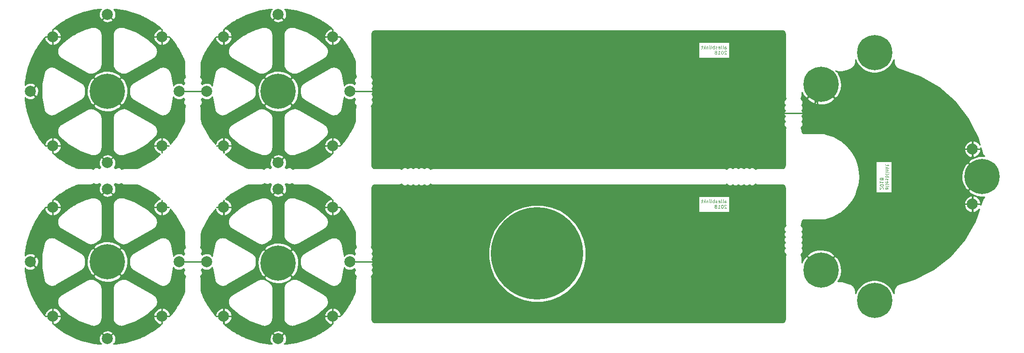
<source format=gbr>
G04 #@! TF.GenerationSoftware,KiCad,Pcbnew,(2018-01-19 revision 673f03e59)-master*
G04 #@! TF.CreationDate,2018-01-28T17:11:35+01:00*
G04 #@! TF.ProjectId,microman-mech,6D6963726F6D616E2D6D6563682E6B69,rev?*
G04 #@! TF.SameCoordinates,Original*
G04 #@! TF.FileFunction,Copper,L2,Bot,Signal*
G04 #@! TF.FilePolarity,Positive*
%FSLAX46Y46*%
G04 Gerber Fmt 4.6, Leading zero omitted, Abs format (unit mm)*
G04 Created by KiCad (PCBNEW (2018-01-19 revision 673f03e59)-master) date Sun Jan 28 17:11:35 2018*
%MOMM*%
%LPD*%
G01*
G04 APERTURE LIST*
%ADD10C,0.100000*%
%ADD11C,1.998980*%
%ADD12C,0.600000*%
%ADD13C,6.400000*%
%ADD14C,0.900000*%
%ADD15C,16.800000*%
%ADD16C,0.250000*%
%ADD17C,0.254000*%
G04 APERTURE END LIST*
D10*
X274228571Y-107035000D02*
X274542857Y-107035000D01*
X274600000Y-107063571D01*
X274628571Y-107120714D01*
X274628571Y-107235000D01*
X274600000Y-107292142D01*
X274257142Y-107035000D02*
X274228571Y-107092142D01*
X274228571Y-107235000D01*
X274257142Y-107292142D01*
X274314285Y-107320714D01*
X274371428Y-107320714D01*
X274428571Y-107292142D01*
X274457142Y-107235000D01*
X274457142Y-107092142D01*
X274485714Y-107035000D01*
X274228571Y-106663571D02*
X274257142Y-106720714D01*
X274314285Y-106749285D01*
X274828571Y-106749285D01*
X274228571Y-106349285D02*
X274257142Y-106406428D01*
X274314285Y-106435000D01*
X274828571Y-106435000D01*
X274257142Y-105892142D02*
X274228571Y-105949285D01*
X274228571Y-106063571D01*
X274257142Y-106120714D01*
X274314285Y-106149285D01*
X274542857Y-106149285D01*
X274600000Y-106120714D01*
X274628571Y-106063571D01*
X274628571Y-105949285D01*
X274600000Y-105892142D01*
X274542857Y-105863571D01*
X274485714Y-105863571D01*
X274428571Y-106149285D01*
X274257142Y-105635000D02*
X274228571Y-105577857D01*
X274228571Y-105463571D01*
X274257142Y-105406428D01*
X274314285Y-105377857D01*
X274342857Y-105377857D01*
X274400000Y-105406428D01*
X274428571Y-105463571D01*
X274428571Y-105549285D01*
X274457142Y-105606428D01*
X274514285Y-105635000D01*
X274542857Y-105635000D01*
X274600000Y-105606428D01*
X274628571Y-105549285D01*
X274628571Y-105463571D01*
X274600000Y-105406428D01*
X274228571Y-105120714D02*
X274828571Y-105120714D01*
X274600000Y-105120714D02*
X274628571Y-105063571D01*
X274628571Y-104949285D01*
X274600000Y-104892142D01*
X274571428Y-104863571D01*
X274514285Y-104835000D01*
X274342857Y-104835000D01*
X274285714Y-104863571D01*
X274257142Y-104892142D01*
X274228571Y-104949285D01*
X274228571Y-105063571D01*
X274257142Y-105120714D01*
X274228571Y-104492142D02*
X274257142Y-104549285D01*
X274314285Y-104577857D01*
X274828571Y-104577857D01*
X274228571Y-104263571D02*
X274628571Y-104263571D01*
X274828571Y-104263571D02*
X274800000Y-104292142D01*
X274771428Y-104263571D01*
X274800000Y-104235000D01*
X274828571Y-104263571D01*
X274771428Y-104263571D01*
X274628571Y-103977857D02*
X274228571Y-103977857D01*
X274571428Y-103977857D02*
X274600000Y-103949285D01*
X274628571Y-103892142D01*
X274628571Y-103806428D01*
X274600000Y-103749285D01*
X274542857Y-103720714D01*
X274228571Y-103720714D01*
X274228571Y-103435000D02*
X274828571Y-103435000D01*
X274457142Y-103377857D02*
X274228571Y-103206428D01*
X274628571Y-103206428D02*
X274400000Y-103435000D01*
X274628571Y-103035000D02*
X274628571Y-102806428D01*
X274828571Y-102949285D02*
X274314285Y-102949285D01*
X274257142Y-102920714D01*
X274228571Y-102863571D01*
X274228571Y-102806428D01*
X273771428Y-107320714D02*
X273800000Y-107292142D01*
X273828571Y-107235000D01*
X273828571Y-107092142D01*
X273800000Y-107035000D01*
X273771428Y-107006428D01*
X273714285Y-106977857D01*
X273657142Y-106977857D01*
X273571428Y-107006428D01*
X273228571Y-107349285D01*
X273228571Y-106977857D01*
X273828571Y-106606428D02*
X273828571Y-106549285D01*
X273800000Y-106492142D01*
X273771428Y-106463571D01*
X273714285Y-106435000D01*
X273600000Y-106406428D01*
X273457142Y-106406428D01*
X273342857Y-106435000D01*
X273285714Y-106463571D01*
X273257142Y-106492142D01*
X273228571Y-106549285D01*
X273228571Y-106606428D01*
X273257142Y-106663571D01*
X273285714Y-106692142D01*
X273342857Y-106720714D01*
X273457142Y-106749285D01*
X273600000Y-106749285D01*
X273714285Y-106720714D01*
X273771428Y-106692142D01*
X273800000Y-106663571D01*
X273828571Y-106606428D01*
X273228571Y-105835000D02*
X273228571Y-106177857D01*
X273228571Y-106006428D02*
X273828571Y-106006428D01*
X273742857Y-106063571D01*
X273685714Y-106120714D01*
X273657142Y-106177857D01*
X273571428Y-105492142D02*
X273600000Y-105549285D01*
X273628571Y-105577857D01*
X273685714Y-105606428D01*
X273714285Y-105606428D01*
X273771428Y-105577857D01*
X273800000Y-105549285D01*
X273828571Y-105492142D01*
X273828571Y-105377857D01*
X273800000Y-105320714D01*
X273771428Y-105292142D01*
X273714285Y-105263571D01*
X273685714Y-105263571D01*
X273628571Y-105292142D01*
X273600000Y-105320714D01*
X273571428Y-105377857D01*
X273571428Y-105492142D01*
X273542857Y-105549285D01*
X273514285Y-105577857D01*
X273457142Y-105606428D01*
X273342857Y-105606428D01*
X273285714Y-105577857D01*
X273257142Y-105549285D01*
X273228571Y-105492142D01*
X273228571Y-105377857D01*
X273257142Y-105320714D01*
X273285714Y-105292142D01*
X273342857Y-105263571D01*
X273457142Y-105263571D01*
X273514285Y-105292142D01*
X273542857Y-105320714D01*
X273571428Y-105377857D01*
X245035000Y-109771428D02*
X245035000Y-109457142D01*
X245063571Y-109400000D01*
X245120714Y-109371428D01*
X245235000Y-109371428D01*
X245292142Y-109400000D01*
X245035000Y-109742857D02*
X245092142Y-109771428D01*
X245235000Y-109771428D01*
X245292142Y-109742857D01*
X245320714Y-109685714D01*
X245320714Y-109628571D01*
X245292142Y-109571428D01*
X245235000Y-109542857D01*
X245092142Y-109542857D01*
X245035000Y-109514285D01*
X244663571Y-109771428D02*
X244720714Y-109742857D01*
X244749285Y-109685714D01*
X244749285Y-109171428D01*
X244349285Y-109771428D02*
X244406428Y-109742857D01*
X244435000Y-109685714D01*
X244435000Y-109171428D01*
X243892142Y-109742857D02*
X243949285Y-109771428D01*
X244063571Y-109771428D01*
X244120714Y-109742857D01*
X244149285Y-109685714D01*
X244149285Y-109457142D01*
X244120714Y-109400000D01*
X244063571Y-109371428D01*
X243949285Y-109371428D01*
X243892142Y-109400000D01*
X243863571Y-109457142D01*
X243863571Y-109514285D01*
X244149285Y-109571428D01*
X243635000Y-109742857D02*
X243577857Y-109771428D01*
X243463571Y-109771428D01*
X243406428Y-109742857D01*
X243377857Y-109685714D01*
X243377857Y-109657142D01*
X243406428Y-109600000D01*
X243463571Y-109571428D01*
X243549285Y-109571428D01*
X243606428Y-109542857D01*
X243635000Y-109485714D01*
X243635000Y-109457142D01*
X243606428Y-109400000D01*
X243549285Y-109371428D01*
X243463571Y-109371428D01*
X243406428Y-109400000D01*
X243120714Y-109771428D02*
X243120714Y-109171428D01*
X243120714Y-109400000D02*
X243063571Y-109371428D01*
X242949285Y-109371428D01*
X242892142Y-109400000D01*
X242863571Y-109428571D01*
X242835000Y-109485714D01*
X242835000Y-109657142D01*
X242863571Y-109714285D01*
X242892142Y-109742857D01*
X242949285Y-109771428D01*
X243063571Y-109771428D01*
X243120714Y-109742857D01*
X242492142Y-109771428D02*
X242549285Y-109742857D01*
X242577857Y-109685714D01*
X242577857Y-109171428D01*
X242263571Y-109771428D02*
X242263571Y-109371428D01*
X242263571Y-109171428D02*
X242292142Y-109200000D01*
X242263571Y-109228571D01*
X242235000Y-109200000D01*
X242263571Y-109171428D01*
X242263571Y-109228571D01*
X241977857Y-109371428D02*
X241977857Y-109771428D01*
X241977857Y-109428571D02*
X241949285Y-109400000D01*
X241892142Y-109371428D01*
X241806428Y-109371428D01*
X241749285Y-109400000D01*
X241720714Y-109457142D01*
X241720714Y-109771428D01*
X241435000Y-109771428D02*
X241435000Y-109171428D01*
X241377857Y-109542857D02*
X241206428Y-109771428D01*
X241206428Y-109371428D02*
X241435000Y-109600000D01*
X241035000Y-109371428D02*
X240806428Y-109371428D01*
X240949285Y-109171428D02*
X240949285Y-109685714D01*
X240920714Y-109742857D01*
X240863571Y-109771428D01*
X240806428Y-109771428D01*
X245320714Y-110228571D02*
X245292142Y-110200000D01*
X245235000Y-110171428D01*
X245092142Y-110171428D01*
X245035000Y-110200000D01*
X245006428Y-110228571D01*
X244977857Y-110285714D01*
X244977857Y-110342857D01*
X245006428Y-110428571D01*
X245349285Y-110771428D01*
X244977857Y-110771428D01*
X244606428Y-110171428D02*
X244549285Y-110171428D01*
X244492142Y-110200000D01*
X244463571Y-110228571D01*
X244435000Y-110285714D01*
X244406428Y-110400000D01*
X244406428Y-110542857D01*
X244435000Y-110657142D01*
X244463571Y-110714285D01*
X244492142Y-110742857D01*
X244549285Y-110771428D01*
X244606428Y-110771428D01*
X244663571Y-110742857D01*
X244692142Y-110714285D01*
X244720714Y-110657142D01*
X244749285Y-110542857D01*
X244749285Y-110400000D01*
X244720714Y-110285714D01*
X244692142Y-110228571D01*
X244663571Y-110200000D01*
X244606428Y-110171428D01*
X243835000Y-110771428D02*
X244177857Y-110771428D01*
X244006428Y-110771428D02*
X244006428Y-110171428D01*
X244063571Y-110257142D01*
X244120714Y-110314285D01*
X244177857Y-110342857D01*
X243492142Y-110428571D02*
X243549285Y-110400000D01*
X243577857Y-110371428D01*
X243606428Y-110314285D01*
X243606428Y-110285714D01*
X243577857Y-110228571D01*
X243549285Y-110200000D01*
X243492142Y-110171428D01*
X243377857Y-110171428D01*
X243320714Y-110200000D01*
X243292142Y-110228571D01*
X243263571Y-110285714D01*
X243263571Y-110314285D01*
X243292142Y-110371428D01*
X243320714Y-110400000D01*
X243377857Y-110428571D01*
X243492142Y-110428571D01*
X243549285Y-110457142D01*
X243577857Y-110485714D01*
X243606428Y-110542857D01*
X243606428Y-110657142D01*
X243577857Y-110714285D01*
X243549285Y-110742857D01*
X243492142Y-110771428D01*
X243377857Y-110771428D01*
X243320714Y-110742857D01*
X243292142Y-110714285D01*
X243263571Y-110657142D01*
X243263571Y-110542857D01*
X243292142Y-110485714D01*
X243320714Y-110457142D01*
X243377857Y-110428571D01*
X245035000Y-81771428D02*
X245035000Y-81457142D01*
X245063571Y-81400000D01*
X245120714Y-81371428D01*
X245235000Y-81371428D01*
X245292142Y-81400000D01*
X245035000Y-81742857D02*
X245092142Y-81771428D01*
X245235000Y-81771428D01*
X245292142Y-81742857D01*
X245320714Y-81685714D01*
X245320714Y-81628571D01*
X245292142Y-81571428D01*
X245235000Y-81542857D01*
X245092142Y-81542857D01*
X245035000Y-81514285D01*
X244663571Y-81771428D02*
X244720714Y-81742857D01*
X244749285Y-81685714D01*
X244749285Y-81171428D01*
X244349285Y-81771428D02*
X244406428Y-81742857D01*
X244435000Y-81685714D01*
X244435000Y-81171428D01*
X243892142Y-81742857D02*
X243949285Y-81771428D01*
X244063571Y-81771428D01*
X244120714Y-81742857D01*
X244149285Y-81685714D01*
X244149285Y-81457142D01*
X244120714Y-81400000D01*
X244063571Y-81371428D01*
X243949285Y-81371428D01*
X243892142Y-81400000D01*
X243863571Y-81457142D01*
X243863571Y-81514285D01*
X244149285Y-81571428D01*
X243635000Y-81742857D02*
X243577857Y-81771428D01*
X243463571Y-81771428D01*
X243406428Y-81742857D01*
X243377857Y-81685714D01*
X243377857Y-81657142D01*
X243406428Y-81600000D01*
X243463571Y-81571428D01*
X243549285Y-81571428D01*
X243606428Y-81542857D01*
X243635000Y-81485714D01*
X243635000Y-81457142D01*
X243606428Y-81400000D01*
X243549285Y-81371428D01*
X243463571Y-81371428D01*
X243406428Y-81400000D01*
X243120714Y-81771428D02*
X243120714Y-81171428D01*
X243120714Y-81400000D02*
X243063571Y-81371428D01*
X242949285Y-81371428D01*
X242892142Y-81400000D01*
X242863571Y-81428571D01*
X242835000Y-81485714D01*
X242835000Y-81657142D01*
X242863571Y-81714285D01*
X242892142Y-81742857D01*
X242949285Y-81771428D01*
X243063571Y-81771428D01*
X243120714Y-81742857D01*
X242492142Y-81771428D02*
X242549285Y-81742857D01*
X242577857Y-81685714D01*
X242577857Y-81171428D01*
X242263571Y-81771428D02*
X242263571Y-81371428D01*
X242263571Y-81171428D02*
X242292142Y-81200000D01*
X242263571Y-81228571D01*
X242235000Y-81200000D01*
X242263571Y-81171428D01*
X242263571Y-81228571D01*
X241977857Y-81371428D02*
X241977857Y-81771428D01*
X241977857Y-81428571D02*
X241949285Y-81400000D01*
X241892142Y-81371428D01*
X241806428Y-81371428D01*
X241749285Y-81400000D01*
X241720714Y-81457142D01*
X241720714Y-81771428D01*
X241435000Y-81771428D02*
X241435000Y-81171428D01*
X241377857Y-81542857D02*
X241206428Y-81771428D01*
X241206428Y-81371428D02*
X241435000Y-81600000D01*
X241035000Y-81371428D02*
X240806428Y-81371428D01*
X240949285Y-81171428D02*
X240949285Y-81685714D01*
X240920714Y-81742857D01*
X240863571Y-81771428D01*
X240806428Y-81771428D01*
X245320714Y-82228571D02*
X245292142Y-82200000D01*
X245235000Y-82171428D01*
X245092142Y-82171428D01*
X245035000Y-82200000D01*
X245006428Y-82228571D01*
X244977857Y-82285714D01*
X244977857Y-82342857D01*
X245006428Y-82428571D01*
X245349285Y-82771428D01*
X244977857Y-82771428D01*
X244606428Y-82171428D02*
X244549285Y-82171428D01*
X244492142Y-82200000D01*
X244463571Y-82228571D01*
X244435000Y-82285714D01*
X244406428Y-82400000D01*
X244406428Y-82542857D01*
X244435000Y-82657142D01*
X244463571Y-82714285D01*
X244492142Y-82742857D01*
X244549285Y-82771428D01*
X244606428Y-82771428D01*
X244663571Y-82742857D01*
X244692142Y-82714285D01*
X244720714Y-82657142D01*
X244749285Y-82542857D01*
X244749285Y-82400000D01*
X244720714Y-82285714D01*
X244692142Y-82228571D01*
X244663571Y-82200000D01*
X244606428Y-82171428D01*
X243835000Y-82771428D02*
X244177857Y-82771428D01*
X244006428Y-82771428D02*
X244006428Y-82171428D01*
X244063571Y-82257142D01*
X244120714Y-82314285D01*
X244177857Y-82342857D01*
X243492142Y-82428571D02*
X243549285Y-82400000D01*
X243577857Y-82371428D01*
X243606428Y-82314285D01*
X243606428Y-82285714D01*
X243577857Y-82228571D01*
X243549285Y-82200000D01*
X243492142Y-82171428D01*
X243377857Y-82171428D01*
X243320714Y-82200000D01*
X243292142Y-82228571D01*
X243263571Y-82285714D01*
X243263571Y-82314285D01*
X243292142Y-82371428D01*
X243320714Y-82400000D01*
X243377857Y-82428571D01*
X243492142Y-82428571D01*
X243549285Y-82457142D01*
X243577857Y-82485714D01*
X243606428Y-82542857D01*
X243606428Y-82657142D01*
X243577857Y-82714285D01*
X243549285Y-82742857D01*
X243492142Y-82771428D01*
X243377857Y-82771428D01*
X243320714Y-82742857D01*
X243292142Y-82714285D01*
X243263571Y-82657142D01*
X243263571Y-82542857D01*
X243292142Y-82485714D01*
X243320714Y-82457142D01*
X243377857Y-82428571D01*
D11*
X290000000Y-110000000D03*
X290000000Y-100000000D03*
X119000000Y-120500000D03*
X123100505Y-130399495D03*
X133000000Y-134500000D03*
X142899495Y-130399495D03*
X146000000Y-120500000D03*
X142899495Y-110600505D03*
X133000000Y-107250000D03*
X123100505Y-110600505D03*
X123100505Y-79600505D03*
X133000000Y-75500000D03*
X123100505Y-99399495D03*
X119000000Y-89500000D03*
X133000000Y-102500000D03*
X142899495Y-99399495D03*
X142899495Y-79600505D03*
X146000000Y-89500000D03*
X164000000Y-102500000D03*
X164000000Y-75500000D03*
X173899495Y-79600505D03*
X154100505Y-79600505D03*
X151000000Y-89500000D03*
X173899495Y-99399495D03*
X177000000Y-89500000D03*
X154100505Y-99399495D03*
X177000000Y-120500000D03*
X154100505Y-130399495D03*
X173899495Y-110600505D03*
X154100505Y-110600505D03*
X164000000Y-134500000D03*
X164000000Y-107250000D03*
X151000000Y-120500000D03*
X173899495Y-130399495D03*
D12*
X134697056Y-118802944D03*
X133000000Y-118100000D03*
X131302944Y-118802944D03*
X130600000Y-120500000D03*
X131302944Y-122197056D03*
X133000000Y-122900000D03*
X134697056Y-122197056D03*
X135400000Y-120500000D03*
D13*
X133000000Y-120500000D03*
X133000000Y-89500000D03*
D12*
X135400000Y-89500000D03*
X134697056Y-91197056D03*
X133000000Y-91900000D03*
X131302944Y-91197056D03*
X130600000Y-89500000D03*
X131302944Y-87802944D03*
X133000000Y-87100000D03*
X134697056Y-87802944D03*
D13*
X291750000Y-105000000D03*
D12*
X294150000Y-105000000D03*
X293447056Y-106697056D03*
X291750000Y-107400000D03*
X290052944Y-106697056D03*
X289350000Y-105000000D03*
X290052944Y-103302944D03*
X291750000Y-102600000D03*
X293447056Y-103302944D03*
X264197056Y-86552944D03*
X262500000Y-85850000D03*
X260802944Y-86552944D03*
X260100000Y-88250000D03*
X260802944Y-89947056D03*
X262500000Y-90650000D03*
X264197056Y-89947056D03*
X264900000Y-88250000D03*
D13*
X262500000Y-88250000D03*
X262500000Y-122000000D03*
D12*
X264900000Y-122000000D03*
X264197056Y-123697056D03*
X262500000Y-124400000D03*
X260802944Y-123697056D03*
X260100000Y-122000000D03*
X260802944Y-120302944D03*
X262500000Y-119600000D03*
X264197056Y-120302944D03*
X273947056Y-125802944D03*
X272250000Y-125100000D03*
X270552944Y-125802944D03*
X269850000Y-127500000D03*
X270552944Y-129197056D03*
X272250000Y-129900000D03*
X273947056Y-129197056D03*
X274650000Y-127500000D03*
D13*
X272250000Y-127500000D03*
X272250000Y-82500000D03*
D12*
X274650000Y-82500000D03*
X273947056Y-84197056D03*
X272250000Y-84900000D03*
X270552944Y-84197056D03*
X269850000Y-82500000D03*
X270552944Y-80802944D03*
X272250000Y-80100000D03*
X273947056Y-80802944D03*
X165697056Y-119052944D03*
X164000000Y-118350000D03*
X162302944Y-119052944D03*
X161600000Y-120750000D03*
X162302944Y-122447056D03*
X164000000Y-123150000D03*
X165697056Y-122447056D03*
X166400000Y-120750000D03*
D13*
X164000000Y-120750000D03*
X164000000Y-89500000D03*
D12*
X166400000Y-89500000D03*
X165697056Y-91197056D03*
X164000000Y-91900000D03*
X162302944Y-91197056D03*
X161600000Y-89500000D03*
X162302944Y-87802944D03*
X164000000Y-87100000D03*
X165697056Y-87802944D03*
D14*
X215454773Y-114545227D03*
X211000000Y-112700000D03*
X206545227Y-114545227D03*
X204700000Y-119000000D03*
X206545227Y-123454773D03*
X211000000Y-125300000D03*
X215454773Y-123454773D03*
X217300000Y-119000000D03*
D15*
X211000000Y-119000000D03*
D16*
X146000000Y-120500000D02*
X151000000Y-120500000D01*
X146000000Y-89500000D02*
X151000000Y-89500000D01*
X177000000Y-120500000D02*
X183000000Y-120500000D01*
X177000000Y-89500000D02*
X183500000Y-89500000D01*
X259500000Y-93500000D02*
X250750000Y-93500000D01*
X262500000Y-90500000D02*
X259500000Y-93500000D01*
X262500000Y-88250000D02*
X262500000Y-90500000D01*
X262500000Y-88250000D02*
X261427945Y-89322055D01*
X261427945Y-89322055D02*
X261427945Y-93322055D01*
X262500000Y-88250000D02*
X261874999Y-88875001D01*
X261874999Y-88875001D02*
X261874999Y-92375001D01*
D17*
G36*
X134536564Y-106314698D02*
X134655636Y-106394259D01*
X134787942Y-106449062D01*
X134928397Y-106477000D01*
X135071603Y-106477000D01*
X135212058Y-106449062D01*
X135344364Y-106394259D01*
X135463436Y-106314698D01*
X135469241Y-106308893D01*
X135621519Y-106389860D01*
X135665663Y-106408055D01*
X135709581Y-106426878D01*
X135716605Y-106429051D01*
X135716612Y-106429054D01*
X135716619Y-106429055D01*
X135903447Y-106485463D01*
X135950281Y-106494736D01*
X135997021Y-106504671D01*
X136004339Y-106505440D01*
X136198573Y-106524485D01*
X136220161Y-106524485D01*
X136241617Y-106526934D01*
X136248975Y-106526999D01*
X138073831Y-106530550D01*
X138386217Y-106561180D01*
X138655100Y-106641827D01*
X141240223Y-108004323D01*
X142594820Y-109100925D01*
X142347075Y-109169557D01*
X142078525Y-109304824D01*
X141841525Y-109489883D01*
X141645182Y-109717623D01*
X141497042Y-109979292D01*
X141402797Y-110264833D01*
X141388271Y-110337864D01*
X141497558Y-110577505D01*
X142876495Y-110577505D01*
X142876495Y-109328953D01*
X142922495Y-109366192D01*
X142922495Y-110544976D01*
X142913636Y-110553835D01*
X142922495Y-110562694D01*
X142922495Y-110577505D01*
X142937306Y-110577505D01*
X142946165Y-110586364D01*
X142955024Y-110577505D01*
X144123506Y-110577505D01*
X144161843Y-110623505D01*
X142922495Y-110623505D01*
X142922495Y-112002442D01*
X143162136Y-112111729D01*
X143451915Y-112031453D01*
X143720465Y-111896186D01*
X143957465Y-111711127D01*
X144153808Y-111483387D01*
X144301948Y-111221718D01*
X144396193Y-110936177D01*
X144401248Y-110910762D01*
X145381656Y-112087133D01*
X146792134Y-114673233D01*
X146855792Y-114826161D01*
X146944736Y-115124678D01*
X146974085Y-115429712D01*
X146973000Y-117249686D01*
X146973013Y-117249819D01*
X146973013Y-117253661D01*
X146973110Y-117267623D01*
X146975612Y-117291435D01*
X146975612Y-117315388D01*
X146976381Y-117322706D01*
X146998136Y-117516656D01*
X147008061Y-117563347D01*
X147017345Y-117610234D01*
X147019521Y-117617263D01*
X147078534Y-117803293D01*
X147097351Y-117847196D01*
X147112698Y-117884431D01*
X147036564Y-117935302D01*
X146935302Y-118036564D01*
X146855741Y-118155636D01*
X146800938Y-118287942D01*
X146773000Y-118428397D01*
X146773000Y-118571603D01*
X146800938Y-118712058D01*
X146855741Y-118844364D01*
X146935302Y-118963436D01*
X146971866Y-119000000D01*
X146935302Y-119036564D01*
X146855741Y-119155636D01*
X146830681Y-119216135D01*
X146621213Y-119097547D01*
X146335671Y-119003302D01*
X146037231Y-118966574D01*
X145737359Y-118988775D01*
X145447580Y-119069052D01*
X145179031Y-119204319D01*
X145117118Y-119245688D01*
X145024945Y-119492415D01*
X144979142Y-119446612D01*
X144976156Y-119406205D01*
X144974849Y-119398963D01*
X144560992Y-117193043D01*
X144552911Y-117165275D01*
X144547237Y-117136911D01*
X144545047Y-117129886D01*
X144529256Y-117080444D01*
X144517810Y-117053882D01*
X144508676Y-117026426D01*
X144505636Y-117019725D01*
X144423773Y-116842558D01*
X144399626Y-116801400D01*
X144376011Y-116759830D01*
X144371727Y-116753848D01*
X144257012Y-116595956D01*
X144225344Y-116560288D01*
X144194090Y-116524079D01*
X144188726Y-116519043D01*
X144045527Y-116386439D01*
X144007510Y-116357582D01*
X143969842Y-116328153D01*
X143963601Y-116324254D01*
X143797373Y-116221990D01*
X143754455Y-116201057D01*
X143711811Y-116179516D01*
X143704932Y-116176903D01*
X143704928Y-116176901D01*
X143522005Y-116108873D01*
X143475868Y-116096683D01*
X143429819Y-116083826D01*
X143422564Y-116082599D01*
X143229909Y-116051396D01*
X143182269Y-116048399D01*
X143134616Y-116044732D01*
X143127261Y-116044938D01*
X143127258Y-116044938D01*
X142932213Y-116051749D01*
X142884877Y-116058065D01*
X142837440Y-116063721D01*
X142830266Y-116065352D01*
X142830264Y-116065352D01*
X142830262Y-116065353D01*
X142640255Y-116109918D01*
X142595062Y-116125303D01*
X142549611Y-116140071D01*
X142542889Y-116143064D01*
X142365154Y-116223688D01*
X142346006Y-116234743D01*
X142325759Y-116243589D01*
X142319361Y-116247224D01*
X137730241Y-118896753D01*
X137720186Y-118903952D01*
X137709171Y-118909584D01*
X137703006Y-118913601D01*
X137601688Y-118980616D01*
X137572140Y-119004614D01*
X137541405Y-119027079D01*
X137535951Y-119032018D01*
X137392209Y-119164031D01*
X137360374Y-119199592D01*
X137327995Y-119234760D01*
X137323605Y-119240664D01*
X137208241Y-119398084D01*
X137183925Y-119439143D01*
X137158991Y-119479933D01*
X137155831Y-119486578D01*
X137073240Y-119663406D01*
X137057344Y-119708456D01*
X137040824Y-119753269D01*
X137039015Y-119760402D01*
X136992344Y-119949905D01*
X136985507Y-119997149D01*
X136978001Y-120044347D01*
X136977612Y-120051695D01*
X136968637Y-120246653D01*
X136969428Y-120261920D01*
X136968116Y-120277162D01*
X136968255Y-120284519D01*
X136973923Y-120503600D01*
X136968255Y-120722681D01*
X136968653Y-120728206D01*
X136968085Y-120733717D01*
X136968101Y-120741076D01*
X136969199Y-120862546D01*
X136973254Y-120900381D01*
X136975380Y-120938407D01*
X136976557Y-120945670D01*
X137009105Y-121138103D01*
X137021618Y-121184158D01*
X137033506Y-121230458D01*
X137036071Y-121237355D01*
X137105375Y-121419801D01*
X137126622Y-121462603D01*
X137147253Y-121505663D01*
X137151104Y-121511922D01*
X137151107Y-121511928D01*
X137151109Y-121511930D01*
X137254532Y-121677440D01*
X137283656Y-121715259D01*
X137312285Y-121753528D01*
X137317285Y-121758927D01*
X137450885Y-121901197D01*
X137486807Y-121932645D01*
X137522320Y-121964621D01*
X137528273Y-121968945D01*
X137686962Y-122082555D01*
X137706093Y-122093600D01*
X137723894Y-122106724D01*
X137730241Y-122110447D01*
X142319361Y-124759976D01*
X142322247Y-124761285D01*
X142324856Y-124763106D01*
X142331297Y-124766663D01*
X142376905Y-124791439D01*
X142403545Y-124802699D01*
X142429128Y-124816202D01*
X142435959Y-124818937D01*
X142617637Y-124890230D01*
X142663557Y-124903246D01*
X142709356Y-124916922D01*
X142716588Y-124918279D01*
X142908654Y-124952927D01*
X142956268Y-124956780D01*
X143003815Y-124961296D01*
X143011173Y-124961222D01*
X143206309Y-124957904D01*
X143253719Y-124952440D01*
X143301284Y-124947630D01*
X143308487Y-124946128D01*
X143499264Y-124904970D01*
X143544717Y-124890399D01*
X143590430Y-124876446D01*
X143597204Y-124873574D01*
X143776353Y-124796146D01*
X143818122Y-124773017D01*
X143860248Y-124750454D01*
X143866335Y-124746321D01*
X144027033Y-124635569D01*
X144063508Y-124604773D01*
X144100451Y-124574456D01*
X144105620Y-124569219D01*
X144241745Y-124429365D01*
X144271556Y-124392056D01*
X144301896Y-124355154D01*
X144305949Y-124349012D01*
X144412318Y-124185380D01*
X144434292Y-124143033D01*
X144456909Y-124100899D01*
X144459692Y-124094087D01*
X144532252Y-123912911D01*
X144544846Y-123869633D01*
X144558513Y-123826550D01*
X144559992Y-123819342D01*
X144951359Y-121842794D01*
X144955761Y-121797898D01*
X144961245Y-121753071D01*
X144961370Y-121745714D01*
X144963137Y-121569393D01*
X145024945Y-121507585D01*
X145117118Y-121754312D01*
X145378787Y-121902453D01*
X145664329Y-121996698D01*
X145962769Y-122033426D01*
X146262641Y-122011225D01*
X146552420Y-121930948D01*
X146820969Y-121795681D01*
X146832409Y-121788037D01*
X146855741Y-121844364D01*
X146935302Y-121963436D01*
X146971866Y-122000000D01*
X146935302Y-122036564D01*
X146855741Y-122155636D01*
X146800938Y-122287942D01*
X146773000Y-122428397D01*
X146773000Y-122571603D01*
X146800938Y-122712058D01*
X146855741Y-122844364D01*
X146935302Y-122963436D01*
X147036564Y-123064698D01*
X147113145Y-123115868D01*
X147110140Y-123121519D01*
X147091952Y-123165647D01*
X147073122Y-123209581D01*
X147070947Y-123216610D01*
X147014538Y-123403447D01*
X147005270Y-123450252D01*
X146995329Y-123497022D01*
X146994560Y-123504340D01*
X146975515Y-123698573D01*
X146975515Y-123720833D01*
X146973047Y-123742955D01*
X146973000Y-123750313D01*
X146974098Y-125599594D01*
X146973634Y-125638086D01*
X146972350Y-125673612D01*
X146970204Y-125709159D01*
X146967197Y-125744652D01*
X146963317Y-125780199D01*
X146958585Y-125815579D01*
X146952978Y-125850941D01*
X146946531Y-125886074D01*
X146939218Y-125921103D01*
X146931062Y-125955923D01*
X146922077Y-125990484D01*
X146912253Y-126024828D01*
X146901620Y-126058865D01*
X146890170Y-126092618D01*
X146877957Y-126125957D01*
X146864687Y-126159642D01*
X146757823Y-126414830D01*
X146645525Y-126669614D01*
X146528094Y-126923138D01*
X146405573Y-127175191D01*
X146277948Y-127425691D01*
X146145248Y-127674472D01*
X146007503Y-127921383D01*
X145864771Y-128166234D01*
X145717060Y-128408939D01*
X145564450Y-128649288D01*
X145406970Y-128887178D01*
X145244685Y-129122451D01*
X145077637Y-129354997D01*
X144905957Y-129584589D01*
X144729665Y-129811165D01*
X144548857Y-130034564D01*
X144363645Y-130254627D01*
X144349786Y-130270466D01*
X144410719Y-130136854D01*
X144330443Y-129847075D01*
X144195176Y-129578525D01*
X144010117Y-129341525D01*
X143782377Y-129145182D01*
X143520708Y-128997042D01*
X143235167Y-128902797D01*
X143162136Y-128888271D01*
X142922495Y-128997558D01*
X142922495Y-130376495D01*
X144257010Y-130376495D01*
X144216760Y-130422495D01*
X142955024Y-130422495D01*
X142946165Y-130413636D01*
X142937306Y-130422495D01*
X142922495Y-130422495D01*
X142922495Y-130437306D01*
X142913636Y-130446165D01*
X142922495Y-130455024D01*
X142922495Y-131717267D01*
X142876495Y-131757391D01*
X142876495Y-130422495D01*
X141497558Y-130422495D01*
X141388271Y-130662136D01*
X141468547Y-130951915D01*
X141603814Y-131220465D01*
X141788873Y-131457465D01*
X142016613Y-131653808D01*
X142278282Y-131801948D01*
X142563823Y-131896193D01*
X142636854Y-131910719D01*
X142770684Y-131849687D01*
X142734468Y-131881277D01*
X142514117Y-132066146D01*
X142290478Y-132246573D01*
X142063659Y-132422493D01*
X141833787Y-132593829D01*
X141601031Y-132760483D01*
X141365558Y-132922369D01*
X141127474Y-133079452D01*
X140886924Y-133231670D01*
X140644009Y-133379000D01*
X140398963Y-133521343D01*
X140151939Y-133658657D01*
X139903003Y-133790953D01*
X139652384Y-133918160D01*
X139400208Y-134040270D01*
X139146564Y-134157292D01*
X138891746Y-134269149D01*
X138635712Y-134375917D01*
X138378823Y-134477510D01*
X138120984Y-134574024D01*
X137862599Y-134665376D01*
X137603558Y-134751668D01*
X137344235Y-134832844D01*
X137084636Y-134908974D01*
X136824903Y-134980085D01*
X136565199Y-135046203D01*
X136305739Y-135107348D01*
X136046428Y-135163617D01*
X135787639Y-135215001D01*
X135531597Y-135261178D01*
X135014819Y-135340490D01*
X134503951Y-135400911D01*
X134119953Y-135433076D01*
X134254312Y-135382882D01*
X134402453Y-135121213D01*
X134496698Y-134835671D01*
X134533426Y-134537231D01*
X134511225Y-134237359D01*
X134430948Y-133947580D01*
X134295681Y-133679031D01*
X134254312Y-133617118D01*
X134007583Y-133524944D01*
X133032527Y-134500000D01*
X133046669Y-134514142D01*
X133014142Y-134546669D01*
X133000000Y-134532527D01*
X132985858Y-134546669D01*
X132953331Y-134514142D01*
X132967473Y-134500000D01*
X131992417Y-133524944D01*
X131745688Y-133617118D01*
X131597547Y-133878787D01*
X131503302Y-134164329D01*
X131466574Y-134462769D01*
X131488775Y-134762641D01*
X131569052Y-135052420D01*
X131704319Y-135320969D01*
X131745688Y-135382882D01*
X131882038Y-135433820D01*
X131655747Y-135416001D01*
X131313473Y-135381153D01*
X130969330Y-135338072D01*
X130623654Y-135286610D01*
X130276576Y-135226595D01*
X129928521Y-135157913D01*
X129579740Y-135080428D01*
X129230516Y-134994020D01*
X128881169Y-134898590D01*
X128532108Y-134794075D01*
X128183572Y-134680376D01*
X127836021Y-134557478D01*
X127489671Y-134425298D01*
X127144921Y-134283827D01*
X126802198Y-134133094D01*
X126461793Y-133973081D01*
X126124120Y-133803848D01*
X125789484Y-133625416D01*
X125554611Y-133492417D01*
X132024944Y-133492417D01*
X133000000Y-134467473D01*
X133975056Y-133492417D01*
X133882882Y-133245688D01*
X133621213Y-133097547D01*
X133335671Y-133003302D01*
X133037231Y-132966574D01*
X132737359Y-132988775D01*
X132447580Y-133069052D01*
X132179031Y-133204319D01*
X132117118Y-133245688D01*
X132024944Y-133492417D01*
X125554611Y-133492417D01*
X125458334Y-133437900D01*
X125130973Y-133241360D01*
X124807768Y-133035908D01*
X124489083Y-132821677D01*
X124175287Y-132598824D01*
X123866710Y-132367509D01*
X123563680Y-132127907D01*
X123266548Y-131880238D01*
X123234406Y-131852008D01*
X123363146Y-131910719D01*
X123652925Y-131830443D01*
X123921475Y-131695176D01*
X124158475Y-131510117D01*
X124354818Y-131282377D01*
X124502958Y-131020708D01*
X124597203Y-130735167D01*
X124611729Y-130662136D01*
X124502442Y-130422495D01*
X123123505Y-130422495D01*
X123123505Y-131754602D01*
X123077505Y-131714199D01*
X123077505Y-130455024D01*
X123086364Y-130446165D01*
X123077505Y-130437306D01*
X123077505Y-130422495D01*
X123062694Y-130422495D01*
X123053835Y-130413636D01*
X123044976Y-130422495D01*
X121786372Y-130422495D01*
X121745970Y-130376495D01*
X123077505Y-130376495D01*
X123077505Y-128997558D01*
X123123505Y-128997558D01*
X123123505Y-130376495D01*
X124502442Y-130376495D01*
X124611729Y-130136854D01*
X124531453Y-129847075D01*
X124396186Y-129578525D01*
X124211127Y-129341525D01*
X123983387Y-129145182D01*
X123721718Y-128997042D01*
X123436177Y-128902797D01*
X123363146Y-128888271D01*
X123123505Y-128997558D01*
X123077505Y-128997558D01*
X122837864Y-128888271D01*
X122548085Y-128968547D01*
X122279535Y-129103814D01*
X122042535Y-129288873D01*
X121846192Y-129516613D01*
X121698052Y-129778282D01*
X121603807Y-130063823D01*
X121589281Y-130136854D01*
X121647375Y-130264240D01*
X121624462Y-130238153D01*
X121376793Y-129941020D01*
X121137191Y-129637990D01*
X120905890Y-129329432D01*
X120683018Y-129015610D01*
X120468810Y-128696958D01*
X120263350Y-128373744D01*
X120066807Y-128046379D01*
X119918499Y-127784467D01*
X123893642Y-127784467D01*
X123894178Y-127791806D01*
X123909742Y-127986351D01*
X123918173Y-128033330D01*
X123925959Y-128080493D01*
X123927911Y-128087587D01*
X123980966Y-128275403D01*
X123998369Y-128319870D01*
X124015159Y-128364600D01*
X124018449Y-128371176D01*
X124018451Y-128371181D01*
X124018454Y-128371185D01*
X124106976Y-128545114D01*
X124132676Y-128585340D01*
X124157843Y-128625971D01*
X124162350Y-128631787D01*
X124282973Y-128785214D01*
X124314184Y-128817790D01*
X124344635Y-128851138D01*
X124350138Y-128856023D01*
X125866194Y-130183229D01*
X125902903Y-130209510D01*
X125938954Y-130236651D01*
X125945263Y-130240438D01*
X127877633Y-131382062D01*
X127920913Y-131402220D01*
X127963944Y-131422998D01*
X127970868Y-131425487D01*
X130088180Y-132170037D01*
X130116258Y-132176920D01*
X130143680Y-132186195D01*
X130150859Y-132187810D01*
X130201573Y-132198855D01*
X130230295Y-132202222D01*
X130258631Y-132208039D01*
X130265954Y-132208757D01*
X130460316Y-132226446D01*
X130508081Y-132226113D01*
X130555846Y-132226446D01*
X130563169Y-132225728D01*
X130757266Y-132205327D01*
X130804038Y-132195726D01*
X130850972Y-132186773D01*
X130858016Y-132184646D01*
X131044454Y-132126934D01*
X131088475Y-132108429D01*
X131132772Y-132090532D01*
X131139265Y-132087079D01*
X131139270Y-132087077D01*
X131139274Y-132087074D01*
X131310946Y-131994252D01*
X131350520Y-131967560D01*
X131390514Y-131941388D01*
X131396216Y-131936737D01*
X131546594Y-131812333D01*
X131580211Y-131778480D01*
X131614377Y-131745022D01*
X131619067Y-131739352D01*
X131742417Y-131588110D01*
X131768835Y-131548347D01*
X131795835Y-131508915D01*
X131799335Y-131502442D01*
X131890960Y-131330120D01*
X131909155Y-131285976D01*
X131927978Y-131242058D01*
X131930153Y-131235029D01*
X131930154Y-131235027D01*
X131930155Y-131235020D01*
X131986563Y-131048192D01*
X131995836Y-131001358D01*
X132005771Y-130954618D01*
X132006540Y-130947300D01*
X132025585Y-130753066D01*
X132025585Y-130730964D01*
X132028049Y-130708997D01*
X132028100Y-130701639D01*
X132028100Y-125402579D01*
X133974100Y-125402579D01*
X133974100Y-130701639D01*
X133974410Y-130704798D01*
X133974138Y-130707959D01*
X133974278Y-130715316D01*
X133975624Y-130767200D01*
X133979193Y-130795902D01*
X133980290Y-130824810D01*
X133981337Y-130832094D01*
X134010434Y-131025078D01*
X134022119Y-131071345D01*
X134033178Y-131117859D01*
X134035619Y-131124800D01*
X134101646Y-131308457D01*
X134122100Y-131351581D01*
X134141978Y-131395052D01*
X134145721Y-131401387D01*
X134246163Y-131568722D01*
X134274599Y-131607046D01*
X134302547Y-131645835D01*
X134307450Y-131651322D01*
X134438482Y-131795961D01*
X134473817Y-131828030D01*
X134508768Y-131860652D01*
X134514643Y-131865082D01*
X134671272Y-131981516D01*
X134712196Y-132006131D01*
X134752788Y-132031324D01*
X134759411Y-132034529D01*
X134935673Y-132118322D01*
X134980569Y-132134509D01*
X135025310Y-132151349D01*
X135032429Y-132153206D01*
X135221611Y-132201167D01*
X135268781Y-132208323D01*
X135315955Y-132216154D01*
X135323300Y-132216593D01*
X135518194Y-132226895D01*
X135565862Y-132224752D01*
X135613651Y-132223272D01*
X135620942Y-132222276D01*
X135620944Y-132222276D01*
X135814125Y-132194527D01*
X135857953Y-132183783D01*
X135902047Y-132174088D01*
X135909029Y-132171765D01*
X137816450Y-131522426D01*
X137857547Y-131503783D01*
X137899096Y-131486125D01*
X137905529Y-131482555D01*
X139860390Y-130379885D01*
X139899465Y-130352498D01*
X139938998Y-130325606D01*
X139944610Y-130320857D01*
X139944616Y-130320853D01*
X139944621Y-130320848D01*
X140159094Y-130136854D01*
X141388271Y-130136854D01*
X141497558Y-130376495D01*
X142876495Y-130376495D01*
X142876495Y-128997558D01*
X142636854Y-128888271D01*
X142347075Y-128968547D01*
X142078525Y-129103814D01*
X141841525Y-129288873D01*
X141645182Y-129516613D01*
X141497042Y-129778282D01*
X141402797Y-130063823D01*
X141388271Y-130136854D01*
X140159094Y-130136854D01*
X141648071Y-128859482D01*
X141668081Y-128838598D01*
X141689804Y-128819505D01*
X141694793Y-128814096D01*
X141729715Y-128775700D01*
X141746994Y-128752508D01*
X141766208Y-128730867D01*
X141770491Y-128724884D01*
X141882991Y-128565405D01*
X141906561Y-128523913D01*
X141930755Y-128482676D01*
X141933795Y-128475975D01*
X142013176Y-128297682D01*
X142028254Y-128252356D01*
X142043961Y-128207250D01*
X142045641Y-128200086D01*
X142088879Y-128009770D01*
X142094860Y-127962420D01*
X142101513Y-127915086D01*
X142101769Y-127907733D01*
X142107219Y-127712644D01*
X142103892Y-127665059D01*
X142101222Y-127617302D01*
X142100045Y-127610039D01*
X142067497Y-127417606D01*
X142054984Y-127371551D01*
X142043096Y-127325251D01*
X142040531Y-127318355D01*
X141971227Y-127135908D01*
X141949986Y-127093119D01*
X141929349Y-127050046D01*
X141925493Y-127043779D01*
X141822070Y-126878269D01*
X141792946Y-126840450D01*
X141764317Y-126802181D01*
X141759317Y-126796782D01*
X141625717Y-126654512D01*
X141589795Y-126623064D01*
X141554282Y-126591088D01*
X141548334Y-126586768D01*
X141548329Y-126586764D01*
X141548324Y-126586761D01*
X141389640Y-126473154D01*
X141370501Y-126462104D01*
X141352708Y-126448986D01*
X141346361Y-126445263D01*
X136757241Y-123795733D01*
X136745978Y-123790624D01*
X136735591Y-123783900D01*
X136729030Y-123780569D01*
X136620334Y-123726334D01*
X136584794Y-123712750D01*
X136549959Y-123697360D01*
X136542954Y-123695107D01*
X136356756Y-123636628D01*
X136310039Y-123626838D01*
X136263399Y-123616382D01*
X136256090Y-123615532D01*
X136062079Y-123594333D01*
X136014340Y-123593803D01*
X135966566Y-123592606D01*
X135959231Y-123593192D01*
X135764797Y-123610081D01*
X135717886Y-123618830D01*
X135670770Y-123626938D01*
X135663691Y-123628937D01*
X135663685Y-123628939D01*
X135476238Y-123683271D01*
X135431915Y-123700967D01*
X135387277Y-123718070D01*
X135380719Y-123721407D01*
X135207392Y-123811114D01*
X135200288Y-123815721D01*
X135192522Y-123819114D01*
X135186124Y-123822749D01*
X134783055Y-124055461D01*
X134782959Y-124055530D01*
X134778940Y-124057861D01*
X134674293Y-124119547D01*
X134643541Y-124141986D01*
X134611689Y-124162830D01*
X134605987Y-124167481D01*
X134455608Y-124291884D01*
X134421973Y-124325755D01*
X134387823Y-124359197D01*
X134383133Y-124364867D01*
X134259783Y-124516110D01*
X134233383Y-124555847D01*
X134206366Y-124595303D01*
X134202867Y-124601776D01*
X134111242Y-124774097D01*
X134093057Y-124818218D01*
X134074223Y-124862160D01*
X134072048Y-124869189D01*
X134015639Y-125056026D01*
X134006371Y-125102831D01*
X133996430Y-125149601D01*
X133995661Y-125156919D01*
X133976616Y-125351152D01*
X133976616Y-125373245D01*
X133974151Y-125395221D01*
X133974100Y-125402579D01*
X132028100Y-125402579D01*
X132026893Y-125390272D01*
X132027523Y-125377918D01*
X132027127Y-125370571D01*
X132019749Y-125249319D01*
X132013741Y-125211734D01*
X132009652Y-125173877D01*
X132008101Y-125166685D01*
X131965645Y-124976192D01*
X131950767Y-124930845D01*
X131936501Y-124885222D01*
X131933582Y-124878467D01*
X131854935Y-124699849D01*
X131831529Y-124658250D01*
X131808675Y-124616270D01*
X131804500Y-124610211D01*
X131692657Y-124450271D01*
X131661626Y-124414022D01*
X131631044Y-124377269D01*
X131625772Y-124372136D01*
X131484992Y-124236966D01*
X131447506Y-124207429D01*
X131410374Y-124177323D01*
X131404206Y-124173312D01*
X131239854Y-124068060D01*
X131232308Y-124064209D01*
X131225492Y-124059184D01*
X131219145Y-124055461D01*
X130816076Y-123822749D01*
X130815970Y-123822701D01*
X130811943Y-123820387D01*
X130706198Y-123760602D01*
X130671387Y-123745189D01*
X130637406Y-123728024D01*
X130630528Y-123725411D01*
X130447603Y-123657382D01*
X130401451Y-123645188D01*
X130355421Y-123632336D01*
X130348166Y-123631110D01*
X130348165Y-123631110D01*
X130348162Y-123631109D01*
X130348158Y-123631109D01*
X130155510Y-123599905D01*
X130107859Y-123596907D01*
X130060215Y-123593241D01*
X130052860Y-123593447D01*
X129857812Y-123600258D01*
X129810476Y-123606574D01*
X129763039Y-123612230D01*
X129755865Y-123613861D01*
X129755863Y-123613861D01*
X129755861Y-123613862D01*
X129565854Y-123658427D01*
X129520661Y-123673812D01*
X129475210Y-123688580D01*
X129468488Y-123691573D01*
X129290753Y-123772197D01*
X129271608Y-123783251D01*
X129251357Y-123792098D01*
X129244959Y-123795732D01*
X124655839Y-126445263D01*
X124653261Y-126447109D01*
X124650383Y-126448456D01*
X124644082Y-126452255D01*
X124599822Y-126479364D01*
X124576749Y-126496806D01*
X124552265Y-126512209D01*
X124546481Y-126516757D01*
X124393900Y-126638448D01*
X124359680Y-126671696D01*
X124324922Y-126704535D01*
X124320132Y-126710120D01*
X124194093Y-126859129D01*
X124166969Y-126898409D01*
X124139264Y-126937356D01*
X124135650Y-126943765D01*
X124040955Y-127114419D01*
X124021965Y-127158247D01*
X124002366Y-127201804D01*
X124000067Y-127208788D01*
X124000064Y-127208794D01*
X124000063Y-127208800D01*
X123940320Y-127394589D01*
X123930208Y-127441256D01*
X123919439Y-127487806D01*
X123918539Y-127495109D01*
X123896020Y-127688972D01*
X123895166Y-127736671D01*
X123893642Y-127784467D01*
X119918499Y-127784467D01*
X119879268Y-127715186D01*
X119700851Y-127380580D01*
X119531626Y-127042923D01*
X119371599Y-126702487D01*
X119220873Y-126359779D01*
X119079402Y-126015028D01*
X118947234Y-125668714D01*
X118824324Y-125321128D01*
X118710625Y-124972592D01*
X118606110Y-124623531D01*
X118510677Y-124274171D01*
X118424274Y-123924968D01*
X118346796Y-123576218D01*
X118278106Y-123228131D01*
X118218089Y-122881039D01*
X118166627Y-122535364D01*
X118123547Y-122191222D01*
X118088699Y-121848958D01*
X118071666Y-121632647D01*
X118117118Y-121754312D01*
X118378787Y-121902453D01*
X118664329Y-121996698D01*
X118962769Y-122033426D01*
X119262641Y-122011225D01*
X119552420Y-121930948D01*
X119820969Y-121795681D01*
X119882882Y-121754312D01*
X119975056Y-121507583D01*
X119973253Y-121505780D01*
X121018340Y-121505780D01*
X121022522Y-121553335D01*
X121026044Y-121600996D01*
X121027351Y-121608237D01*
X121441208Y-123814158D01*
X121449289Y-123841927D01*
X121454963Y-123870289D01*
X121457153Y-123877313D01*
X121472944Y-123926756D01*
X121484391Y-123953321D01*
X121493524Y-123980774D01*
X121496564Y-123987475D01*
X121578427Y-124164642D01*
X121602570Y-124205792D01*
X121626189Y-124247370D01*
X121630473Y-124253352D01*
X121745188Y-124411244D01*
X121776856Y-124446912D01*
X121808110Y-124483121D01*
X121813474Y-124488157D01*
X121956673Y-124620761D01*
X121994690Y-124649618D01*
X122032358Y-124679047D01*
X122038599Y-124682946D01*
X122204827Y-124785210D01*
X122247704Y-124806122D01*
X122290390Y-124827685D01*
X122297269Y-124830297D01*
X122297273Y-124830299D01*
X122480195Y-124898327D01*
X122526355Y-124910523D01*
X122572381Y-124923374D01*
X122579636Y-124924601D01*
X122772292Y-124955804D01*
X122819926Y-124958801D01*
X122867584Y-124962468D01*
X122874940Y-124962262D01*
X122874943Y-124962262D01*
X123069987Y-124955451D01*
X123117290Y-124949139D01*
X123164760Y-124943479D01*
X123171934Y-124941848D01*
X123171936Y-124941848D01*
X123171938Y-124941847D01*
X123361944Y-124897282D01*
X123407106Y-124881908D01*
X123452590Y-124867129D01*
X123459312Y-124864136D01*
X123637046Y-124783512D01*
X123656194Y-124772457D01*
X123676441Y-124763611D01*
X123682839Y-124759976D01*
X128271959Y-122110447D01*
X128282014Y-122103249D01*
X128293029Y-122097616D01*
X128299194Y-122093600D01*
X128400512Y-122026584D01*
X128430056Y-122002589D01*
X128460795Y-121980121D01*
X128466248Y-121975182D01*
X128609991Y-121843169D01*
X128641844Y-121807588D01*
X128674204Y-121772441D01*
X128678595Y-121766536D01*
X128793959Y-121609116D01*
X128818284Y-121568043D01*
X128843209Y-121527267D01*
X128846369Y-121520622D01*
X128928960Y-121343794D01*
X128944852Y-121298755D01*
X128961376Y-121253931D01*
X128963185Y-121246799D01*
X129009856Y-121057295D01*
X129016693Y-121010053D01*
X129024199Y-120962854D01*
X129024588Y-120955506D01*
X129033563Y-120760547D01*
X129033125Y-120752093D01*
X129034070Y-120743670D01*
X129034121Y-120736312D01*
X129034121Y-120375956D01*
X129257023Y-120375956D01*
X129304743Y-121108557D01*
X129494470Y-121817773D01*
X129818913Y-122476347D01*
X129956743Y-122682626D01*
X130428811Y-123038662D01*
X130737258Y-122730215D01*
X130769785Y-122762742D01*
X130461338Y-123071189D01*
X130817374Y-123543257D01*
X131453023Y-123910591D01*
X132148121Y-124146857D01*
X132875956Y-124242977D01*
X133608557Y-124195257D01*
X134317773Y-124005530D01*
X134976347Y-123681087D01*
X135182626Y-123543257D01*
X135538662Y-123071189D01*
X135230215Y-122762742D01*
X135262742Y-122730215D01*
X135571189Y-123038662D01*
X136043257Y-122682626D01*
X136410591Y-122046977D01*
X136646857Y-121351879D01*
X136742977Y-120624044D01*
X136695257Y-119891443D01*
X136505530Y-119182227D01*
X136181087Y-118523653D01*
X136043257Y-118317374D01*
X135571189Y-117961338D01*
X135262742Y-118269785D01*
X135230215Y-118237258D01*
X135538662Y-117928811D01*
X135182626Y-117456743D01*
X134546977Y-117089409D01*
X133851879Y-116853143D01*
X133124044Y-116757023D01*
X132391443Y-116804743D01*
X131682227Y-116994470D01*
X131023653Y-117318913D01*
X130817374Y-117456743D01*
X130461338Y-117928811D01*
X130769785Y-118237258D01*
X130737258Y-118269785D01*
X130428811Y-117961338D01*
X129956743Y-118317374D01*
X129589409Y-118953023D01*
X129353143Y-119648121D01*
X129257023Y-120375956D01*
X129034121Y-120375956D01*
X129034121Y-120270888D01*
X129034109Y-120270767D01*
X129034099Y-120266125D01*
X129033001Y-120144654D01*
X129028946Y-120106819D01*
X129026820Y-120068793D01*
X129025643Y-120061530D01*
X128993095Y-119869097D01*
X128980582Y-119823042D01*
X128968694Y-119776742D01*
X128966129Y-119769846D01*
X128896825Y-119587399D01*
X128875584Y-119544610D01*
X128854947Y-119501537D01*
X128851091Y-119495270D01*
X128747668Y-119329760D01*
X128718544Y-119291941D01*
X128689915Y-119253672D01*
X128684915Y-119248273D01*
X128551315Y-119106003D01*
X128515393Y-119074555D01*
X128479880Y-119042579D01*
X128473932Y-119038259D01*
X128473927Y-119038255D01*
X128473922Y-119038252D01*
X128315238Y-118924645D01*
X128296106Y-118913599D01*
X128278306Y-118900476D01*
X128271959Y-118896753D01*
X123682839Y-116247224D01*
X123679953Y-116245915D01*
X123677344Y-116244094D01*
X123670902Y-116240537D01*
X123625295Y-116215761D01*
X123598651Y-116204500D01*
X123573073Y-116190999D01*
X123566242Y-116188263D01*
X123384563Y-116116970D01*
X123338643Y-116103954D01*
X123292844Y-116090278D01*
X123285612Y-116088921D01*
X123093546Y-116054273D01*
X123045932Y-116050420D01*
X122998385Y-116045904D01*
X122991027Y-116045978D01*
X122795890Y-116049296D01*
X122748477Y-116054760D01*
X122700916Y-116059570D01*
X122693712Y-116061072D01*
X122502936Y-116102230D01*
X122457473Y-116116804D01*
X122411770Y-116130754D01*
X122404996Y-116133626D01*
X122225847Y-116211054D01*
X122184078Y-116234183D01*
X122141952Y-116256746D01*
X122135864Y-116260879D01*
X121975167Y-116371631D01*
X121938709Y-116402413D01*
X121901748Y-116432745D01*
X121896580Y-116437982D01*
X121760455Y-116577835D01*
X121730644Y-116615144D01*
X121700304Y-116652046D01*
X121696251Y-116658188D01*
X121589882Y-116821820D01*
X121567894Y-116864193D01*
X121545291Y-116906301D01*
X121542508Y-116913112D01*
X121469948Y-117094289D01*
X121457354Y-117137567D01*
X121443687Y-117180650D01*
X121442208Y-117187858D01*
X121050841Y-119164405D01*
X121046438Y-119209305D01*
X121040955Y-119254129D01*
X121040830Y-119261486D01*
X121018340Y-121505780D01*
X119973253Y-121505780D01*
X119000000Y-120532527D01*
X118985858Y-120546669D01*
X118953331Y-120514142D01*
X118967473Y-120500000D01*
X119032527Y-120500000D01*
X120007583Y-121475056D01*
X120254312Y-121382882D01*
X120402453Y-121121213D01*
X120496698Y-120835671D01*
X120533426Y-120537231D01*
X120511225Y-120237359D01*
X120430948Y-119947580D01*
X120295681Y-119679031D01*
X120254312Y-119617118D01*
X120007583Y-119524944D01*
X119032527Y-120500000D01*
X118967473Y-120500000D01*
X118953331Y-120485858D01*
X118985858Y-120453331D01*
X119000000Y-120467473D01*
X119975056Y-119492417D01*
X119882882Y-119245688D01*
X119621213Y-119097547D01*
X119335671Y-119003302D01*
X119037231Y-118966574D01*
X118737359Y-118988775D01*
X118447580Y-119069052D01*
X118179031Y-119204319D01*
X118117118Y-119245688D01*
X118073490Y-119362471D01*
X118103789Y-119000749D01*
X118164210Y-118489881D01*
X118243522Y-117973102D01*
X118289699Y-117717060D01*
X118341083Y-117458271D01*
X118397352Y-117198960D01*
X118458497Y-116939500D01*
X118524619Y-116679783D01*
X118595726Y-116420063D01*
X118671856Y-116160464D01*
X118753032Y-115901141D01*
X118839324Y-115642100D01*
X118930676Y-115383715D01*
X119027179Y-115125905D01*
X119128795Y-114868959D01*
X119235551Y-114612953D01*
X119347408Y-114358135D01*
X119464430Y-114104491D01*
X119586540Y-113852315D01*
X119713768Y-113601655D01*
X119846033Y-113352780D01*
X119906494Y-113244011D01*
X123892345Y-113244011D01*
X123892419Y-113251369D01*
X123892894Y-113279388D01*
X123893316Y-113283052D01*
X123893069Y-113286742D01*
X123893348Y-113294095D01*
X123894599Y-113321956D01*
X123895121Y-113325593D01*
X123894978Y-113329268D01*
X123895462Y-113336611D01*
X123897478Y-113364281D01*
X123898091Y-113367842D01*
X123898050Y-113371458D01*
X123898736Y-113378784D01*
X123901500Y-113406235D01*
X123902207Y-113409756D01*
X123902265Y-113413347D01*
X123903153Y-113420652D01*
X123906651Y-113447855D01*
X123907448Y-113451329D01*
X123907604Y-113454895D01*
X123908692Y-113462172D01*
X123912935Y-113489268D01*
X123913830Y-113492730D01*
X123914085Y-113496305D01*
X123915373Y-113503550D01*
X123920389Y-113530680D01*
X123921393Y-113534165D01*
X123921751Y-113537775D01*
X123923238Y-113544981D01*
X123929035Y-113572113D01*
X123930144Y-113575598D01*
X123930607Y-113579232D01*
X123932295Y-113586394D01*
X123938878Y-113613495D01*
X123940099Y-113616990D01*
X123940670Y-113620657D01*
X123942557Y-113627769D01*
X123949931Y-113654806D01*
X123951263Y-113658302D01*
X123951943Y-113661984D01*
X123954029Y-113669040D01*
X123962196Y-113695978D01*
X123963631Y-113699448D01*
X123964419Y-113703130D01*
X123966703Y-113710125D01*
X123975662Y-113736931D01*
X123977211Y-113740397D01*
X123978111Y-113744088D01*
X123980592Y-113751015D01*
X123990342Y-113777654D01*
X123992003Y-113781105D01*
X123993015Y-113784796D01*
X123995692Y-113791650D01*
X124006230Y-113818088D01*
X124007992Y-113821496D01*
X124009114Y-113825176D01*
X124011985Y-113831951D01*
X124023304Y-113858153D01*
X124025182Y-113861546D01*
X124026420Y-113865224D01*
X124029484Y-113871914D01*
X124041578Y-113897845D01*
X124043550Y-113901178D01*
X124044890Y-113904813D01*
X124048144Y-113911413D01*
X124061001Y-113937040D01*
X124063081Y-113940337D01*
X124064535Y-113943957D01*
X124067977Y-113950460D01*
X124081587Y-113975751D01*
X124083768Y-113978997D01*
X124085330Y-113982585D01*
X124088957Y-113988987D01*
X124103306Y-114013906D01*
X124105582Y-114017093D01*
X124107248Y-114020636D01*
X124111058Y-114026931D01*
X124126130Y-114051447D01*
X124128497Y-114054567D01*
X124130266Y-114058065D01*
X124134256Y-114064247D01*
X124150034Y-114088330D01*
X124152495Y-114091388D01*
X124154371Y-114094845D01*
X124158537Y-114100911D01*
X124175002Y-114124529D01*
X124177544Y-114127508D01*
X124179508Y-114130891D01*
X124183847Y-114136834D01*
X124200977Y-114159960D01*
X124203609Y-114162870D01*
X124205679Y-114166211D01*
X124210187Y-114172026D01*
X124227961Y-114194629D01*
X124230663Y-114197449D01*
X124232815Y-114200709D01*
X124237488Y-114206393D01*
X124255882Y-114228450D01*
X124258658Y-114231185D01*
X124260896Y-114234373D01*
X124265730Y-114239920D01*
X124284717Y-114261404D01*
X124287561Y-114264050D01*
X124289884Y-114267165D01*
X124294875Y-114272571D01*
X124314429Y-114293459D01*
X124317333Y-114296009D01*
X124319737Y-114299048D01*
X124324881Y-114304310D01*
X124344976Y-114324581D01*
X124347927Y-114327026D01*
X124350394Y-114329969D01*
X124355685Y-114335082D01*
X124376288Y-114354716D01*
X124379309Y-114357078D01*
X124381859Y-114359949D01*
X124387294Y-114364909D01*
X124408379Y-114383887D01*
X124411426Y-114386133D01*
X124414023Y-114388895D01*
X124419596Y-114393700D01*
X124441130Y-114412006D01*
X124444228Y-114414156D01*
X124446894Y-114416837D01*
X124452601Y-114421482D01*
X124474554Y-114439103D01*
X124477678Y-114441144D01*
X124480387Y-114443718D01*
X124486222Y-114448201D01*
X124508561Y-114465122D01*
X124511712Y-114467056D01*
X124514472Y-114469536D01*
X124520430Y-114473854D01*
X124543123Y-114490066D01*
X124546289Y-114491890D01*
X124549076Y-114494257D01*
X124555152Y-114498408D01*
X124578166Y-114513902D01*
X124581362Y-114515627D01*
X124584200Y-114517905D01*
X124590388Y-114521886D01*
X124613693Y-114536654D01*
X124616900Y-114538271D01*
X124619760Y-114540441D01*
X124626055Y-114544251D01*
X124649616Y-114558288D01*
X124649627Y-114558293D01*
X124655839Y-114561937D01*
X129244959Y-117211468D01*
X129256228Y-117216580D01*
X129266609Y-117223300D01*
X129273170Y-117226631D01*
X129381865Y-117280866D01*
X129417421Y-117294455D01*
X129452241Y-117309839D01*
X129459246Y-117312093D01*
X129645443Y-117370572D01*
X129692169Y-117380364D01*
X129738801Y-117390818D01*
X129746110Y-117391668D01*
X129940121Y-117412867D01*
X129987860Y-117413397D01*
X130035634Y-117414594D01*
X130042969Y-117414008D01*
X130237403Y-117397119D01*
X130284340Y-117388365D01*
X130331431Y-117380261D01*
X130338512Y-117378262D01*
X130525962Y-117323929D01*
X130570314Y-117306221D01*
X130614923Y-117289130D01*
X130621481Y-117285793D01*
X130794809Y-117196086D01*
X130801915Y-117191478D01*
X130809678Y-117188086D01*
X130816076Y-117184451D01*
X131219145Y-116951739D01*
X131219241Y-116951670D01*
X131223260Y-116949339D01*
X131327907Y-116887653D01*
X131358650Y-116865220D01*
X131390512Y-116844370D01*
X131396214Y-116839719D01*
X131546592Y-116715316D01*
X131580210Y-116681461D01*
X131614377Y-116648003D01*
X131619067Y-116642333D01*
X131742417Y-116491090D01*
X131768828Y-116451337D01*
X131795834Y-116411897D01*
X131799333Y-116405424D01*
X131890958Y-116233103D01*
X131909143Y-116188982D01*
X131927977Y-116145040D01*
X131930152Y-116138010D01*
X131986562Y-115951174D01*
X131995835Y-115904340D01*
X132005770Y-115857600D01*
X132006539Y-115850282D01*
X132025584Y-115656048D01*
X132025584Y-115633955D01*
X132028049Y-115611979D01*
X132028100Y-115604621D01*
X132028100Y-110305561D01*
X133974100Y-110305561D01*
X133974100Y-115604621D01*
X133975307Y-115616928D01*
X133974677Y-115629281D01*
X133975073Y-115636629D01*
X133982451Y-115757881D01*
X133988459Y-115795466D01*
X133992548Y-115833323D01*
X133994099Y-115840516D01*
X134036555Y-116031008D01*
X134051433Y-116076355D01*
X134065699Y-116121978D01*
X134068618Y-116128733D01*
X134147265Y-116307351D01*
X134170671Y-116348950D01*
X134193525Y-116390930D01*
X134197700Y-116396989D01*
X134309543Y-116556929D01*
X134340574Y-116593178D01*
X134371156Y-116629931D01*
X134376429Y-116635064D01*
X134517208Y-116770234D01*
X134554696Y-116799772D01*
X134591825Y-116829877D01*
X134597994Y-116833888D01*
X134762346Y-116939140D01*
X134769892Y-116942991D01*
X134776708Y-116948016D01*
X134783055Y-116951739D01*
X135186124Y-117184451D01*
X135186230Y-117184499D01*
X135190257Y-117186813D01*
X135296002Y-117246598D01*
X135330814Y-117262012D01*
X135364793Y-117279176D01*
X135371672Y-117281789D01*
X135554597Y-117349818D01*
X135600776Y-117362019D01*
X135646780Y-117374864D01*
X135654035Y-117376091D01*
X135846690Y-117407295D01*
X135894341Y-117410293D01*
X135941985Y-117413959D01*
X135949341Y-117413753D01*
X136144388Y-117406942D01*
X136191691Y-117400630D01*
X136239161Y-117394970D01*
X136246335Y-117393339D01*
X136246337Y-117393339D01*
X136246339Y-117393338D01*
X136436345Y-117348773D01*
X136481507Y-117333399D01*
X136526991Y-117318620D01*
X136533713Y-117315627D01*
X136711447Y-117235003D01*
X136730592Y-117223949D01*
X136750843Y-117215102D01*
X136757241Y-117211467D01*
X141346361Y-114561937D01*
X141348941Y-114560090D01*
X141351816Y-114558744D01*
X141358118Y-114554945D01*
X141402377Y-114527836D01*
X141425445Y-114510398D01*
X141449935Y-114494991D01*
X141455719Y-114490443D01*
X141608301Y-114368752D01*
X141642539Y-114335486D01*
X141677278Y-114302665D01*
X141682068Y-114297081D01*
X141808107Y-114148071D01*
X141835228Y-114108795D01*
X141862936Y-114069843D01*
X141866547Y-114063439D01*
X141866550Y-114063435D01*
X141866552Y-114063430D01*
X141961246Y-113892781D01*
X141980232Y-113848960D01*
X141999834Y-113805396D01*
X142002135Y-113798407D01*
X142061881Y-113612610D01*
X142071993Y-113565939D01*
X142082761Y-113519393D01*
X142083661Y-113512090D01*
X142106180Y-113318228D01*
X142107034Y-113270529D01*
X142108558Y-113222733D01*
X142108022Y-113215395D01*
X142092458Y-113020849D01*
X142084028Y-112973876D01*
X142076241Y-112926707D01*
X142074289Y-112919613D01*
X142021234Y-112731798D01*
X142003826Y-112687319D01*
X141987041Y-112642601D01*
X141983749Y-112636020D01*
X141983749Y-112636019D01*
X141983746Y-112636015D01*
X141895224Y-112462086D01*
X141869524Y-112421860D01*
X141844357Y-112381229D01*
X141839850Y-112375413D01*
X141719227Y-112221986D01*
X141688016Y-112189410D01*
X141657565Y-112156062D01*
X141652062Y-112151177D01*
X140180757Y-110863146D01*
X141388271Y-110863146D01*
X141468547Y-111152925D01*
X141603814Y-111421475D01*
X141788873Y-111658475D01*
X142016613Y-111854818D01*
X142278282Y-112002958D01*
X142563823Y-112097203D01*
X142636854Y-112111729D01*
X142876495Y-112002442D01*
X142876495Y-110623505D01*
X141497558Y-110623505D01*
X141388271Y-110863146D01*
X140180757Y-110863146D01*
X140136006Y-110823970D01*
X140099336Y-110797717D01*
X140063246Y-110770547D01*
X140056937Y-110766761D01*
X138124566Y-109625137D01*
X138081313Y-109604992D01*
X138038255Y-109584201D01*
X138031330Y-109581712D01*
X135914020Y-108837163D01*
X135885943Y-108830280D01*
X135858520Y-108821005D01*
X135851342Y-108819390D01*
X135800627Y-108808345D01*
X135771905Y-108804978D01*
X135743569Y-108799161D01*
X135736246Y-108798443D01*
X135541884Y-108780754D01*
X135494119Y-108781087D01*
X135446354Y-108780754D01*
X135439031Y-108781472D01*
X135244934Y-108801873D01*
X135198162Y-108811474D01*
X135151228Y-108820427D01*
X135144184Y-108822554D01*
X134957746Y-108880266D01*
X134913738Y-108898765D01*
X134869427Y-108916668D01*
X134862935Y-108920121D01*
X134862930Y-108920123D01*
X134862929Y-108920124D01*
X134691254Y-109012948D01*
X134651663Y-109039652D01*
X134611685Y-109065813D01*
X134605983Y-109070463D01*
X134455606Y-109194867D01*
X134421972Y-109228737D01*
X134387823Y-109262178D01*
X134383133Y-109267847D01*
X134259783Y-109419090D01*
X134233375Y-109458837D01*
X134206365Y-109498285D01*
X134202866Y-109504758D01*
X134111240Y-109677080D01*
X134093052Y-109721208D01*
X134074222Y-109765142D01*
X134072047Y-109772171D01*
X134015638Y-109959008D01*
X134006370Y-110005813D01*
X133996429Y-110052583D01*
X133995660Y-110059901D01*
X133976615Y-110254134D01*
X133976615Y-110276236D01*
X133974151Y-110298203D01*
X133974100Y-110305561D01*
X132028100Y-110305561D01*
X132027790Y-110302402D01*
X132028062Y-110299240D01*
X132027922Y-110291884D01*
X132026575Y-110239999D01*
X132023007Y-110211305D01*
X132021910Y-110182390D01*
X132020863Y-110175106D01*
X131991766Y-109982121D01*
X131980079Y-109935846D01*
X131969022Y-109889341D01*
X131966581Y-109882400D01*
X131900554Y-109698743D01*
X131880088Y-109655591D01*
X131860222Y-109612149D01*
X131856479Y-109605814D01*
X131756037Y-109438478D01*
X131727597Y-109400148D01*
X131699653Y-109361365D01*
X131694750Y-109355878D01*
X131563718Y-109211239D01*
X131528401Y-109179187D01*
X131493432Y-109146548D01*
X131487557Y-109142118D01*
X131330927Y-109025684D01*
X131290048Y-109001096D01*
X131249412Y-108975875D01*
X131242789Y-108972670D01*
X131066527Y-108888878D01*
X131021654Y-108872700D01*
X130976891Y-108855851D01*
X130969771Y-108853994D01*
X130780590Y-108806033D01*
X130733413Y-108798876D01*
X130686245Y-108791046D01*
X130678900Y-108790607D01*
X130484006Y-108780305D01*
X130436337Y-108782448D01*
X130388549Y-108783928D01*
X130381258Y-108784924D01*
X130381256Y-108784924D01*
X130188075Y-108812673D01*
X130162293Y-108818993D01*
X130136026Y-108822845D01*
X130128897Y-108824668D01*
X129753046Y-108923568D01*
X129748088Y-108925406D01*
X129742888Y-108926350D01*
X129735825Y-108928414D01*
X129360231Y-109041007D01*
X129355266Y-109043042D01*
X129350029Y-109044179D01*
X129343041Y-109046483D01*
X128968415Y-109172916D01*
X128963456Y-109175150D01*
X128958186Y-109176486D01*
X128951281Y-109179030D01*
X128578358Y-109319403D01*
X128573423Y-109321834D01*
X128568133Y-109323373D01*
X128561321Y-109326156D01*
X128190848Y-109480517D01*
X128187991Y-109482050D01*
X128184900Y-109483038D01*
X128178164Y-109485998D01*
X127994084Y-109568425D01*
X127993257Y-109568897D01*
X127992352Y-109569204D01*
X127985669Y-109572282D01*
X127802489Y-109658200D01*
X127801658Y-109658694D01*
X127800744Y-109659022D01*
X127794116Y-109662217D01*
X127611930Y-109751618D01*
X127611095Y-109752134D01*
X127610175Y-109752483D01*
X127603605Y-109755795D01*
X127422510Y-109848668D01*
X127421675Y-109849205D01*
X127420751Y-109849574D01*
X127414240Y-109853002D01*
X127234334Y-109949328D01*
X127233498Y-109949887D01*
X127232567Y-109950278D01*
X127226118Y-109953821D01*
X127047498Y-110053582D01*
X127046661Y-110054163D01*
X127045728Y-110054575D01*
X127039344Y-110058233D01*
X126862106Y-110161405D01*
X126861273Y-110162006D01*
X126860337Y-110162439D01*
X126854018Y-110166210D01*
X126678256Y-110272769D01*
X126677422Y-110273393D01*
X126676486Y-110273847D01*
X126670236Y-110277731D01*
X126496048Y-110387646D01*
X126495225Y-110388285D01*
X126494283Y-110388763D01*
X126488104Y-110392758D01*
X126315583Y-110505995D01*
X126314758Y-110506660D01*
X126313824Y-110507155D01*
X126307717Y-110511260D01*
X126136956Y-110627783D01*
X126136140Y-110628466D01*
X126135206Y-110628982D01*
X126129174Y-110633196D01*
X125960267Y-110752964D01*
X125959456Y-110753668D01*
X125958524Y-110754205D01*
X125952569Y-110758527D01*
X125785608Y-110881495D01*
X125784806Y-110882217D01*
X125783880Y-110882773D01*
X125778004Y-110887202D01*
X125613077Y-111013324D01*
X125612286Y-111014062D01*
X125611362Y-111014640D01*
X125605567Y-111019175D01*
X125442763Y-111148400D01*
X125441982Y-111149156D01*
X125441066Y-111149752D01*
X125435354Y-111154391D01*
X125274760Y-111286664D01*
X125273989Y-111287438D01*
X125273077Y-111288055D01*
X125267450Y-111292796D01*
X125109152Y-111428062D01*
X125108391Y-111428853D01*
X125107495Y-111429484D01*
X125101955Y-111434326D01*
X124946034Y-111572522D01*
X124945286Y-111573328D01*
X124944394Y-111573981D01*
X124938943Y-111578923D01*
X124785481Y-111719988D01*
X124784746Y-111720809D01*
X124783869Y-111721476D01*
X124778508Y-111726516D01*
X124627583Y-111870383D01*
X124626862Y-111871219D01*
X124625995Y-111871903D01*
X124620726Y-111877039D01*
X124472415Y-112023638D01*
X124471710Y-112024486D01*
X124470854Y-112025187D01*
X124465679Y-112030418D01*
X124320056Y-112179678D01*
X124318603Y-112181492D01*
X124316829Y-112183013D01*
X124311775Y-112188360D01*
X124293074Y-112208422D01*
X124290895Y-112211273D01*
X124288234Y-112213685D01*
X124283329Y-112219170D01*
X124265079Y-112239862D01*
X124262963Y-112242795D01*
X124260348Y-112245300D01*
X124255596Y-112250918D01*
X124237826Y-112272225D01*
X124235760Y-112275261D01*
X124233176Y-112277879D01*
X124228582Y-112283628D01*
X124211323Y-112305535D01*
X124209330Y-112308647D01*
X124206806Y-112311351D01*
X124202375Y-112317225D01*
X124185654Y-112339714D01*
X124183729Y-112342913D01*
X124181259Y-112345713D01*
X124176994Y-112351709D01*
X124160839Y-112374761D01*
X124158985Y-112378048D01*
X124156571Y-112380945D01*
X124152477Y-112387059D01*
X124136916Y-112410653D01*
X124135143Y-112414015D01*
X124132790Y-112417007D01*
X124128871Y-112423235D01*
X124113930Y-112447350D01*
X124112249Y-112450769D01*
X124109974Y-112453837D01*
X124106234Y-112460174D01*
X124091936Y-112484782D01*
X124090337Y-112488282D01*
X124088132Y-112491440D01*
X124084574Y-112497881D01*
X124070945Y-112522958D01*
X124069439Y-112526520D01*
X124067315Y-112529755D01*
X124063942Y-112536295D01*
X124051003Y-112561816D01*
X124049593Y-112565436D01*
X124047553Y-112568746D01*
X124044369Y-112575379D01*
X124032142Y-112601312D01*
X124030833Y-112604980D01*
X124028886Y-112608352D01*
X124025893Y-112615074D01*
X124014395Y-112641392D01*
X124013186Y-112645112D01*
X124011330Y-112648552D01*
X124008532Y-112655357D01*
X123997782Y-112682027D01*
X123996679Y-112685787D01*
X123994915Y-112689293D01*
X123992314Y-112696176D01*
X123982328Y-112723166D01*
X123981335Y-112726949D01*
X123979677Y-112730496D01*
X123977275Y-112737451D01*
X123968065Y-112764729D01*
X123967177Y-112768560D01*
X123965615Y-112772168D01*
X123963414Y-112779189D01*
X123954994Y-112806721D01*
X123954219Y-112810560D01*
X123952765Y-112814205D01*
X123950767Y-112821287D01*
X123943147Y-112849038D01*
X123942485Y-112852887D01*
X123941140Y-112856561D01*
X123939346Y-112863697D01*
X123932531Y-112891633D01*
X123931978Y-112895511D01*
X123930738Y-112899227D01*
X123929151Y-112906412D01*
X123923149Y-112934497D01*
X123922710Y-112938371D01*
X123921582Y-112942104D01*
X123920202Y-112949332D01*
X123915018Y-112977531D01*
X123914693Y-112981389D01*
X123913676Y-112985138D01*
X123912503Y-112992402D01*
X123908137Y-113020680D01*
X123907923Y-113024543D01*
X123907016Y-113028308D01*
X123906051Y-113035603D01*
X123902504Y-113063924D01*
X123902401Y-113067766D01*
X123901608Y-113071526D01*
X123900851Y-113078845D01*
X123898120Y-113107174D01*
X123898126Y-113111001D01*
X123897442Y-113114775D01*
X123896894Y-113122113D01*
X123894976Y-113150416D01*
X123895090Y-113154200D01*
X123894520Y-113157943D01*
X123894179Y-113165294D01*
X123893066Y-113193535D01*
X123893286Y-113197302D01*
X123892823Y-113201052D01*
X123892690Y-113208409D01*
X123892376Y-113236558D01*
X123892699Y-113240283D01*
X123892345Y-113244011D01*
X119906494Y-113244011D01*
X119983370Y-113105713D01*
X120125722Y-112860651D01*
X120273012Y-112617804D01*
X120425249Y-112377224D01*
X120582337Y-112139130D01*
X120744234Y-111903645D01*
X120910872Y-111670912D01*
X121082204Y-111441045D01*
X121258112Y-111214238D01*
X121438544Y-110990594D01*
X121623446Y-110770204D01*
X121640673Y-110750454D01*
X121589281Y-110863146D01*
X121669557Y-111152925D01*
X121804824Y-111421475D01*
X121989883Y-111658475D01*
X122217623Y-111854818D01*
X122479292Y-112002958D01*
X122764833Y-112097203D01*
X122837864Y-112111729D01*
X123077505Y-112002442D01*
X123077505Y-110623505D01*
X123123505Y-110623505D01*
X123123505Y-112002442D01*
X123363146Y-112111729D01*
X123652925Y-112031453D01*
X123921475Y-111896186D01*
X124158475Y-111711127D01*
X124354818Y-111483387D01*
X124502958Y-111221718D01*
X124597203Y-110936177D01*
X124611729Y-110863146D01*
X124502442Y-110623505D01*
X123123505Y-110623505D01*
X123077505Y-110623505D01*
X121751407Y-110623505D01*
X121791531Y-110577505D01*
X123044976Y-110577505D01*
X123053835Y-110586364D01*
X123062694Y-110577505D01*
X123077505Y-110577505D01*
X123077505Y-110562694D01*
X123086364Y-110553835D01*
X123077505Y-110544976D01*
X123077505Y-109292051D01*
X123123505Y-109251801D01*
X123123505Y-110577505D01*
X124502442Y-110577505D01*
X124611729Y-110337864D01*
X124531453Y-110048085D01*
X124396186Y-109779535D01*
X124211127Y-109542535D01*
X123983387Y-109346192D01*
X123721718Y-109198052D01*
X123436177Y-109103807D01*
X123363146Y-109089281D01*
X123250608Y-109140603D01*
X123470129Y-108955847D01*
X123693517Y-108775049D01*
X123920105Y-108598747D01*
X124149703Y-108427062D01*
X124382249Y-108260014D01*
X124385773Y-108257583D01*
X132024944Y-108257583D01*
X132117118Y-108504312D01*
X132378787Y-108652453D01*
X132664329Y-108746698D01*
X132962769Y-108783426D01*
X133262641Y-108761225D01*
X133552420Y-108680948D01*
X133820969Y-108545681D01*
X133882882Y-108504312D01*
X133975056Y-108257583D01*
X133000000Y-107282527D01*
X132024944Y-108257583D01*
X124385773Y-108257583D01*
X124617522Y-108097729D01*
X124855412Y-107940249D01*
X125095761Y-107787639D01*
X125338466Y-107639928D01*
X125583317Y-107497196D01*
X125830228Y-107359451D01*
X126078988Y-107226762D01*
X126329487Y-107099137D01*
X126581562Y-106976606D01*
X126835086Y-106859175D01*
X127089870Y-106746877D01*
X127345058Y-106640013D01*
X127378726Y-106626749D01*
X127412082Y-106614530D01*
X127445835Y-106603080D01*
X127479872Y-106592447D01*
X127514211Y-106582624D01*
X127548777Y-106573638D01*
X127583597Y-106565482D01*
X127618626Y-106558169D01*
X127653759Y-106551722D01*
X127689121Y-106546115D01*
X127724501Y-106541383D01*
X127760048Y-106537503D01*
X127795541Y-106534496D01*
X127831088Y-106532350D01*
X127866614Y-106531066D01*
X127905787Y-106530594D01*
X129751027Y-106526999D01*
X129751147Y-106526987D01*
X129753661Y-106526987D01*
X129767623Y-106526890D01*
X129791435Y-106524388D01*
X129815388Y-106524388D01*
X129822706Y-106523619D01*
X130016656Y-106501864D01*
X130063347Y-106491939D01*
X130110234Y-106482655D01*
X130117263Y-106480479D01*
X130303293Y-106421466D01*
X130347196Y-106402649D01*
X130391354Y-106384448D01*
X130397827Y-106380948D01*
X130530098Y-106308232D01*
X130536564Y-106314698D01*
X130655636Y-106394259D01*
X130787942Y-106449062D01*
X130928397Y-106477000D01*
X131071603Y-106477000D01*
X131212058Y-106449062D01*
X131344364Y-106394259D01*
X131463436Y-106314698D01*
X131500000Y-106278134D01*
X131536564Y-106314698D01*
X131655636Y-106394259D01*
X131716135Y-106419319D01*
X131597547Y-106628787D01*
X131503302Y-106914329D01*
X131466574Y-107212769D01*
X131488775Y-107512641D01*
X131569052Y-107802420D01*
X131704319Y-108070969D01*
X131745688Y-108132882D01*
X131992417Y-108225056D01*
X132967473Y-107250000D01*
X132953331Y-107235858D01*
X132985858Y-107203331D01*
X133000000Y-107217473D01*
X133014142Y-107203331D01*
X133046669Y-107235858D01*
X133032527Y-107250000D01*
X134007583Y-108225056D01*
X134254312Y-108132882D01*
X134402453Y-107871213D01*
X134496698Y-107585671D01*
X134533426Y-107287231D01*
X134511225Y-106987359D01*
X134430948Y-106697580D01*
X134295681Y-106429031D01*
X134288037Y-106417591D01*
X134344364Y-106394259D01*
X134463436Y-106314698D01*
X134500000Y-106278134D01*
X134536564Y-106314698D01*
X134536564Y-106314698D01*
G37*
X134536564Y-106314698D02*
X134655636Y-106394259D01*
X134787942Y-106449062D01*
X134928397Y-106477000D01*
X135071603Y-106477000D01*
X135212058Y-106449062D01*
X135344364Y-106394259D01*
X135463436Y-106314698D01*
X135469241Y-106308893D01*
X135621519Y-106389860D01*
X135665663Y-106408055D01*
X135709581Y-106426878D01*
X135716605Y-106429051D01*
X135716612Y-106429054D01*
X135716619Y-106429055D01*
X135903447Y-106485463D01*
X135950281Y-106494736D01*
X135997021Y-106504671D01*
X136004339Y-106505440D01*
X136198573Y-106524485D01*
X136220161Y-106524485D01*
X136241617Y-106526934D01*
X136248975Y-106526999D01*
X138073831Y-106530550D01*
X138386217Y-106561180D01*
X138655100Y-106641827D01*
X141240223Y-108004323D01*
X142594820Y-109100925D01*
X142347075Y-109169557D01*
X142078525Y-109304824D01*
X141841525Y-109489883D01*
X141645182Y-109717623D01*
X141497042Y-109979292D01*
X141402797Y-110264833D01*
X141388271Y-110337864D01*
X141497558Y-110577505D01*
X142876495Y-110577505D01*
X142876495Y-109328953D01*
X142922495Y-109366192D01*
X142922495Y-110544976D01*
X142913636Y-110553835D01*
X142922495Y-110562694D01*
X142922495Y-110577505D01*
X142937306Y-110577505D01*
X142946165Y-110586364D01*
X142955024Y-110577505D01*
X144123506Y-110577505D01*
X144161843Y-110623505D01*
X142922495Y-110623505D01*
X142922495Y-112002442D01*
X143162136Y-112111729D01*
X143451915Y-112031453D01*
X143720465Y-111896186D01*
X143957465Y-111711127D01*
X144153808Y-111483387D01*
X144301948Y-111221718D01*
X144396193Y-110936177D01*
X144401248Y-110910762D01*
X145381656Y-112087133D01*
X146792134Y-114673233D01*
X146855792Y-114826161D01*
X146944736Y-115124678D01*
X146974085Y-115429712D01*
X146973000Y-117249686D01*
X146973013Y-117249819D01*
X146973013Y-117253661D01*
X146973110Y-117267623D01*
X146975612Y-117291435D01*
X146975612Y-117315388D01*
X146976381Y-117322706D01*
X146998136Y-117516656D01*
X147008061Y-117563347D01*
X147017345Y-117610234D01*
X147019521Y-117617263D01*
X147078534Y-117803293D01*
X147097351Y-117847196D01*
X147112698Y-117884431D01*
X147036564Y-117935302D01*
X146935302Y-118036564D01*
X146855741Y-118155636D01*
X146800938Y-118287942D01*
X146773000Y-118428397D01*
X146773000Y-118571603D01*
X146800938Y-118712058D01*
X146855741Y-118844364D01*
X146935302Y-118963436D01*
X146971866Y-119000000D01*
X146935302Y-119036564D01*
X146855741Y-119155636D01*
X146830681Y-119216135D01*
X146621213Y-119097547D01*
X146335671Y-119003302D01*
X146037231Y-118966574D01*
X145737359Y-118988775D01*
X145447580Y-119069052D01*
X145179031Y-119204319D01*
X145117118Y-119245688D01*
X145024945Y-119492415D01*
X144979142Y-119446612D01*
X144976156Y-119406205D01*
X144974849Y-119398963D01*
X144560992Y-117193043D01*
X144552911Y-117165275D01*
X144547237Y-117136911D01*
X144545047Y-117129886D01*
X144529256Y-117080444D01*
X144517810Y-117053882D01*
X144508676Y-117026426D01*
X144505636Y-117019725D01*
X144423773Y-116842558D01*
X144399626Y-116801400D01*
X144376011Y-116759830D01*
X144371727Y-116753848D01*
X144257012Y-116595956D01*
X144225344Y-116560288D01*
X144194090Y-116524079D01*
X144188726Y-116519043D01*
X144045527Y-116386439D01*
X144007510Y-116357582D01*
X143969842Y-116328153D01*
X143963601Y-116324254D01*
X143797373Y-116221990D01*
X143754455Y-116201057D01*
X143711811Y-116179516D01*
X143704932Y-116176903D01*
X143704928Y-116176901D01*
X143522005Y-116108873D01*
X143475868Y-116096683D01*
X143429819Y-116083826D01*
X143422564Y-116082599D01*
X143229909Y-116051396D01*
X143182269Y-116048399D01*
X143134616Y-116044732D01*
X143127261Y-116044938D01*
X143127258Y-116044938D01*
X142932213Y-116051749D01*
X142884877Y-116058065D01*
X142837440Y-116063721D01*
X142830266Y-116065352D01*
X142830264Y-116065352D01*
X142830262Y-116065353D01*
X142640255Y-116109918D01*
X142595062Y-116125303D01*
X142549611Y-116140071D01*
X142542889Y-116143064D01*
X142365154Y-116223688D01*
X142346006Y-116234743D01*
X142325759Y-116243589D01*
X142319361Y-116247224D01*
X137730241Y-118896753D01*
X137720186Y-118903952D01*
X137709171Y-118909584D01*
X137703006Y-118913601D01*
X137601688Y-118980616D01*
X137572140Y-119004614D01*
X137541405Y-119027079D01*
X137535951Y-119032018D01*
X137392209Y-119164031D01*
X137360374Y-119199592D01*
X137327995Y-119234760D01*
X137323605Y-119240664D01*
X137208241Y-119398084D01*
X137183925Y-119439143D01*
X137158991Y-119479933D01*
X137155831Y-119486578D01*
X137073240Y-119663406D01*
X137057344Y-119708456D01*
X137040824Y-119753269D01*
X137039015Y-119760402D01*
X136992344Y-119949905D01*
X136985507Y-119997149D01*
X136978001Y-120044347D01*
X136977612Y-120051695D01*
X136968637Y-120246653D01*
X136969428Y-120261920D01*
X136968116Y-120277162D01*
X136968255Y-120284519D01*
X136973923Y-120503600D01*
X136968255Y-120722681D01*
X136968653Y-120728206D01*
X136968085Y-120733717D01*
X136968101Y-120741076D01*
X136969199Y-120862546D01*
X136973254Y-120900381D01*
X136975380Y-120938407D01*
X136976557Y-120945670D01*
X137009105Y-121138103D01*
X137021618Y-121184158D01*
X137033506Y-121230458D01*
X137036071Y-121237355D01*
X137105375Y-121419801D01*
X137126622Y-121462603D01*
X137147253Y-121505663D01*
X137151104Y-121511922D01*
X137151107Y-121511928D01*
X137151109Y-121511930D01*
X137254532Y-121677440D01*
X137283656Y-121715259D01*
X137312285Y-121753528D01*
X137317285Y-121758927D01*
X137450885Y-121901197D01*
X137486807Y-121932645D01*
X137522320Y-121964621D01*
X137528273Y-121968945D01*
X137686962Y-122082555D01*
X137706093Y-122093600D01*
X137723894Y-122106724D01*
X137730241Y-122110447D01*
X142319361Y-124759976D01*
X142322247Y-124761285D01*
X142324856Y-124763106D01*
X142331297Y-124766663D01*
X142376905Y-124791439D01*
X142403545Y-124802699D01*
X142429128Y-124816202D01*
X142435959Y-124818937D01*
X142617637Y-124890230D01*
X142663557Y-124903246D01*
X142709356Y-124916922D01*
X142716588Y-124918279D01*
X142908654Y-124952927D01*
X142956268Y-124956780D01*
X143003815Y-124961296D01*
X143011173Y-124961222D01*
X143206309Y-124957904D01*
X143253719Y-124952440D01*
X143301284Y-124947630D01*
X143308487Y-124946128D01*
X143499264Y-124904970D01*
X143544717Y-124890399D01*
X143590430Y-124876446D01*
X143597204Y-124873574D01*
X143776353Y-124796146D01*
X143818122Y-124773017D01*
X143860248Y-124750454D01*
X143866335Y-124746321D01*
X144027033Y-124635569D01*
X144063508Y-124604773D01*
X144100451Y-124574456D01*
X144105620Y-124569219D01*
X144241745Y-124429365D01*
X144271556Y-124392056D01*
X144301896Y-124355154D01*
X144305949Y-124349012D01*
X144412318Y-124185380D01*
X144434292Y-124143033D01*
X144456909Y-124100899D01*
X144459692Y-124094087D01*
X144532252Y-123912911D01*
X144544846Y-123869633D01*
X144558513Y-123826550D01*
X144559992Y-123819342D01*
X144951359Y-121842794D01*
X144955761Y-121797898D01*
X144961245Y-121753071D01*
X144961370Y-121745714D01*
X144963137Y-121569393D01*
X145024945Y-121507585D01*
X145117118Y-121754312D01*
X145378787Y-121902453D01*
X145664329Y-121996698D01*
X145962769Y-122033426D01*
X146262641Y-122011225D01*
X146552420Y-121930948D01*
X146820969Y-121795681D01*
X146832409Y-121788037D01*
X146855741Y-121844364D01*
X146935302Y-121963436D01*
X146971866Y-122000000D01*
X146935302Y-122036564D01*
X146855741Y-122155636D01*
X146800938Y-122287942D01*
X146773000Y-122428397D01*
X146773000Y-122571603D01*
X146800938Y-122712058D01*
X146855741Y-122844364D01*
X146935302Y-122963436D01*
X147036564Y-123064698D01*
X147113145Y-123115868D01*
X147110140Y-123121519D01*
X147091952Y-123165647D01*
X147073122Y-123209581D01*
X147070947Y-123216610D01*
X147014538Y-123403447D01*
X147005270Y-123450252D01*
X146995329Y-123497022D01*
X146994560Y-123504340D01*
X146975515Y-123698573D01*
X146975515Y-123720833D01*
X146973047Y-123742955D01*
X146973000Y-123750313D01*
X146974098Y-125599594D01*
X146973634Y-125638086D01*
X146972350Y-125673612D01*
X146970204Y-125709159D01*
X146967197Y-125744652D01*
X146963317Y-125780199D01*
X146958585Y-125815579D01*
X146952978Y-125850941D01*
X146946531Y-125886074D01*
X146939218Y-125921103D01*
X146931062Y-125955923D01*
X146922077Y-125990484D01*
X146912253Y-126024828D01*
X146901620Y-126058865D01*
X146890170Y-126092618D01*
X146877957Y-126125957D01*
X146864687Y-126159642D01*
X146757823Y-126414830D01*
X146645525Y-126669614D01*
X146528094Y-126923138D01*
X146405573Y-127175191D01*
X146277948Y-127425691D01*
X146145248Y-127674472D01*
X146007503Y-127921383D01*
X145864771Y-128166234D01*
X145717060Y-128408939D01*
X145564450Y-128649288D01*
X145406970Y-128887178D01*
X145244685Y-129122451D01*
X145077637Y-129354997D01*
X144905957Y-129584589D01*
X144729665Y-129811165D01*
X144548857Y-130034564D01*
X144363645Y-130254627D01*
X144349786Y-130270466D01*
X144410719Y-130136854D01*
X144330443Y-129847075D01*
X144195176Y-129578525D01*
X144010117Y-129341525D01*
X143782377Y-129145182D01*
X143520708Y-128997042D01*
X143235167Y-128902797D01*
X143162136Y-128888271D01*
X142922495Y-128997558D01*
X142922495Y-130376495D01*
X144257010Y-130376495D01*
X144216760Y-130422495D01*
X142955024Y-130422495D01*
X142946165Y-130413636D01*
X142937306Y-130422495D01*
X142922495Y-130422495D01*
X142922495Y-130437306D01*
X142913636Y-130446165D01*
X142922495Y-130455024D01*
X142922495Y-131717267D01*
X142876495Y-131757391D01*
X142876495Y-130422495D01*
X141497558Y-130422495D01*
X141388271Y-130662136D01*
X141468547Y-130951915D01*
X141603814Y-131220465D01*
X141788873Y-131457465D01*
X142016613Y-131653808D01*
X142278282Y-131801948D01*
X142563823Y-131896193D01*
X142636854Y-131910719D01*
X142770684Y-131849687D01*
X142734468Y-131881277D01*
X142514117Y-132066146D01*
X142290478Y-132246573D01*
X142063659Y-132422493D01*
X141833787Y-132593829D01*
X141601031Y-132760483D01*
X141365558Y-132922369D01*
X141127474Y-133079452D01*
X140886924Y-133231670D01*
X140644009Y-133379000D01*
X140398963Y-133521343D01*
X140151939Y-133658657D01*
X139903003Y-133790953D01*
X139652384Y-133918160D01*
X139400208Y-134040270D01*
X139146564Y-134157292D01*
X138891746Y-134269149D01*
X138635712Y-134375917D01*
X138378823Y-134477510D01*
X138120984Y-134574024D01*
X137862599Y-134665376D01*
X137603558Y-134751668D01*
X137344235Y-134832844D01*
X137084636Y-134908974D01*
X136824903Y-134980085D01*
X136565199Y-135046203D01*
X136305739Y-135107348D01*
X136046428Y-135163617D01*
X135787639Y-135215001D01*
X135531597Y-135261178D01*
X135014819Y-135340490D01*
X134503951Y-135400911D01*
X134119953Y-135433076D01*
X134254312Y-135382882D01*
X134402453Y-135121213D01*
X134496698Y-134835671D01*
X134533426Y-134537231D01*
X134511225Y-134237359D01*
X134430948Y-133947580D01*
X134295681Y-133679031D01*
X134254312Y-133617118D01*
X134007583Y-133524944D01*
X133032527Y-134500000D01*
X133046669Y-134514142D01*
X133014142Y-134546669D01*
X133000000Y-134532527D01*
X132985858Y-134546669D01*
X132953331Y-134514142D01*
X132967473Y-134500000D01*
X131992417Y-133524944D01*
X131745688Y-133617118D01*
X131597547Y-133878787D01*
X131503302Y-134164329D01*
X131466574Y-134462769D01*
X131488775Y-134762641D01*
X131569052Y-135052420D01*
X131704319Y-135320969D01*
X131745688Y-135382882D01*
X131882038Y-135433820D01*
X131655747Y-135416001D01*
X131313473Y-135381153D01*
X130969330Y-135338072D01*
X130623654Y-135286610D01*
X130276576Y-135226595D01*
X129928521Y-135157913D01*
X129579740Y-135080428D01*
X129230516Y-134994020D01*
X128881169Y-134898590D01*
X128532108Y-134794075D01*
X128183572Y-134680376D01*
X127836021Y-134557478D01*
X127489671Y-134425298D01*
X127144921Y-134283827D01*
X126802198Y-134133094D01*
X126461793Y-133973081D01*
X126124120Y-133803848D01*
X125789484Y-133625416D01*
X125554611Y-133492417D01*
X132024944Y-133492417D01*
X133000000Y-134467473D01*
X133975056Y-133492417D01*
X133882882Y-133245688D01*
X133621213Y-133097547D01*
X133335671Y-133003302D01*
X133037231Y-132966574D01*
X132737359Y-132988775D01*
X132447580Y-133069052D01*
X132179031Y-133204319D01*
X132117118Y-133245688D01*
X132024944Y-133492417D01*
X125554611Y-133492417D01*
X125458334Y-133437900D01*
X125130973Y-133241360D01*
X124807768Y-133035908D01*
X124489083Y-132821677D01*
X124175287Y-132598824D01*
X123866710Y-132367509D01*
X123563680Y-132127907D01*
X123266548Y-131880238D01*
X123234406Y-131852008D01*
X123363146Y-131910719D01*
X123652925Y-131830443D01*
X123921475Y-131695176D01*
X124158475Y-131510117D01*
X124354818Y-131282377D01*
X124502958Y-131020708D01*
X124597203Y-130735167D01*
X124611729Y-130662136D01*
X124502442Y-130422495D01*
X123123505Y-130422495D01*
X123123505Y-131754602D01*
X123077505Y-131714199D01*
X123077505Y-130455024D01*
X123086364Y-130446165D01*
X123077505Y-130437306D01*
X123077505Y-130422495D01*
X123062694Y-130422495D01*
X123053835Y-130413636D01*
X123044976Y-130422495D01*
X121786372Y-130422495D01*
X121745970Y-130376495D01*
X123077505Y-130376495D01*
X123077505Y-128997558D01*
X123123505Y-128997558D01*
X123123505Y-130376495D01*
X124502442Y-130376495D01*
X124611729Y-130136854D01*
X124531453Y-129847075D01*
X124396186Y-129578525D01*
X124211127Y-129341525D01*
X123983387Y-129145182D01*
X123721718Y-128997042D01*
X123436177Y-128902797D01*
X123363146Y-128888271D01*
X123123505Y-128997558D01*
X123077505Y-128997558D01*
X122837864Y-128888271D01*
X122548085Y-128968547D01*
X122279535Y-129103814D01*
X122042535Y-129288873D01*
X121846192Y-129516613D01*
X121698052Y-129778282D01*
X121603807Y-130063823D01*
X121589281Y-130136854D01*
X121647375Y-130264240D01*
X121624462Y-130238153D01*
X121376793Y-129941020D01*
X121137191Y-129637990D01*
X120905890Y-129329432D01*
X120683018Y-129015610D01*
X120468810Y-128696958D01*
X120263350Y-128373744D01*
X120066807Y-128046379D01*
X119918499Y-127784467D01*
X123893642Y-127784467D01*
X123894178Y-127791806D01*
X123909742Y-127986351D01*
X123918173Y-128033330D01*
X123925959Y-128080493D01*
X123927911Y-128087587D01*
X123980966Y-128275403D01*
X123998369Y-128319870D01*
X124015159Y-128364600D01*
X124018449Y-128371176D01*
X124018451Y-128371181D01*
X124018454Y-128371185D01*
X124106976Y-128545114D01*
X124132676Y-128585340D01*
X124157843Y-128625971D01*
X124162350Y-128631787D01*
X124282973Y-128785214D01*
X124314184Y-128817790D01*
X124344635Y-128851138D01*
X124350138Y-128856023D01*
X125866194Y-130183229D01*
X125902903Y-130209510D01*
X125938954Y-130236651D01*
X125945263Y-130240438D01*
X127877633Y-131382062D01*
X127920913Y-131402220D01*
X127963944Y-131422998D01*
X127970868Y-131425487D01*
X130088180Y-132170037D01*
X130116258Y-132176920D01*
X130143680Y-132186195D01*
X130150859Y-132187810D01*
X130201573Y-132198855D01*
X130230295Y-132202222D01*
X130258631Y-132208039D01*
X130265954Y-132208757D01*
X130460316Y-132226446D01*
X130508081Y-132226113D01*
X130555846Y-132226446D01*
X130563169Y-132225728D01*
X130757266Y-132205327D01*
X130804038Y-132195726D01*
X130850972Y-132186773D01*
X130858016Y-132184646D01*
X131044454Y-132126934D01*
X131088475Y-132108429D01*
X131132772Y-132090532D01*
X131139265Y-132087079D01*
X131139270Y-132087077D01*
X131139274Y-132087074D01*
X131310946Y-131994252D01*
X131350520Y-131967560D01*
X131390514Y-131941388D01*
X131396216Y-131936737D01*
X131546594Y-131812333D01*
X131580211Y-131778480D01*
X131614377Y-131745022D01*
X131619067Y-131739352D01*
X131742417Y-131588110D01*
X131768835Y-131548347D01*
X131795835Y-131508915D01*
X131799335Y-131502442D01*
X131890960Y-131330120D01*
X131909155Y-131285976D01*
X131927978Y-131242058D01*
X131930153Y-131235029D01*
X131930154Y-131235027D01*
X131930155Y-131235020D01*
X131986563Y-131048192D01*
X131995836Y-131001358D01*
X132005771Y-130954618D01*
X132006540Y-130947300D01*
X132025585Y-130753066D01*
X132025585Y-130730964D01*
X132028049Y-130708997D01*
X132028100Y-130701639D01*
X132028100Y-125402579D01*
X133974100Y-125402579D01*
X133974100Y-130701639D01*
X133974410Y-130704798D01*
X133974138Y-130707959D01*
X133974278Y-130715316D01*
X133975624Y-130767200D01*
X133979193Y-130795902D01*
X133980290Y-130824810D01*
X133981337Y-130832094D01*
X134010434Y-131025078D01*
X134022119Y-131071345D01*
X134033178Y-131117859D01*
X134035619Y-131124800D01*
X134101646Y-131308457D01*
X134122100Y-131351581D01*
X134141978Y-131395052D01*
X134145721Y-131401387D01*
X134246163Y-131568722D01*
X134274599Y-131607046D01*
X134302547Y-131645835D01*
X134307450Y-131651322D01*
X134438482Y-131795961D01*
X134473817Y-131828030D01*
X134508768Y-131860652D01*
X134514643Y-131865082D01*
X134671272Y-131981516D01*
X134712196Y-132006131D01*
X134752788Y-132031324D01*
X134759411Y-132034529D01*
X134935673Y-132118322D01*
X134980569Y-132134509D01*
X135025310Y-132151349D01*
X135032429Y-132153206D01*
X135221611Y-132201167D01*
X135268781Y-132208323D01*
X135315955Y-132216154D01*
X135323300Y-132216593D01*
X135518194Y-132226895D01*
X135565862Y-132224752D01*
X135613651Y-132223272D01*
X135620942Y-132222276D01*
X135620944Y-132222276D01*
X135814125Y-132194527D01*
X135857953Y-132183783D01*
X135902047Y-132174088D01*
X135909029Y-132171765D01*
X137816450Y-131522426D01*
X137857547Y-131503783D01*
X137899096Y-131486125D01*
X137905529Y-131482555D01*
X139860390Y-130379885D01*
X139899465Y-130352498D01*
X139938998Y-130325606D01*
X139944610Y-130320857D01*
X139944616Y-130320853D01*
X139944621Y-130320848D01*
X140159094Y-130136854D01*
X141388271Y-130136854D01*
X141497558Y-130376495D01*
X142876495Y-130376495D01*
X142876495Y-128997558D01*
X142636854Y-128888271D01*
X142347075Y-128968547D01*
X142078525Y-129103814D01*
X141841525Y-129288873D01*
X141645182Y-129516613D01*
X141497042Y-129778282D01*
X141402797Y-130063823D01*
X141388271Y-130136854D01*
X140159094Y-130136854D01*
X141648071Y-128859482D01*
X141668081Y-128838598D01*
X141689804Y-128819505D01*
X141694793Y-128814096D01*
X141729715Y-128775700D01*
X141746994Y-128752508D01*
X141766208Y-128730867D01*
X141770491Y-128724884D01*
X141882991Y-128565405D01*
X141906561Y-128523913D01*
X141930755Y-128482676D01*
X141933795Y-128475975D01*
X142013176Y-128297682D01*
X142028254Y-128252356D01*
X142043961Y-128207250D01*
X142045641Y-128200086D01*
X142088879Y-128009770D01*
X142094860Y-127962420D01*
X142101513Y-127915086D01*
X142101769Y-127907733D01*
X142107219Y-127712644D01*
X142103892Y-127665059D01*
X142101222Y-127617302D01*
X142100045Y-127610039D01*
X142067497Y-127417606D01*
X142054984Y-127371551D01*
X142043096Y-127325251D01*
X142040531Y-127318355D01*
X141971227Y-127135908D01*
X141949986Y-127093119D01*
X141929349Y-127050046D01*
X141925493Y-127043779D01*
X141822070Y-126878269D01*
X141792946Y-126840450D01*
X141764317Y-126802181D01*
X141759317Y-126796782D01*
X141625717Y-126654512D01*
X141589795Y-126623064D01*
X141554282Y-126591088D01*
X141548334Y-126586768D01*
X141548329Y-126586764D01*
X141548324Y-126586761D01*
X141389640Y-126473154D01*
X141370501Y-126462104D01*
X141352708Y-126448986D01*
X141346361Y-126445263D01*
X136757241Y-123795733D01*
X136745978Y-123790624D01*
X136735591Y-123783900D01*
X136729030Y-123780569D01*
X136620334Y-123726334D01*
X136584794Y-123712750D01*
X136549959Y-123697360D01*
X136542954Y-123695107D01*
X136356756Y-123636628D01*
X136310039Y-123626838D01*
X136263399Y-123616382D01*
X136256090Y-123615532D01*
X136062079Y-123594333D01*
X136014340Y-123593803D01*
X135966566Y-123592606D01*
X135959231Y-123593192D01*
X135764797Y-123610081D01*
X135717886Y-123618830D01*
X135670770Y-123626938D01*
X135663691Y-123628937D01*
X135663685Y-123628939D01*
X135476238Y-123683271D01*
X135431915Y-123700967D01*
X135387277Y-123718070D01*
X135380719Y-123721407D01*
X135207392Y-123811114D01*
X135200288Y-123815721D01*
X135192522Y-123819114D01*
X135186124Y-123822749D01*
X134783055Y-124055461D01*
X134782959Y-124055530D01*
X134778940Y-124057861D01*
X134674293Y-124119547D01*
X134643541Y-124141986D01*
X134611689Y-124162830D01*
X134605987Y-124167481D01*
X134455608Y-124291884D01*
X134421973Y-124325755D01*
X134387823Y-124359197D01*
X134383133Y-124364867D01*
X134259783Y-124516110D01*
X134233383Y-124555847D01*
X134206366Y-124595303D01*
X134202867Y-124601776D01*
X134111242Y-124774097D01*
X134093057Y-124818218D01*
X134074223Y-124862160D01*
X134072048Y-124869189D01*
X134015639Y-125056026D01*
X134006371Y-125102831D01*
X133996430Y-125149601D01*
X133995661Y-125156919D01*
X133976616Y-125351152D01*
X133976616Y-125373245D01*
X133974151Y-125395221D01*
X133974100Y-125402579D01*
X132028100Y-125402579D01*
X132026893Y-125390272D01*
X132027523Y-125377918D01*
X132027127Y-125370571D01*
X132019749Y-125249319D01*
X132013741Y-125211734D01*
X132009652Y-125173877D01*
X132008101Y-125166685D01*
X131965645Y-124976192D01*
X131950767Y-124930845D01*
X131936501Y-124885222D01*
X131933582Y-124878467D01*
X131854935Y-124699849D01*
X131831529Y-124658250D01*
X131808675Y-124616270D01*
X131804500Y-124610211D01*
X131692657Y-124450271D01*
X131661626Y-124414022D01*
X131631044Y-124377269D01*
X131625772Y-124372136D01*
X131484992Y-124236966D01*
X131447506Y-124207429D01*
X131410374Y-124177323D01*
X131404206Y-124173312D01*
X131239854Y-124068060D01*
X131232308Y-124064209D01*
X131225492Y-124059184D01*
X131219145Y-124055461D01*
X130816076Y-123822749D01*
X130815970Y-123822701D01*
X130811943Y-123820387D01*
X130706198Y-123760602D01*
X130671387Y-123745189D01*
X130637406Y-123728024D01*
X130630528Y-123725411D01*
X130447603Y-123657382D01*
X130401451Y-123645188D01*
X130355421Y-123632336D01*
X130348166Y-123631110D01*
X130348165Y-123631110D01*
X130348162Y-123631109D01*
X130348158Y-123631109D01*
X130155510Y-123599905D01*
X130107859Y-123596907D01*
X130060215Y-123593241D01*
X130052860Y-123593447D01*
X129857812Y-123600258D01*
X129810476Y-123606574D01*
X129763039Y-123612230D01*
X129755865Y-123613861D01*
X129755863Y-123613861D01*
X129755861Y-123613862D01*
X129565854Y-123658427D01*
X129520661Y-123673812D01*
X129475210Y-123688580D01*
X129468488Y-123691573D01*
X129290753Y-123772197D01*
X129271608Y-123783251D01*
X129251357Y-123792098D01*
X129244959Y-123795732D01*
X124655839Y-126445263D01*
X124653261Y-126447109D01*
X124650383Y-126448456D01*
X124644082Y-126452255D01*
X124599822Y-126479364D01*
X124576749Y-126496806D01*
X124552265Y-126512209D01*
X124546481Y-126516757D01*
X124393900Y-126638448D01*
X124359680Y-126671696D01*
X124324922Y-126704535D01*
X124320132Y-126710120D01*
X124194093Y-126859129D01*
X124166969Y-126898409D01*
X124139264Y-126937356D01*
X124135650Y-126943765D01*
X124040955Y-127114419D01*
X124021965Y-127158247D01*
X124002366Y-127201804D01*
X124000067Y-127208788D01*
X124000064Y-127208794D01*
X124000063Y-127208800D01*
X123940320Y-127394589D01*
X123930208Y-127441256D01*
X123919439Y-127487806D01*
X123918539Y-127495109D01*
X123896020Y-127688972D01*
X123895166Y-127736671D01*
X123893642Y-127784467D01*
X119918499Y-127784467D01*
X119879268Y-127715186D01*
X119700851Y-127380580D01*
X119531626Y-127042923D01*
X119371599Y-126702487D01*
X119220873Y-126359779D01*
X119079402Y-126015028D01*
X118947234Y-125668714D01*
X118824324Y-125321128D01*
X118710625Y-124972592D01*
X118606110Y-124623531D01*
X118510677Y-124274171D01*
X118424274Y-123924968D01*
X118346796Y-123576218D01*
X118278106Y-123228131D01*
X118218089Y-122881039D01*
X118166627Y-122535364D01*
X118123547Y-122191222D01*
X118088699Y-121848958D01*
X118071666Y-121632647D01*
X118117118Y-121754312D01*
X118378787Y-121902453D01*
X118664329Y-121996698D01*
X118962769Y-122033426D01*
X119262641Y-122011225D01*
X119552420Y-121930948D01*
X119820969Y-121795681D01*
X119882882Y-121754312D01*
X119975056Y-121507583D01*
X119973253Y-121505780D01*
X121018340Y-121505780D01*
X121022522Y-121553335D01*
X121026044Y-121600996D01*
X121027351Y-121608237D01*
X121441208Y-123814158D01*
X121449289Y-123841927D01*
X121454963Y-123870289D01*
X121457153Y-123877313D01*
X121472944Y-123926756D01*
X121484391Y-123953321D01*
X121493524Y-123980774D01*
X121496564Y-123987475D01*
X121578427Y-124164642D01*
X121602570Y-124205792D01*
X121626189Y-124247370D01*
X121630473Y-124253352D01*
X121745188Y-124411244D01*
X121776856Y-124446912D01*
X121808110Y-124483121D01*
X121813474Y-124488157D01*
X121956673Y-124620761D01*
X121994690Y-124649618D01*
X122032358Y-124679047D01*
X122038599Y-124682946D01*
X122204827Y-124785210D01*
X122247704Y-124806122D01*
X122290390Y-124827685D01*
X122297269Y-124830297D01*
X122297273Y-124830299D01*
X122480195Y-124898327D01*
X122526355Y-124910523D01*
X122572381Y-124923374D01*
X122579636Y-124924601D01*
X122772292Y-124955804D01*
X122819926Y-124958801D01*
X122867584Y-124962468D01*
X122874940Y-124962262D01*
X122874943Y-124962262D01*
X123069987Y-124955451D01*
X123117290Y-124949139D01*
X123164760Y-124943479D01*
X123171934Y-124941848D01*
X123171936Y-124941848D01*
X123171938Y-124941847D01*
X123361944Y-124897282D01*
X123407106Y-124881908D01*
X123452590Y-124867129D01*
X123459312Y-124864136D01*
X123637046Y-124783512D01*
X123656194Y-124772457D01*
X123676441Y-124763611D01*
X123682839Y-124759976D01*
X128271959Y-122110447D01*
X128282014Y-122103249D01*
X128293029Y-122097616D01*
X128299194Y-122093600D01*
X128400512Y-122026584D01*
X128430056Y-122002589D01*
X128460795Y-121980121D01*
X128466248Y-121975182D01*
X128609991Y-121843169D01*
X128641844Y-121807588D01*
X128674204Y-121772441D01*
X128678595Y-121766536D01*
X128793959Y-121609116D01*
X128818284Y-121568043D01*
X128843209Y-121527267D01*
X128846369Y-121520622D01*
X128928960Y-121343794D01*
X128944852Y-121298755D01*
X128961376Y-121253931D01*
X128963185Y-121246799D01*
X129009856Y-121057295D01*
X129016693Y-121010053D01*
X129024199Y-120962854D01*
X129024588Y-120955506D01*
X129033563Y-120760547D01*
X129033125Y-120752093D01*
X129034070Y-120743670D01*
X129034121Y-120736312D01*
X129034121Y-120375956D01*
X129257023Y-120375956D01*
X129304743Y-121108557D01*
X129494470Y-121817773D01*
X129818913Y-122476347D01*
X129956743Y-122682626D01*
X130428811Y-123038662D01*
X130737258Y-122730215D01*
X130769785Y-122762742D01*
X130461338Y-123071189D01*
X130817374Y-123543257D01*
X131453023Y-123910591D01*
X132148121Y-124146857D01*
X132875956Y-124242977D01*
X133608557Y-124195257D01*
X134317773Y-124005530D01*
X134976347Y-123681087D01*
X135182626Y-123543257D01*
X135538662Y-123071189D01*
X135230215Y-122762742D01*
X135262742Y-122730215D01*
X135571189Y-123038662D01*
X136043257Y-122682626D01*
X136410591Y-122046977D01*
X136646857Y-121351879D01*
X136742977Y-120624044D01*
X136695257Y-119891443D01*
X136505530Y-119182227D01*
X136181087Y-118523653D01*
X136043257Y-118317374D01*
X135571189Y-117961338D01*
X135262742Y-118269785D01*
X135230215Y-118237258D01*
X135538662Y-117928811D01*
X135182626Y-117456743D01*
X134546977Y-117089409D01*
X133851879Y-116853143D01*
X133124044Y-116757023D01*
X132391443Y-116804743D01*
X131682227Y-116994470D01*
X131023653Y-117318913D01*
X130817374Y-117456743D01*
X130461338Y-117928811D01*
X130769785Y-118237258D01*
X130737258Y-118269785D01*
X130428811Y-117961338D01*
X129956743Y-118317374D01*
X129589409Y-118953023D01*
X129353143Y-119648121D01*
X129257023Y-120375956D01*
X129034121Y-120375956D01*
X129034121Y-120270888D01*
X129034109Y-120270767D01*
X129034099Y-120266125D01*
X129033001Y-120144654D01*
X129028946Y-120106819D01*
X129026820Y-120068793D01*
X129025643Y-120061530D01*
X128993095Y-119869097D01*
X128980582Y-119823042D01*
X128968694Y-119776742D01*
X128966129Y-119769846D01*
X128896825Y-119587399D01*
X128875584Y-119544610D01*
X128854947Y-119501537D01*
X128851091Y-119495270D01*
X128747668Y-119329760D01*
X128718544Y-119291941D01*
X128689915Y-119253672D01*
X128684915Y-119248273D01*
X128551315Y-119106003D01*
X128515393Y-119074555D01*
X128479880Y-119042579D01*
X128473932Y-119038259D01*
X128473927Y-119038255D01*
X128473922Y-119038252D01*
X128315238Y-118924645D01*
X128296106Y-118913599D01*
X128278306Y-118900476D01*
X128271959Y-118896753D01*
X123682839Y-116247224D01*
X123679953Y-116245915D01*
X123677344Y-116244094D01*
X123670902Y-116240537D01*
X123625295Y-116215761D01*
X123598651Y-116204500D01*
X123573073Y-116190999D01*
X123566242Y-116188263D01*
X123384563Y-116116970D01*
X123338643Y-116103954D01*
X123292844Y-116090278D01*
X123285612Y-116088921D01*
X123093546Y-116054273D01*
X123045932Y-116050420D01*
X122998385Y-116045904D01*
X122991027Y-116045978D01*
X122795890Y-116049296D01*
X122748477Y-116054760D01*
X122700916Y-116059570D01*
X122693712Y-116061072D01*
X122502936Y-116102230D01*
X122457473Y-116116804D01*
X122411770Y-116130754D01*
X122404996Y-116133626D01*
X122225847Y-116211054D01*
X122184078Y-116234183D01*
X122141952Y-116256746D01*
X122135864Y-116260879D01*
X121975167Y-116371631D01*
X121938709Y-116402413D01*
X121901748Y-116432745D01*
X121896580Y-116437982D01*
X121760455Y-116577835D01*
X121730644Y-116615144D01*
X121700304Y-116652046D01*
X121696251Y-116658188D01*
X121589882Y-116821820D01*
X121567894Y-116864193D01*
X121545291Y-116906301D01*
X121542508Y-116913112D01*
X121469948Y-117094289D01*
X121457354Y-117137567D01*
X121443687Y-117180650D01*
X121442208Y-117187858D01*
X121050841Y-119164405D01*
X121046438Y-119209305D01*
X121040955Y-119254129D01*
X121040830Y-119261486D01*
X121018340Y-121505780D01*
X119973253Y-121505780D01*
X119000000Y-120532527D01*
X118985858Y-120546669D01*
X118953331Y-120514142D01*
X118967473Y-120500000D01*
X119032527Y-120500000D01*
X120007583Y-121475056D01*
X120254312Y-121382882D01*
X120402453Y-121121213D01*
X120496698Y-120835671D01*
X120533426Y-120537231D01*
X120511225Y-120237359D01*
X120430948Y-119947580D01*
X120295681Y-119679031D01*
X120254312Y-119617118D01*
X120007583Y-119524944D01*
X119032527Y-120500000D01*
X118967473Y-120500000D01*
X118953331Y-120485858D01*
X118985858Y-120453331D01*
X119000000Y-120467473D01*
X119975056Y-119492417D01*
X119882882Y-119245688D01*
X119621213Y-119097547D01*
X119335671Y-119003302D01*
X119037231Y-118966574D01*
X118737359Y-118988775D01*
X118447580Y-119069052D01*
X118179031Y-119204319D01*
X118117118Y-119245688D01*
X118073490Y-119362471D01*
X118103789Y-119000749D01*
X118164210Y-118489881D01*
X118243522Y-117973102D01*
X118289699Y-117717060D01*
X118341083Y-117458271D01*
X118397352Y-117198960D01*
X118458497Y-116939500D01*
X118524619Y-116679783D01*
X118595726Y-116420063D01*
X118671856Y-116160464D01*
X118753032Y-115901141D01*
X118839324Y-115642100D01*
X118930676Y-115383715D01*
X119027179Y-115125905D01*
X119128795Y-114868959D01*
X119235551Y-114612953D01*
X119347408Y-114358135D01*
X119464430Y-114104491D01*
X119586540Y-113852315D01*
X119713768Y-113601655D01*
X119846033Y-113352780D01*
X119906494Y-113244011D01*
X123892345Y-113244011D01*
X123892419Y-113251369D01*
X123892894Y-113279388D01*
X123893316Y-113283052D01*
X123893069Y-113286742D01*
X123893348Y-113294095D01*
X123894599Y-113321956D01*
X123895121Y-113325593D01*
X123894978Y-113329268D01*
X123895462Y-113336611D01*
X123897478Y-113364281D01*
X123898091Y-113367842D01*
X123898050Y-113371458D01*
X123898736Y-113378784D01*
X123901500Y-113406235D01*
X123902207Y-113409756D01*
X123902265Y-113413347D01*
X123903153Y-113420652D01*
X123906651Y-113447855D01*
X123907448Y-113451329D01*
X123907604Y-113454895D01*
X123908692Y-113462172D01*
X123912935Y-113489268D01*
X123913830Y-113492730D01*
X123914085Y-113496305D01*
X123915373Y-113503550D01*
X123920389Y-113530680D01*
X123921393Y-113534165D01*
X123921751Y-113537775D01*
X123923238Y-113544981D01*
X123929035Y-113572113D01*
X123930144Y-113575598D01*
X123930607Y-113579232D01*
X123932295Y-113586394D01*
X123938878Y-113613495D01*
X123940099Y-113616990D01*
X123940670Y-113620657D01*
X123942557Y-113627769D01*
X123949931Y-113654806D01*
X123951263Y-113658302D01*
X123951943Y-113661984D01*
X123954029Y-113669040D01*
X123962196Y-113695978D01*
X123963631Y-113699448D01*
X123964419Y-113703130D01*
X123966703Y-113710125D01*
X123975662Y-113736931D01*
X123977211Y-113740397D01*
X123978111Y-113744088D01*
X123980592Y-113751015D01*
X123990342Y-113777654D01*
X123992003Y-113781105D01*
X123993015Y-113784796D01*
X123995692Y-113791650D01*
X124006230Y-113818088D01*
X124007992Y-113821496D01*
X124009114Y-113825176D01*
X124011985Y-113831951D01*
X124023304Y-113858153D01*
X124025182Y-113861546D01*
X124026420Y-113865224D01*
X124029484Y-113871914D01*
X124041578Y-113897845D01*
X124043550Y-113901178D01*
X124044890Y-113904813D01*
X124048144Y-113911413D01*
X124061001Y-113937040D01*
X124063081Y-113940337D01*
X124064535Y-113943957D01*
X124067977Y-113950460D01*
X124081587Y-113975751D01*
X124083768Y-113978997D01*
X124085330Y-113982585D01*
X124088957Y-113988987D01*
X124103306Y-114013906D01*
X124105582Y-114017093D01*
X124107248Y-114020636D01*
X124111058Y-114026931D01*
X124126130Y-114051447D01*
X124128497Y-114054567D01*
X124130266Y-114058065D01*
X124134256Y-114064247D01*
X124150034Y-114088330D01*
X124152495Y-114091388D01*
X124154371Y-114094845D01*
X124158537Y-114100911D01*
X124175002Y-114124529D01*
X124177544Y-114127508D01*
X124179508Y-114130891D01*
X124183847Y-114136834D01*
X124200977Y-114159960D01*
X124203609Y-114162870D01*
X124205679Y-114166211D01*
X124210187Y-114172026D01*
X124227961Y-114194629D01*
X124230663Y-114197449D01*
X124232815Y-114200709D01*
X124237488Y-114206393D01*
X124255882Y-114228450D01*
X124258658Y-114231185D01*
X124260896Y-114234373D01*
X124265730Y-114239920D01*
X124284717Y-114261404D01*
X124287561Y-114264050D01*
X124289884Y-114267165D01*
X124294875Y-114272571D01*
X124314429Y-114293459D01*
X124317333Y-114296009D01*
X124319737Y-114299048D01*
X124324881Y-114304310D01*
X124344976Y-114324581D01*
X124347927Y-114327026D01*
X124350394Y-114329969D01*
X124355685Y-114335082D01*
X124376288Y-114354716D01*
X124379309Y-114357078D01*
X124381859Y-114359949D01*
X124387294Y-114364909D01*
X124408379Y-114383887D01*
X124411426Y-114386133D01*
X124414023Y-114388895D01*
X124419596Y-114393700D01*
X124441130Y-114412006D01*
X124444228Y-114414156D01*
X124446894Y-114416837D01*
X124452601Y-114421482D01*
X124474554Y-114439103D01*
X124477678Y-114441144D01*
X124480387Y-114443718D01*
X124486222Y-114448201D01*
X124508561Y-114465122D01*
X124511712Y-114467056D01*
X124514472Y-114469536D01*
X124520430Y-114473854D01*
X124543123Y-114490066D01*
X124546289Y-114491890D01*
X124549076Y-114494257D01*
X124555152Y-114498408D01*
X124578166Y-114513902D01*
X124581362Y-114515627D01*
X124584200Y-114517905D01*
X124590388Y-114521886D01*
X124613693Y-114536654D01*
X124616900Y-114538271D01*
X124619760Y-114540441D01*
X124626055Y-114544251D01*
X124649616Y-114558288D01*
X124649627Y-114558293D01*
X124655839Y-114561937D01*
X129244959Y-117211468D01*
X129256228Y-117216580D01*
X129266609Y-117223300D01*
X129273170Y-117226631D01*
X129381865Y-117280866D01*
X129417421Y-117294455D01*
X129452241Y-117309839D01*
X129459246Y-117312093D01*
X129645443Y-117370572D01*
X129692169Y-117380364D01*
X129738801Y-117390818D01*
X129746110Y-117391668D01*
X129940121Y-117412867D01*
X129987860Y-117413397D01*
X130035634Y-117414594D01*
X130042969Y-117414008D01*
X130237403Y-117397119D01*
X130284340Y-117388365D01*
X130331431Y-117380261D01*
X130338512Y-117378262D01*
X130525962Y-117323929D01*
X130570314Y-117306221D01*
X130614923Y-117289130D01*
X130621481Y-117285793D01*
X130794809Y-117196086D01*
X130801915Y-117191478D01*
X130809678Y-117188086D01*
X130816076Y-117184451D01*
X131219145Y-116951739D01*
X131219241Y-116951670D01*
X131223260Y-116949339D01*
X131327907Y-116887653D01*
X131358650Y-116865220D01*
X131390512Y-116844370D01*
X131396214Y-116839719D01*
X131546592Y-116715316D01*
X131580210Y-116681461D01*
X131614377Y-116648003D01*
X131619067Y-116642333D01*
X131742417Y-116491090D01*
X131768828Y-116451337D01*
X131795834Y-116411897D01*
X131799333Y-116405424D01*
X131890958Y-116233103D01*
X131909143Y-116188982D01*
X131927977Y-116145040D01*
X131930152Y-116138010D01*
X131986562Y-115951174D01*
X131995835Y-115904340D01*
X132005770Y-115857600D01*
X132006539Y-115850282D01*
X132025584Y-115656048D01*
X132025584Y-115633955D01*
X132028049Y-115611979D01*
X132028100Y-115604621D01*
X132028100Y-110305561D01*
X133974100Y-110305561D01*
X133974100Y-115604621D01*
X133975307Y-115616928D01*
X133974677Y-115629281D01*
X133975073Y-115636629D01*
X133982451Y-115757881D01*
X133988459Y-115795466D01*
X133992548Y-115833323D01*
X133994099Y-115840516D01*
X134036555Y-116031008D01*
X134051433Y-116076355D01*
X134065699Y-116121978D01*
X134068618Y-116128733D01*
X134147265Y-116307351D01*
X134170671Y-116348950D01*
X134193525Y-116390930D01*
X134197700Y-116396989D01*
X134309543Y-116556929D01*
X134340574Y-116593178D01*
X134371156Y-116629931D01*
X134376429Y-116635064D01*
X134517208Y-116770234D01*
X134554696Y-116799772D01*
X134591825Y-116829877D01*
X134597994Y-116833888D01*
X134762346Y-116939140D01*
X134769892Y-116942991D01*
X134776708Y-116948016D01*
X134783055Y-116951739D01*
X135186124Y-117184451D01*
X135186230Y-117184499D01*
X135190257Y-117186813D01*
X135296002Y-117246598D01*
X135330814Y-117262012D01*
X135364793Y-117279176D01*
X135371672Y-117281789D01*
X135554597Y-117349818D01*
X135600776Y-117362019D01*
X135646780Y-117374864D01*
X135654035Y-117376091D01*
X135846690Y-117407295D01*
X135894341Y-117410293D01*
X135941985Y-117413959D01*
X135949341Y-117413753D01*
X136144388Y-117406942D01*
X136191691Y-117400630D01*
X136239161Y-117394970D01*
X136246335Y-117393339D01*
X136246337Y-117393339D01*
X136246339Y-117393338D01*
X136436345Y-117348773D01*
X136481507Y-117333399D01*
X136526991Y-117318620D01*
X136533713Y-117315627D01*
X136711447Y-117235003D01*
X136730592Y-117223949D01*
X136750843Y-117215102D01*
X136757241Y-117211467D01*
X141346361Y-114561937D01*
X141348941Y-114560090D01*
X141351816Y-114558744D01*
X141358118Y-114554945D01*
X141402377Y-114527836D01*
X141425445Y-114510398D01*
X141449935Y-114494991D01*
X141455719Y-114490443D01*
X141608301Y-114368752D01*
X141642539Y-114335486D01*
X141677278Y-114302665D01*
X141682068Y-114297081D01*
X141808107Y-114148071D01*
X141835228Y-114108795D01*
X141862936Y-114069843D01*
X141866547Y-114063439D01*
X141866550Y-114063435D01*
X141866552Y-114063430D01*
X141961246Y-113892781D01*
X141980232Y-113848960D01*
X141999834Y-113805396D01*
X142002135Y-113798407D01*
X142061881Y-113612610D01*
X142071993Y-113565939D01*
X142082761Y-113519393D01*
X142083661Y-113512090D01*
X142106180Y-113318228D01*
X142107034Y-113270529D01*
X142108558Y-113222733D01*
X142108022Y-113215395D01*
X142092458Y-113020849D01*
X142084028Y-112973876D01*
X142076241Y-112926707D01*
X142074289Y-112919613D01*
X142021234Y-112731798D01*
X142003826Y-112687319D01*
X141987041Y-112642601D01*
X141983749Y-112636020D01*
X141983749Y-112636019D01*
X141983746Y-112636015D01*
X141895224Y-112462086D01*
X141869524Y-112421860D01*
X141844357Y-112381229D01*
X141839850Y-112375413D01*
X141719227Y-112221986D01*
X141688016Y-112189410D01*
X141657565Y-112156062D01*
X141652062Y-112151177D01*
X140180757Y-110863146D01*
X141388271Y-110863146D01*
X141468547Y-111152925D01*
X141603814Y-111421475D01*
X141788873Y-111658475D01*
X142016613Y-111854818D01*
X142278282Y-112002958D01*
X142563823Y-112097203D01*
X142636854Y-112111729D01*
X142876495Y-112002442D01*
X142876495Y-110623505D01*
X141497558Y-110623505D01*
X141388271Y-110863146D01*
X140180757Y-110863146D01*
X140136006Y-110823970D01*
X140099336Y-110797717D01*
X140063246Y-110770547D01*
X140056937Y-110766761D01*
X138124566Y-109625137D01*
X138081313Y-109604992D01*
X138038255Y-109584201D01*
X138031330Y-109581712D01*
X135914020Y-108837163D01*
X135885943Y-108830280D01*
X135858520Y-108821005D01*
X135851342Y-108819390D01*
X135800627Y-108808345D01*
X135771905Y-108804978D01*
X135743569Y-108799161D01*
X135736246Y-108798443D01*
X135541884Y-108780754D01*
X135494119Y-108781087D01*
X135446354Y-108780754D01*
X135439031Y-108781472D01*
X135244934Y-108801873D01*
X135198162Y-108811474D01*
X135151228Y-108820427D01*
X135144184Y-108822554D01*
X134957746Y-108880266D01*
X134913738Y-108898765D01*
X134869427Y-108916668D01*
X134862935Y-108920121D01*
X134862930Y-108920123D01*
X134862929Y-108920124D01*
X134691254Y-109012948D01*
X134651663Y-109039652D01*
X134611685Y-109065813D01*
X134605983Y-109070463D01*
X134455606Y-109194867D01*
X134421972Y-109228737D01*
X134387823Y-109262178D01*
X134383133Y-109267847D01*
X134259783Y-109419090D01*
X134233375Y-109458837D01*
X134206365Y-109498285D01*
X134202866Y-109504758D01*
X134111240Y-109677080D01*
X134093052Y-109721208D01*
X134074222Y-109765142D01*
X134072047Y-109772171D01*
X134015638Y-109959008D01*
X134006370Y-110005813D01*
X133996429Y-110052583D01*
X133995660Y-110059901D01*
X133976615Y-110254134D01*
X133976615Y-110276236D01*
X133974151Y-110298203D01*
X133974100Y-110305561D01*
X132028100Y-110305561D01*
X132027790Y-110302402D01*
X132028062Y-110299240D01*
X132027922Y-110291884D01*
X132026575Y-110239999D01*
X132023007Y-110211305D01*
X132021910Y-110182390D01*
X132020863Y-110175106D01*
X131991766Y-109982121D01*
X131980079Y-109935846D01*
X131969022Y-109889341D01*
X131966581Y-109882400D01*
X131900554Y-109698743D01*
X131880088Y-109655591D01*
X131860222Y-109612149D01*
X131856479Y-109605814D01*
X131756037Y-109438478D01*
X131727597Y-109400148D01*
X131699653Y-109361365D01*
X131694750Y-109355878D01*
X131563718Y-109211239D01*
X131528401Y-109179187D01*
X131493432Y-109146548D01*
X131487557Y-109142118D01*
X131330927Y-109025684D01*
X131290048Y-109001096D01*
X131249412Y-108975875D01*
X131242789Y-108972670D01*
X131066527Y-108888878D01*
X131021654Y-108872700D01*
X130976891Y-108855851D01*
X130969771Y-108853994D01*
X130780590Y-108806033D01*
X130733413Y-108798876D01*
X130686245Y-108791046D01*
X130678900Y-108790607D01*
X130484006Y-108780305D01*
X130436337Y-108782448D01*
X130388549Y-108783928D01*
X130381258Y-108784924D01*
X130381256Y-108784924D01*
X130188075Y-108812673D01*
X130162293Y-108818993D01*
X130136026Y-108822845D01*
X130128897Y-108824668D01*
X129753046Y-108923568D01*
X129748088Y-108925406D01*
X129742888Y-108926350D01*
X129735825Y-108928414D01*
X129360231Y-109041007D01*
X129355266Y-109043042D01*
X129350029Y-109044179D01*
X129343041Y-109046483D01*
X128968415Y-109172916D01*
X128963456Y-109175150D01*
X128958186Y-109176486D01*
X128951281Y-109179030D01*
X128578358Y-109319403D01*
X128573423Y-109321834D01*
X128568133Y-109323373D01*
X128561321Y-109326156D01*
X128190848Y-109480517D01*
X128187991Y-109482050D01*
X128184900Y-109483038D01*
X128178164Y-109485998D01*
X127994084Y-109568425D01*
X127993257Y-109568897D01*
X127992352Y-109569204D01*
X127985669Y-109572282D01*
X127802489Y-109658200D01*
X127801658Y-109658694D01*
X127800744Y-109659022D01*
X127794116Y-109662217D01*
X127611930Y-109751618D01*
X127611095Y-109752134D01*
X127610175Y-109752483D01*
X127603605Y-109755795D01*
X127422510Y-109848668D01*
X127421675Y-109849205D01*
X127420751Y-109849574D01*
X127414240Y-109853002D01*
X127234334Y-109949328D01*
X127233498Y-109949887D01*
X127232567Y-109950278D01*
X127226118Y-109953821D01*
X127047498Y-110053582D01*
X127046661Y-110054163D01*
X127045728Y-110054575D01*
X127039344Y-110058233D01*
X126862106Y-110161405D01*
X126861273Y-110162006D01*
X126860337Y-110162439D01*
X126854018Y-110166210D01*
X126678256Y-110272769D01*
X126677422Y-110273393D01*
X126676486Y-110273847D01*
X126670236Y-110277731D01*
X126496048Y-110387646D01*
X126495225Y-110388285D01*
X126494283Y-110388763D01*
X126488104Y-110392758D01*
X126315583Y-110505995D01*
X126314758Y-110506660D01*
X126313824Y-110507155D01*
X126307717Y-110511260D01*
X126136956Y-110627783D01*
X126136140Y-110628466D01*
X126135206Y-110628982D01*
X126129174Y-110633196D01*
X125960267Y-110752964D01*
X125959456Y-110753668D01*
X125958524Y-110754205D01*
X125952569Y-110758527D01*
X125785608Y-110881495D01*
X125784806Y-110882217D01*
X125783880Y-110882773D01*
X125778004Y-110887202D01*
X125613077Y-111013324D01*
X125612286Y-111014062D01*
X125611362Y-111014640D01*
X125605567Y-111019175D01*
X125442763Y-111148400D01*
X125441982Y-111149156D01*
X125441066Y-111149752D01*
X125435354Y-111154391D01*
X125274760Y-111286664D01*
X125273989Y-111287438D01*
X125273077Y-111288055D01*
X125267450Y-111292796D01*
X125109152Y-111428062D01*
X125108391Y-111428853D01*
X125107495Y-111429484D01*
X125101955Y-111434326D01*
X124946034Y-111572522D01*
X124945286Y-111573328D01*
X124944394Y-111573981D01*
X124938943Y-111578923D01*
X124785481Y-111719988D01*
X124784746Y-111720809D01*
X124783869Y-111721476D01*
X124778508Y-111726516D01*
X124627583Y-111870383D01*
X124626862Y-111871219D01*
X124625995Y-111871903D01*
X124620726Y-111877039D01*
X124472415Y-112023638D01*
X124471710Y-112024486D01*
X124470854Y-112025187D01*
X124465679Y-112030418D01*
X124320056Y-112179678D01*
X124318603Y-112181492D01*
X124316829Y-112183013D01*
X124311775Y-112188360D01*
X124293074Y-112208422D01*
X124290895Y-112211273D01*
X124288234Y-112213685D01*
X124283329Y-112219170D01*
X124265079Y-112239862D01*
X124262963Y-112242795D01*
X124260348Y-112245300D01*
X124255596Y-112250918D01*
X124237826Y-112272225D01*
X124235760Y-112275261D01*
X124233176Y-112277879D01*
X124228582Y-112283628D01*
X124211323Y-112305535D01*
X124209330Y-112308647D01*
X124206806Y-112311351D01*
X124202375Y-112317225D01*
X124185654Y-112339714D01*
X124183729Y-112342913D01*
X124181259Y-112345713D01*
X124176994Y-112351709D01*
X124160839Y-112374761D01*
X124158985Y-112378048D01*
X124156571Y-112380945D01*
X124152477Y-112387059D01*
X124136916Y-112410653D01*
X124135143Y-112414015D01*
X124132790Y-112417007D01*
X124128871Y-112423235D01*
X124113930Y-112447350D01*
X124112249Y-112450769D01*
X124109974Y-112453837D01*
X124106234Y-112460174D01*
X124091936Y-112484782D01*
X124090337Y-112488282D01*
X124088132Y-112491440D01*
X124084574Y-112497881D01*
X124070945Y-112522958D01*
X124069439Y-112526520D01*
X124067315Y-112529755D01*
X124063942Y-112536295D01*
X124051003Y-112561816D01*
X124049593Y-112565436D01*
X124047553Y-112568746D01*
X124044369Y-112575379D01*
X124032142Y-112601312D01*
X124030833Y-112604980D01*
X124028886Y-112608352D01*
X124025893Y-112615074D01*
X124014395Y-112641392D01*
X124013186Y-112645112D01*
X124011330Y-112648552D01*
X124008532Y-112655357D01*
X123997782Y-112682027D01*
X123996679Y-112685787D01*
X123994915Y-112689293D01*
X123992314Y-112696176D01*
X123982328Y-112723166D01*
X123981335Y-112726949D01*
X123979677Y-112730496D01*
X123977275Y-112737451D01*
X123968065Y-112764729D01*
X123967177Y-112768560D01*
X123965615Y-112772168D01*
X123963414Y-112779189D01*
X123954994Y-112806721D01*
X123954219Y-112810560D01*
X123952765Y-112814205D01*
X123950767Y-112821287D01*
X123943147Y-112849038D01*
X123942485Y-112852887D01*
X123941140Y-112856561D01*
X123939346Y-112863697D01*
X123932531Y-112891633D01*
X123931978Y-112895511D01*
X123930738Y-112899227D01*
X123929151Y-112906412D01*
X123923149Y-112934497D01*
X123922710Y-112938371D01*
X123921582Y-112942104D01*
X123920202Y-112949332D01*
X123915018Y-112977531D01*
X123914693Y-112981389D01*
X123913676Y-112985138D01*
X123912503Y-112992402D01*
X123908137Y-113020680D01*
X123907923Y-113024543D01*
X123907016Y-113028308D01*
X123906051Y-113035603D01*
X123902504Y-113063924D01*
X123902401Y-113067766D01*
X123901608Y-113071526D01*
X123900851Y-113078845D01*
X123898120Y-113107174D01*
X123898126Y-113111001D01*
X123897442Y-113114775D01*
X123896894Y-113122113D01*
X123894976Y-113150416D01*
X123895090Y-113154200D01*
X123894520Y-113157943D01*
X123894179Y-113165294D01*
X123893066Y-113193535D01*
X123893286Y-113197302D01*
X123892823Y-113201052D01*
X123892690Y-113208409D01*
X123892376Y-113236558D01*
X123892699Y-113240283D01*
X123892345Y-113244011D01*
X119906494Y-113244011D01*
X119983370Y-113105713D01*
X120125722Y-112860651D01*
X120273012Y-112617804D01*
X120425249Y-112377224D01*
X120582337Y-112139130D01*
X120744234Y-111903645D01*
X120910872Y-111670912D01*
X121082204Y-111441045D01*
X121258112Y-111214238D01*
X121438544Y-110990594D01*
X121623446Y-110770204D01*
X121640673Y-110750454D01*
X121589281Y-110863146D01*
X121669557Y-111152925D01*
X121804824Y-111421475D01*
X121989883Y-111658475D01*
X122217623Y-111854818D01*
X122479292Y-112002958D01*
X122764833Y-112097203D01*
X122837864Y-112111729D01*
X123077505Y-112002442D01*
X123077505Y-110623505D01*
X123123505Y-110623505D01*
X123123505Y-112002442D01*
X123363146Y-112111729D01*
X123652925Y-112031453D01*
X123921475Y-111896186D01*
X124158475Y-111711127D01*
X124354818Y-111483387D01*
X124502958Y-111221718D01*
X124597203Y-110936177D01*
X124611729Y-110863146D01*
X124502442Y-110623505D01*
X123123505Y-110623505D01*
X123077505Y-110623505D01*
X121751407Y-110623505D01*
X121791531Y-110577505D01*
X123044976Y-110577505D01*
X123053835Y-110586364D01*
X123062694Y-110577505D01*
X123077505Y-110577505D01*
X123077505Y-110562694D01*
X123086364Y-110553835D01*
X123077505Y-110544976D01*
X123077505Y-109292051D01*
X123123505Y-109251801D01*
X123123505Y-110577505D01*
X124502442Y-110577505D01*
X124611729Y-110337864D01*
X124531453Y-110048085D01*
X124396186Y-109779535D01*
X124211127Y-109542535D01*
X123983387Y-109346192D01*
X123721718Y-109198052D01*
X123436177Y-109103807D01*
X123363146Y-109089281D01*
X123250608Y-109140603D01*
X123470129Y-108955847D01*
X123693517Y-108775049D01*
X123920105Y-108598747D01*
X124149703Y-108427062D01*
X124382249Y-108260014D01*
X124385773Y-108257583D01*
X132024944Y-108257583D01*
X132117118Y-108504312D01*
X132378787Y-108652453D01*
X132664329Y-108746698D01*
X132962769Y-108783426D01*
X133262641Y-108761225D01*
X133552420Y-108680948D01*
X133820969Y-108545681D01*
X133882882Y-108504312D01*
X133975056Y-108257583D01*
X133000000Y-107282527D01*
X132024944Y-108257583D01*
X124385773Y-108257583D01*
X124617522Y-108097729D01*
X124855412Y-107940249D01*
X125095761Y-107787639D01*
X125338466Y-107639928D01*
X125583317Y-107497196D01*
X125830228Y-107359451D01*
X126078988Y-107226762D01*
X126329487Y-107099137D01*
X126581562Y-106976606D01*
X126835086Y-106859175D01*
X127089870Y-106746877D01*
X127345058Y-106640013D01*
X127378726Y-106626749D01*
X127412082Y-106614530D01*
X127445835Y-106603080D01*
X127479872Y-106592447D01*
X127514211Y-106582624D01*
X127548777Y-106573638D01*
X127583597Y-106565482D01*
X127618626Y-106558169D01*
X127653759Y-106551722D01*
X127689121Y-106546115D01*
X127724501Y-106541383D01*
X127760048Y-106537503D01*
X127795541Y-106534496D01*
X127831088Y-106532350D01*
X127866614Y-106531066D01*
X127905787Y-106530594D01*
X129751027Y-106526999D01*
X129751147Y-106526987D01*
X129753661Y-106526987D01*
X129767623Y-106526890D01*
X129791435Y-106524388D01*
X129815388Y-106524388D01*
X129822706Y-106523619D01*
X130016656Y-106501864D01*
X130063347Y-106491939D01*
X130110234Y-106482655D01*
X130117263Y-106480479D01*
X130303293Y-106421466D01*
X130347196Y-106402649D01*
X130391354Y-106384448D01*
X130397827Y-106380948D01*
X130530098Y-106308232D01*
X130536564Y-106314698D01*
X130655636Y-106394259D01*
X130787942Y-106449062D01*
X130928397Y-106477000D01*
X131071603Y-106477000D01*
X131212058Y-106449062D01*
X131344364Y-106394259D01*
X131463436Y-106314698D01*
X131500000Y-106278134D01*
X131536564Y-106314698D01*
X131655636Y-106394259D01*
X131716135Y-106419319D01*
X131597547Y-106628787D01*
X131503302Y-106914329D01*
X131466574Y-107212769D01*
X131488775Y-107512641D01*
X131569052Y-107802420D01*
X131704319Y-108070969D01*
X131745688Y-108132882D01*
X131992417Y-108225056D01*
X132967473Y-107250000D01*
X132953331Y-107235858D01*
X132985858Y-107203331D01*
X133000000Y-107217473D01*
X133014142Y-107203331D01*
X133046669Y-107235858D01*
X133032527Y-107250000D01*
X134007583Y-108225056D01*
X134254312Y-108132882D01*
X134402453Y-107871213D01*
X134496698Y-107585671D01*
X134533426Y-107287231D01*
X134511225Y-106987359D01*
X134430948Y-106697580D01*
X134295681Y-106429031D01*
X134288037Y-106417591D01*
X134344364Y-106394259D01*
X134463436Y-106314698D01*
X134500000Y-106278134D01*
X134536564Y-106314698D01*
G36*
X134163897Y-119368630D02*
X133032527Y-120500000D01*
X134163897Y-121631370D01*
X134131370Y-121663897D01*
X133000000Y-120532527D01*
X131868630Y-121663897D01*
X131836103Y-121631370D01*
X132967473Y-120500000D01*
X131836103Y-119368630D01*
X131868630Y-119336103D01*
X133000000Y-120467473D01*
X134131370Y-119336103D01*
X134163897Y-119368630D01*
X134163897Y-119368630D01*
G37*
X134163897Y-119368630D02*
X133032527Y-120500000D01*
X134163897Y-121631370D01*
X134131370Y-121663897D01*
X133000000Y-120532527D01*
X131868630Y-121663897D01*
X131836103Y-121631370D01*
X132967473Y-120500000D01*
X131836103Y-119368630D01*
X131868630Y-119336103D01*
X133000000Y-120467473D01*
X134131370Y-119336103D01*
X134163897Y-119368630D01*
G36*
X165536564Y-106314698D02*
X165655636Y-106394259D01*
X165787942Y-106449062D01*
X165928397Y-106477000D01*
X166071603Y-106477000D01*
X166212058Y-106449062D01*
X166344364Y-106394259D01*
X166463436Y-106314698D01*
X166469241Y-106308893D01*
X166621519Y-106389860D01*
X166665663Y-106408055D01*
X166709581Y-106426878D01*
X166716605Y-106429051D01*
X166716612Y-106429054D01*
X166716619Y-106429055D01*
X166903447Y-106485463D01*
X166950281Y-106494736D01*
X166997021Y-106504671D01*
X167004339Y-106505440D01*
X167198573Y-106524485D01*
X167220161Y-106524485D01*
X167241617Y-106526934D01*
X167248975Y-106526999D01*
X169096413Y-106530594D01*
X169135587Y-106531066D01*
X169171113Y-106532350D01*
X169206659Y-106534496D01*
X169242152Y-106537503D01*
X169277699Y-106541383D01*
X169313079Y-106546115D01*
X169348441Y-106551722D01*
X169383581Y-106558171D01*
X169418601Y-106565482D01*
X169453431Y-106573640D01*
X169487989Y-106582624D01*
X169522328Y-106592447D01*
X169556364Y-106603080D01*
X169590117Y-106614530D01*
X169623475Y-106626750D01*
X169656428Y-106639732D01*
X169991444Y-106781161D01*
X170324419Y-106931379D01*
X170655102Y-107090405D01*
X170983024Y-107258138D01*
X171307972Y-107434584D01*
X171629531Y-107619635D01*
X171947391Y-107813212D01*
X172261237Y-108015221D01*
X172570720Y-108225526D01*
X172875516Y-108443988D01*
X173175289Y-108670437D01*
X173469753Y-108904718D01*
X173753796Y-109142612D01*
X173636854Y-109089281D01*
X173347075Y-109169557D01*
X173078525Y-109304824D01*
X172841525Y-109489883D01*
X172645182Y-109717623D01*
X172497042Y-109979292D01*
X172402797Y-110264833D01*
X172388271Y-110337864D01*
X172497558Y-110577505D01*
X173876495Y-110577505D01*
X173876495Y-109250535D01*
X173922495Y-109291074D01*
X173922495Y-110544976D01*
X173913636Y-110553835D01*
X173922495Y-110562694D01*
X173922495Y-110577505D01*
X173937306Y-110577505D01*
X173946165Y-110586364D01*
X173955024Y-110577505D01*
X175209483Y-110577505D01*
X175250023Y-110623505D01*
X173922495Y-110623505D01*
X173922495Y-112002442D01*
X174162136Y-112111729D01*
X174451915Y-112031453D01*
X174720465Y-111896186D01*
X174957465Y-111711127D01*
X175153808Y-111483387D01*
X175301948Y-111221718D01*
X175396193Y-110936177D01*
X175410719Y-110863146D01*
X175356564Y-110744396D01*
X175358047Y-110746079D01*
X175599967Y-111034928D01*
X175834244Y-111329387D01*
X176060712Y-111629184D01*
X176279174Y-111933980D01*
X176489479Y-112243463D01*
X176691481Y-112557298D01*
X176885076Y-112875187D01*
X177070116Y-113196728D01*
X177246553Y-113521660D01*
X177414295Y-113849598D01*
X177573313Y-114180266D01*
X177723539Y-114513256D01*
X177864968Y-114848272D01*
X177877951Y-114881226D01*
X177890170Y-114914582D01*
X177901620Y-114948335D01*
X177912253Y-114982372D01*
X177922076Y-115016711D01*
X177931062Y-115051277D01*
X177939218Y-115086097D01*
X177946531Y-115121126D01*
X177952978Y-115156259D01*
X177958585Y-115191621D01*
X177963317Y-115227000D01*
X177967197Y-115262548D01*
X177970204Y-115298041D01*
X177972350Y-115333588D01*
X177973634Y-115369114D01*
X177974098Y-115407605D01*
X177973000Y-117249686D01*
X177973013Y-117249819D01*
X177973013Y-117253661D01*
X177973110Y-117267623D01*
X177975612Y-117291435D01*
X177975612Y-117315388D01*
X177976381Y-117322706D01*
X177998136Y-117516656D01*
X178008061Y-117563347D01*
X178017345Y-117610234D01*
X178019521Y-117617263D01*
X178078534Y-117803293D01*
X178097351Y-117847196D01*
X178112698Y-117884431D01*
X178036564Y-117935302D01*
X177935302Y-118036564D01*
X177855741Y-118155636D01*
X177800938Y-118287942D01*
X177773000Y-118428397D01*
X177773000Y-118571603D01*
X177800938Y-118712058D01*
X177855741Y-118844364D01*
X177935302Y-118963436D01*
X177971866Y-119000000D01*
X177935302Y-119036564D01*
X177855741Y-119155636D01*
X177830681Y-119216135D01*
X177621213Y-119097547D01*
X177335671Y-119003302D01*
X177037231Y-118966574D01*
X176737359Y-118988775D01*
X176447580Y-119069052D01*
X176179031Y-119204319D01*
X176117118Y-119245688D01*
X176024945Y-119492415D01*
X175979142Y-119446612D01*
X175976156Y-119406205D01*
X175974849Y-119398963D01*
X175560992Y-117193043D01*
X175552911Y-117165275D01*
X175547237Y-117136911D01*
X175545047Y-117129886D01*
X175529256Y-117080444D01*
X175517810Y-117053882D01*
X175508676Y-117026426D01*
X175505636Y-117019725D01*
X175423773Y-116842558D01*
X175399626Y-116801400D01*
X175376011Y-116759830D01*
X175371727Y-116753848D01*
X175257012Y-116595956D01*
X175225344Y-116560288D01*
X175194090Y-116524079D01*
X175188726Y-116519043D01*
X175045527Y-116386439D01*
X175007510Y-116357582D01*
X174969842Y-116328153D01*
X174963601Y-116324254D01*
X174797373Y-116221990D01*
X174754455Y-116201057D01*
X174711811Y-116179516D01*
X174704932Y-116176903D01*
X174704928Y-116176901D01*
X174522005Y-116108873D01*
X174475868Y-116096683D01*
X174429819Y-116083826D01*
X174422564Y-116082599D01*
X174229909Y-116051396D01*
X174182269Y-116048399D01*
X174134616Y-116044732D01*
X174127261Y-116044938D01*
X174127258Y-116044938D01*
X173932213Y-116051749D01*
X173884877Y-116058065D01*
X173837440Y-116063721D01*
X173830266Y-116065352D01*
X173830264Y-116065352D01*
X173830262Y-116065353D01*
X173640255Y-116109918D01*
X173595062Y-116125303D01*
X173549611Y-116140071D01*
X173542889Y-116143064D01*
X173365154Y-116223688D01*
X173346006Y-116234743D01*
X173325759Y-116243589D01*
X173319361Y-116247224D01*
X168730241Y-118896753D01*
X168720186Y-118903952D01*
X168709171Y-118909584D01*
X168703006Y-118913601D01*
X168601688Y-118980616D01*
X168572140Y-119004614D01*
X168541405Y-119027079D01*
X168535951Y-119032018D01*
X168392209Y-119164031D01*
X168360374Y-119199592D01*
X168327995Y-119234760D01*
X168323605Y-119240664D01*
X168208241Y-119398084D01*
X168183925Y-119439143D01*
X168158991Y-119479933D01*
X168155831Y-119486578D01*
X168073240Y-119663406D01*
X168057344Y-119708456D01*
X168040824Y-119753269D01*
X168039015Y-119760402D01*
X167992344Y-119949905D01*
X167985507Y-119997149D01*
X167978001Y-120044347D01*
X167977612Y-120051695D01*
X167968637Y-120246653D01*
X167969428Y-120261920D01*
X167968116Y-120277162D01*
X167968255Y-120284519D01*
X167973923Y-120503600D01*
X167968255Y-120722681D01*
X167968653Y-120728206D01*
X167968085Y-120733717D01*
X167968101Y-120741076D01*
X167969199Y-120862546D01*
X167973254Y-120900381D01*
X167975380Y-120938407D01*
X167976557Y-120945670D01*
X168009105Y-121138103D01*
X168021618Y-121184158D01*
X168033506Y-121230458D01*
X168036071Y-121237355D01*
X168105375Y-121419801D01*
X168126622Y-121462603D01*
X168147253Y-121505663D01*
X168151104Y-121511922D01*
X168151107Y-121511928D01*
X168151109Y-121511930D01*
X168254532Y-121677440D01*
X168283656Y-121715259D01*
X168312285Y-121753528D01*
X168317285Y-121758927D01*
X168450885Y-121901197D01*
X168486807Y-121932645D01*
X168522320Y-121964621D01*
X168528273Y-121968945D01*
X168686962Y-122082555D01*
X168706093Y-122093600D01*
X168723894Y-122106724D01*
X168730241Y-122110447D01*
X173319361Y-124759976D01*
X173322247Y-124761285D01*
X173324856Y-124763106D01*
X173331297Y-124766663D01*
X173376905Y-124791439D01*
X173403545Y-124802699D01*
X173429128Y-124816202D01*
X173435959Y-124818937D01*
X173617637Y-124890230D01*
X173663557Y-124903246D01*
X173709356Y-124916922D01*
X173716588Y-124918279D01*
X173908654Y-124952927D01*
X173956268Y-124956780D01*
X174003815Y-124961296D01*
X174011173Y-124961222D01*
X174206309Y-124957904D01*
X174253719Y-124952440D01*
X174301284Y-124947630D01*
X174308487Y-124946128D01*
X174499264Y-124904970D01*
X174544717Y-124890399D01*
X174590430Y-124876446D01*
X174597204Y-124873574D01*
X174776353Y-124796146D01*
X174818122Y-124773017D01*
X174860248Y-124750454D01*
X174866335Y-124746321D01*
X175027033Y-124635569D01*
X175063508Y-124604773D01*
X175100451Y-124574456D01*
X175105620Y-124569219D01*
X175241745Y-124429365D01*
X175271556Y-124392056D01*
X175301896Y-124355154D01*
X175305949Y-124349012D01*
X175412318Y-124185380D01*
X175434292Y-124143033D01*
X175456909Y-124100899D01*
X175459692Y-124094087D01*
X175532252Y-123912911D01*
X175544846Y-123869633D01*
X175558513Y-123826550D01*
X175559992Y-123819342D01*
X175951359Y-121842794D01*
X175955761Y-121797898D01*
X175961245Y-121753071D01*
X175961370Y-121745714D01*
X175963137Y-121569393D01*
X176024945Y-121507585D01*
X176117118Y-121754312D01*
X176378787Y-121902453D01*
X176664329Y-121996698D01*
X176962769Y-122033426D01*
X177262641Y-122011225D01*
X177552420Y-121930948D01*
X177820969Y-121795681D01*
X177832409Y-121788037D01*
X177855741Y-121844364D01*
X177935302Y-121963436D01*
X177971866Y-122000000D01*
X177935302Y-122036564D01*
X177855741Y-122155636D01*
X177800938Y-122287942D01*
X177773000Y-122428397D01*
X177773000Y-122571603D01*
X177800938Y-122712058D01*
X177855741Y-122844364D01*
X177935302Y-122963436D01*
X178036564Y-123064698D01*
X178113145Y-123115868D01*
X178110140Y-123121519D01*
X178091952Y-123165647D01*
X178073122Y-123209581D01*
X178070947Y-123216610D01*
X178014538Y-123403447D01*
X178005270Y-123450252D01*
X177995329Y-123497022D01*
X177994560Y-123504340D01*
X177975515Y-123698573D01*
X177975515Y-123720833D01*
X177973047Y-123742955D01*
X177973000Y-123750313D01*
X177974098Y-125599594D01*
X177973634Y-125638086D01*
X177972350Y-125673612D01*
X177970204Y-125709159D01*
X177967197Y-125744652D01*
X177963317Y-125780199D01*
X177958585Y-125815579D01*
X177952978Y-125850941D01*
X177946531Y-125886074D01*
X177939218Y-125921103D01*
X177931062Y-125955923D01*
X177922077Y-125990484D01*
X177912253Y-126024828D01*
X177901620Y-126058865D01*
X177890170Y-126092618D01*
X177877957Y-126125957D01*
X177864687Y-126159642D01*
X177757823Y-126414830D01*
X177645525Y-126669614D01*
X177528094Y-126923138D01*
X177405563Y-127175213D01*
X177277938Y-127425712D01*
X177145249Y-127674472D01*
X177007504Y-127921383D01*
X176864772Y-128166234D01*
X176717061Y-128408939D01*
X176564451Y-128649288D01*
X176406971Y-128887178D01*
X176244686Y-129122451D01*
X176077638Y-129354997D01*
X175905953Y-129584595D01*
X175729651Y-129811183D01*
X175548853Y-130034571D01*
X175363627Y-130254650D01*
X175349784Y-130270470D01*
X175410719Y-130136854D01*
X175330443Y-129847075D01*
X175195176Y-129578525D01*
X175010117Y-129341525D01*
X174782377Y-129145182D01*
X174520708Y-128997042D01*
X174235167Y-128902797D01*
X174162136Y-128888271D01*
X173922495Y-128997558D01*
X173922495Y-130376495D01*
X175257012Y-130376495D01*
X175216761Y-130422495D01*
X173955024Y-130422495D01*
X173946165Y-130413636D01*
X173937306Y-130422495D01*
X173922495Y-130422495D01*
X173922495Y-130437306D01*
X173913636Y-130446165D01*
X173922495Y-130455024D01*
X173922495Y-131717268D01*
X173876495Y-131757393D01*
X173876495Y-130422495D01*
X172497558Y-130422495D01*
X172388271Y-130662136D01*
X172468547Y-130951915D01*
X172603814Y-131220465D01*
X172788873Y-131457465D01*
X173016613Y-131653808D01*
X173278282Y-131801948D01*
X173563823Y-131896193D01*
X173636854Y-131910719D01*
X173770687Y-131849685D01*
X173734496Y-131881254D01*
X173514106Y-132066156D01*
X173290462Y-132246588D01*
X173063655Y-132422496D01*
X172833788Y-132593828D01*
X172601055Y-132760466D01*
X172365570Y-132922363D01*
X172127476Y-133079451D01*
X171886896Y-133231688D01*
X171644049Y-133378978D01*
X171398987Y-133521330D01*
X171151920Y-133658667D01*
X170903045Y-133790932D01*
X170652385Y-133918160D01*
X170400209Y-134040270D01*
X170146565Y-134157292D01*
X169891747Y-134269149D01*
X169635741Y-134375905D01*
X169378795Y-134477521D01*
X169120985Y-134574024D01*
X168862600Y-134665376D01*
X168603559Y-134751668D01*
X168344236Y-134832844D01*
X168084637Y-134908974D01*
X167824917Y-134980081D01*
X167565200Y-135046203D01*
X167305740Y-135107348D01*
X167046429Y-135163617D01*
X166787640Y-135215001D01*
X166531598Y-135261178D01*
X166014819Y-135340490D01*
X165503951Y-135400911D01*
X165119953Y-135433076D01*
X165254312Y-135382882D01*
X165402453Y-135121213D01*
X165496698Y-134835671D01*
X165533426Y-134537231D01*
X165511225Y-134237359D01*
X165430948Y-133947580D01*
X165295681Y-133679031D01*
X165254312Y-133617118D01*
X165007583Y-133524944D01*
X164032527Y-134500000D01*
X164046669Y-134514142D01*
X164014142Y-134546669D01*
X164000000Y-134532527D01*
X163985858Y-134546669D01*
X163953331Y-134514142D01*
X163967473Y-134500000D01*
X162992417Y-133524944D01*
X162745688Y-133617118D01*
X162597547Y-133878787D01*
X162503302Y-134164329D01*
X162466574Y-134462769D01*
X162488775Y-134762641D01*
X162569052Y-135052420D01*
X162704319Y-135320969D01*
X162745688Y-135382882D01*
X162879411Y-135432839D01*
X162498249Y-135400911D01*
X161987385Y-135340491D01*
X161470609Y-135261179D01*
X161214572Y-135215003D01*
X160955772Y-135163617D01*
X160696461Y-135107348D01*
X160436988Y-135046200D01*
X160177283Y-134980081D01*
X159917564Y-134908974D01*
X159657966Y-134832844D01*
X159398593Y-134751652D01*
X159139584Y-134665370D01*
X158881169Y-134574008D01*
X158623425Y-134477528D01*
X158366487Y-134375917D01*
X158110454Y-134269149D01*
X157855636Y-134157292D01*
X157601992Y-134040270D01*
X157349816Y-133918160D01*
X157099177Y-133790942D01*
X156850240Y-133658645D01*
X156603198Y-133521321D01*
X156553440Y-133492417D01*
X163024944Y-133492417D01*
X164000000Y-134467473D01*
X164975056Y-133492417D01*
X164882882Y-133245688D01*
X164621213Y-133097547D01*
X164335671Y-133003302D01*
X164037231Y-132966574D01*
X163737359Y-132988775D01*
X163447580Y-133069052D01*
X163179031Y-133204319D01*
X163117118Y-133245688D01*
X163024944Y-133492417D01*
X156553440Y-133492417D01*
X156358169Y-133378987D01*
X156115276Y-133231670D01*
X155874739Y-133079460D01*
X155636667Y-132922386D01*
X155401134Y-132760458D01*
X155168413Y-132593829D01*
X154938541Y-132422493D01*
X154711716Y-132246568D01*
X154488058Y-132066126D01*
X154267678Y-131881230D01*
X154233926Y-131851789D01*
X154363146Y-131910719D01*
X154652925Y-131830443D01*
X154921475Y-131695176D01*
X155158475Y-131510117D01*
X155354818Y-131282377D01*
X155502958Y-131020708D01*
X155597203Y-130735167D01*
X155611729Y-130662136D01*
X155502442Y-130422495D01*
X154123505Y-130422495D01*
X154123505Y-131755472D01*
X154077505Y-131715347D01*
X154077505Y-130455024D01*
X154086364Y-130446165D01*
X154077505Y-130437306D01*
X154077505Y-130422495D01*
X154062694Y-130422495D01*
X154053835Y-130413636D01*
X154044976Y-130422495D01*
X152785440Y-130422495D01*
X152745190Y-130376495D01*
X154077505Y-130376495D01*
X154077505Y-128997558D01*
X154123505Y-128997558D01*
X154123505Y-130376495D01*
X155502442Y-130376495D01*
X155611729Y-130136854D01*
X155531453Y-129847075D01*
X155396186Y-129578525D01*
X155211127Y-129341525D01*
X154983387Y-129145182D01*
X154721718Y-128997042D01*
X154436177Y-128902797D01*
X154363146Y-128888271D01*
X154123505Y-128997558D01*
X154077505Y-128997558D01*
X153837864Y-128888271D01*
X153548085Y-128968547D01*
X153279535Y-129103814D01*
X153042535Y-129288873D01*
X152846192Y-129516613D01*
X152698052Y-129778282D01*
X152603807Y-130063823D01*
X152589281Y-130136854D01*
X152647820Y-130265217D01*
X152638577Y-130254653D01*
X152453368Y-130034595D01*
X152272535Y-129811164D01*
X152096267Y-129584622D01*
X151924545Y-129354973D01*
X151757515Y-129122452D01*
X151595230Y-128887178D01*
X151437758Y-128649300D01*
X151285150Y-128408953D01*
X151137428Y-128166233D01*
X150994685Y-127921361D01*
X150918316Y-127784467D01*
X154893642Y-127784467D01*
X154894178Y-127791806D01*
X154909742Y-127986351D01*
X154918173Y-128033330D01*
X154925959Y-128080493D01*
X154927911Y-128087587D01*
X154980966Y-128275403D01*
X154998369Y-128319870D01*
X155015159Y-128364600D01*
X155018449Y-128371176D01*
X155018451Y-128371181D01*
X155018454Y-128371185D01*
X155106976Y-128545114D01*
X155132676Y-128585340D01*
X155157843Y-128625971D01*
X155162350Y-128631787D01*
X155282973Y-128785214D01*
X155314184Y-128817790D01*
X155344635Y-128851138D01*
X155350138Y-128856023D01*
X156866194Y-130183229D01*
X156902903Y-130209510D01*
X156938954Y-130236651D01*
X156945263Y-130240438D01*
X158877633Y-131382062D01*
X158920913Y-131402220D01*
X158963944Y-131422998D01*
X158970868Y-131425487D01*
X161088180Y-132170037D01*
X161116258Y-132176920D01*
X161143680Y-132186195D01*
X161150859Y-132187810D01*
X161201573Y-132198855D01*
X161230295Y-132202222D01*
X161258631Y-132208039D01*
X161265954Y-132208757D01*
X161460316Y-132226446D01*
X161508081Y-132226113D01*
X161555846Y-132226446D01*
X161563169Y-132225728D01*
X161757266Y-132205327D01*
X161804038Y-132195726D01*
X161850972Y-132186773D01*
X161858016Y-132184646D01*
X162044454Y-132126934D01*
X162088475Y-132108429D01*
X162132772Y-132090532D01*
X162139265Y-132087079D01*
X162139270Y-132087077D01*
X162139274Y-132087074D01*
X162310946Y-131994252D01*
X162350520Y-131967560D01*
X162390514Y-131941388D01*
X162396216Y-131936737D01*
X162546594Y-131812333D01*
X162580211Y-131778480D01*
X162614377Y-131745022D01*
X162619067Y-131739352D01*
X162742417Y-131588110D01*
X162768835Y-131548347D01*
X162795835Y-131508915D01*
X162799335Y-131502442D01*
X162890960Y-131330120D01*
X162909155Y-131285976D01*
X162927978Y-131242058D01*
X162930153Y-131235029D01*
X162930154Y-131235027D01*
X162930155Y-131235020D01*
X162986563Y-131048192D01*
X162995836Y-131001358D01*
X163005771Y-130954618D01*
X163006540Y-130947300D01*
X163025585Y-130753066D01*
X163025585Y-130730964D01*
X163028049Y-130708997D01*
X163028100Y-130701639D01*
X163028100Y-125402579D01*
X164974100Y-125402579D01*
X164974100Y-130701639D01*
X164974410Y-130704798D01*
X164974138Y-130707959D01*
X164974278Y-130715316D01*
X164975624Y-130767200D01*
X164979193Y-130795902D01*
X164980290Y-130824810D01*
X164981337Y-130832094D01*
X165010434Y-131025078D01*
X165022119Y-131071345D01*
X165033178Y-131117859D01*
X165035619Y-131124800D01*
X165101646Y-131308457D01*
X165122100Y-131351581D01*
X165141978Y-131395052D01*
X165145721Y-131401387D01*
X165246163Y-131568722D01*
X165274599Y-131607046D01*
X165302547Y-131645835D01*
X165307450Y-131651322D01*
X165438482Y-131795961D01*
X165473817Y-131828030D01*
X165508768Y-131860652D01*
X165514643Y-131865082D01*
X165671272Y-131981516D01*
X165712196Y-132006131D01*
X165752788Y-132031324D01*
X165759411Y-132034529D01*
X165935673Y-132118322D01*
X165980569Y-132134509D01*
X166025310Y-132151349D01*
X166032429Y-132153206D01*
X166221611Y-132201167D01*
X166268781Y-132208323D01*
X166315955Y-132216154D01*
X166323300Y-132216593D01*
X166518194Y-132226895D01*
X166565862Y-132224752D01*
X166613651Y-132223272D01*
X166620942Y-132222276D01*
X166620944Y-132222276D01*
X166814125Y-132194527D01*
X166857953Y-132183783D01*
X166902047Y-132174088D01*
X166909029Y-132171765D01*
X168816450Y-131522426D01*
X168857547Y-131503783D01*
X168899096Y-131486125D01*
X168905529Y-131482555D01*
X170860390Y-130379885D01*
X170899465Y-130352498D01*
X170938998Y-130325606D01*
X170944610Y-130320857D01*
X170944616Y-130320853D01*
X170944621Y-130320848D01*
X171159094Y-130136854D01*
X172388271Y-130136854D01*
X172497558Y-130376495D01*
X173876495Y-130376495D01*
X173876495Y-128997558D01*
X173636854Y-128888271D01*
X173347075Y-128968547D01*
X173078525Y-129103814D01*
X172841525Y-129288873D01*
X172645182Y-129516613D01*
X172497042Y-129778282D01*
X172402797Y-130063823D01*
X172388271Y-130136854D01*
X171159094Y-130136854D01*
X172648071Y-128859482D01*
X172668081Y-128838598D01*
X172689804Y-128819505D01*
X172694793Y-128814096D01*
X172729715Y-128775700D01*
X172746994Y-128752508D01*
X172766208Y-128730867D01*
X172770491Y-128724884D01*
X172882991Y-128565405D01*
X172906561Y-128523913D01*
X172930755Y-128482676D01*
X172933795Y-128475975D01*
X173013176Y-128297682D01*
X173028254Y-128252356D01*
X173043961Y-128207250D01*
X173045641Y-128200086D01*
X173088879Y-128009770D01*
X173094860Y-127962420D01*
X173101513Y-127915086D01*
X173101769Y-127907733D01*
X173107219Y-127712644D01*
X173103892Y-127665059D01*
X173101222Y-127617302D01*
X173100045Y-127610039D01*
X173067497Y-127417606D01*
X173054984Y-127371551D01*
X173043096Y-127325251D01*
X173040531Y-127318355D01*
X172971227Y-127135908D01*
X172949986Y-127093119D01*
X172929349Y-127050046D01*
X172925493Y-127043779D01*
X172822070Y-126878269D01*
X172792946Y-126840450D01*
X172764317Y-126802181D01*
X172759317Y-126796782D01*
X172625717Y-126654512D01*
X172589795Y-126623064D01*
X172554282Y-126591088D01*
X172548334Y-126586768D01*
X172548329Y-126586764D01*
X172548324Y-126586761D01*
X172389640Y-126473154D01*
X172370501Y-126462104D01*
X172352708Y-126448986D01*
X172346361Y-126445263D01*
X167757241Y-123795733D01*
X167745978Y-123790624D01*
X167735591Y-123783900D01*
X167729030Y-123780569D01*
X167620334Y-123726334D01*
X167584794Y-123712750D01*
X167549959Y-123697360D01*
X167542954Y-123695107D01*
X167356756Y-123636628D01*
X167310039Y-123626838D01*
X167263399Y-123616382D01*
X167256090Y-123615532D01*
X167062079Y-123594333D01*
X167014340Y-123593803D01*
X166966566Y-123592606D01*
X166959231Y-123593192D01*
X166764797Y-123610081D01*
X166717886Y-123618830D01*
X166670770Y-123626938D01*
X166663691Y-123628937D01*
X166663685Y-123628939D01*
X166476238Y-123683271D01*
X166431915Y-123700967D01*
X166387277Y-123718070D01*
X166380719Y-123721407D01*
X166207392Y-123811114D01*
X166200288Y-123815721D01*
X166192522Y-123819114D01*
X166186124Y-123822749D01*
X165783055Y-124055461D01*
X165782959Y-124055530D01*
X165778940Y-124057861D01*
X165674293Y-124119547D01*
X165643541Y-124141986D01*
X165611689Y-124162830D01*
X165605987Y-124167481D01*
X165455608Y-124291884D01*
X165421973Y-124325755D01*
X165387823Y-124359197D01*
X165383133Y-124364867D01*
X165259783Y-124516110D01*
X165233383Y-124555847D01*
X165206366Y-124595303D01*
X165202867Y-124601776D01*
X165111242Y-124774097D01*
X165093057Y-124818218D01*
X165074223Y-124862160D01*
X165072048Y-124869189D01*
X165015639Y-125056026D01*
X165006371Y-125102831D01*
X164996430Y-125149601D01*
X164995661Y-125156919D01*
X164976616Y-125351152D01*
X164976616Y-125373245D01*
X164974151Y-125395221D01*
X164974100Y-125402579D01*
X163028100Y-125402579D01*
X163026893Y-125390272D01*
X163027523Y-125377918D01*
X163027127Y-125370571D01*
X163019749Y-125249319D01*
X163013741Y-125211734D01*
X163009652Y-125173877D01*
X163008101Y-125166685D01*
X162965645Y-124976192D01*
X162950767Y-124930845D01*
X162936501Y-124885222D01*
X162933582Y-124878467D01*
X162854935Y-124699849D01*
X162831529Y-124658250D01*
X162808675Y-124616270D01*
X162804500Y-124610211D01*
X162692657Y-124450271D01*
X162661626Y-124414022D01*
X162631044Y-124377269D01*
X162625772Y-124372136D01*
X162484992Y-124236966D01*
X162447506Y-124207429D01*
X162410374Y-124177323D01*
X162404206Y-124173312D01*
X162239854Y-124068060D01*
X162232308Y-124064209D01*
X162225492Y-124059184D01*
X162219145Y-124055461D01*
X161816076Y-123822749D01*
X161815970Y-123822701D01*
X161811943Y-123820387D01*
X161706198Y-123760602D01*
X161671387Y-123745189D01*
X161637406Y-123728024D01*
X161630528Y-123725411D01*
X161447603Y-123657382D01*
X161401451Y-123645188D01*
X161355421Y-123632336D01*
X161348166Y-123631110D01*
X161348165Y-123631110D01*
X161348162Y-123631109D01*
X161348158Y-123631109D01*
X161155510Y-123599905D01*
X161107859Y-123596907D01*
X161060215Y-123593241D01*
X161052860Y-123593447D01*
X160857812Y-123600258D01*
X160810476Y-123606574D01*
X160763039Y-123612230D01*
X160755865Y-123613861D01*
X160755863Y-123613861D01*
X160755861Y-123613862D01*
X160565854Y-123658427D01*
X160520661Y-123673812D01*
X160475210Y-123688580D01*
X160468488Y-123691573D01*
X160290753Y-123772197D01*
X160271608Y-123783251D01*
X160251357Y-123792098D01*
X160244959Y-123795732D01*
X155655839Y-126445263D01*
X155653261Y-126447109D01*
X155650383Y-126448456D01*
X155644082Y-126452255D01*
X155599822Y-126479364D01*
X155576749Y-126496806D01*
X155552265Y-126512209D01*
X155546481Y-126516757D01*
X155393900Y-126638448D01*
X155359680Y-126671696D01*
X155324922Y-126704535D01*
X155320132Y-126710120D01*
X155194093Y-126859129D01*
X155166969Y-126898409D01*
X155139264Y-126937356D01*
X155135650Y-126943765D01*
X155040955Y-127114419D01*
X155021965Y-127158247D01*
X155002366Y-127201804D01*
X155000067Y-127208788D01*
X155000064Y-127208794D01*
X155000063Y-127208800D01*
X154940320Y-127394589D01*
X154930208Y-127441256D01*
X154919439Y-127487806D01*
X154918539Y-127495109D01*
X154896020Y-127688972D01*
X154895166Y-127736671D01*
X154893642Y-127784467D01*
X150918316Y-127784467D01*
X150856952Y-127674472D01*
X150724263Y-127425711D01*
X150596647Y-127175233D01*
X150474116Y-126923158D01*
X150356675Y-126669613D01*
X150244404Y-126414893D01*
X150137512Y-126159641D01*
X150124243Y-126125957D01*
X150112030Y-126092617D01*
X150100580Y-126058864D01*
X150089947Y-126024828D01*
X150080123Y-125990484D01*
X150071140Y-125955931D01*
X150062982Y-125921101D01*
X150055671Y-125886081D01*
X150049222Y-125850941D01*
X150043615Y-125815579D01*
X150038883Y-125780199D01*
X150035003Y-125744652D01*
X150031996Y-125709159D01*
X150029850Y-125673613D01*
X150028566Y-125638087D01*
X150028098Y-125599280D01*
X150027000Y-123749687D01*
X150026987Y-123749555D01*
X150026987Y-123746338D01*
X150026890Y-123732377D01*
X150024388Y-123708565D01*
X150024388Y-123684611D01*
X150023619Y-123677294D01*
X150001864Y-123483344D01*
X149991939Y-123436653D01*
X149982655Y-123389766D01*
X149980479Y-123382737D01*
X149921466Y-123196707D01*
X149902668Y-123152848D01*
X149887302Y-123115569D01*
X149963436Y-123064698D01*
X150064698Y-122963436D01*
X150144259Y-122844364D01*
X150199062Y-122712058D01*
X150227000Y-122571603D01*
X150227000Y-122428397D01*
X150199062Y-122287942D01*
X150144259Y-122155636D01*
X150064698Y-122036564D01*
X150028134Y-122000000D01*
X150064698Y-121963436D01*
X150144259Y-121844364D01*
X150169319Y-121783865D01*
X150378787Y-121902453D01*
X150664329Y-121996698D01*
X150962769Y-122033426D01*
X151262641Y-122011225D01*
X151552420Y-121930948D01*
X151820969Y-121795681D01*
X151882882Y-121754312D01*
X151975055Y-121507585D01*
X152022659Y-121555189D01*
X152026044Y-121600996D01*
X152027351Y-121608237D01*
X152441208Y-123814158D01*
X152449289Y-123841927D01*
X152454963Y-123870289D01*
X152457153Y-123877313D01*
X152472944Y-123926756D01*
X152484391Y-123953321D01*
X152493524Y-123980774D01*
X152496564Y-123987475D01*
X152578427Y-124164642D01*
X152602570Y-124205792D01*
X152626189Y-124247370D01*
X152630473Y-124253352D01*
X152745188Y-124411244D01*
X152776856Y-124446912D01*
X152808110Y-124483121D01*
X152813474Y-124488157D01*
X152956673Y-124620761D01*
X152994690Y-124649618D01*
X153032358Y-124679047D01*
X153038599Y-124682946D01*
X153204827Y-124785210D01*
X153247704Y-124806122D01*
X153290390Y-124827685D01*
X153297269Y-124830297D01*
X153297273Y-124830299D01*
X153480195Y-124898327D01*
X153526355Y-124910523D01*
X153572381Y-124923374D01*
X153579636Y-124924601D01*
X153772292Y-124955804D01*
X153819926Y-124958801D01*
X153867584Y-124962468D01*
X153874940Y-124962262D01*
X153874943Y-124962262D01*
X154069987Y-124955451D01*
X154117290Y-124949139D01*
X154164760Y-124943479D01*
X154171934Y-124941848D01*
X154171936Y-124941848D01*
X154171938Y-124941847D01*
X154361944Y-124897282D01*
X154407106Y-124881908D01*
X154452590Y-124867129D01*
X154459312Y-124864136D01*
X154637046Y-124783512D01*
X154656194Y-124772457D01*
X154676441Y-124763611D01*
X154682839Y-124759976D01*
X159271959Y-122110447D01*
X159282014Y-122103249D01*
X159293029Y-122097616D01*
X159299194Y-122093600D01*
X159400512Y-122026584D01*
X159430056Y-122002589D01*
X159460795Y-121980121D01*
X159466248Y-121975182D01*
X159609991Y-121843169D01*
X159641844Y-121807588D01*
X159674204Y-121772441D01*
X159678595Y-121766536D01*
X159793959Y-121609116D01*
X159818284Y-121568043D01*
X159843209Y-121527267D01*
X159846369Y-121520622D01*
X159928960Y-121343794D01*
X159944852Y-121298755D01*
X159961376Y-121253931D01*
X159963185Y-121246799D01*
X160009856Y-121057295D01*
X160016693Y-121010053D01*
X160024199Y-120962854D01*
X160024588Y-120955506D01*
X160033563Y-120760547D01*
X160033125Y-120752093D01*
X160034070Y-120743670D01*
X160034121Y-120736312D01*
X160034121Y-120625956D01*
X160257023Y-120625956D01*
X160304743Y-121358557D01*
X160494470Y-122067773D01*
X160818913Y-122726347D01*
X160956743Y-122932626D01*
X161428811Y-123288662D01*
X161737258Y-122980215D01*
X161769785Y-123012742D01*
X161461338Y-123321189D01*
X161817374Y-123793257D01*
X162453023Y-124160591D01*
X163148121Y-124396857D01*
X163875956Y-124492977D01*
X164608557Y-124445257D01*
X165317773Y-124255530D01*
X165976347Y-123931087D01*
X166182626Y-123793257D01*
X166538662Y-123321189D01*
X166230215Y-123012742D01*
X166262742Y-122980215D01*
X166571189Y-123288662D01*
X167043257Y-122932626D01*
X167410591Y-122296977D01*
X167646857Y-121601879D01*
X167742977Y-120874044D01*
X167695257Y-120141443D01*
X167505530Y-119432227D01*
X167181087Y-118773653D01*
X167043257Y-118567374D01*
X166571189Y-118211338D01*
X166262742Y-118519785D01*
X166230215Y-118487258D01*
X166538662Y-118178811D01*
X166182626Y-117706743D01*
X165546977Y-117339409D01*
X164851879Y-117103143D01*
X164124044Y-117007023D01*
X163391443Y-117054743D01*
X162682227Y-117244470D01*
X162023653Y-117568913D01*
X161817374Y-117706743D01*
X161461338Y-118178811D01*
X161769785Y-118487258D01*
X161737258Y-118519785D01*
X161428811Y-118211338D01*
X160956743Y-118567374D01*
X160589409Y-119203023D01*
X160353143Y-119898121D01*
X160257023Y-120625956D01*
X160034121Y-120625956D01*
X160034121Y-120270888D01*
X160034109Y-120270767D01*
X160034099Y-120266125D01*
X160033001Y-120144654D01*
X160028946Y-120106819D01*
X160026820Y-120068793D01*
X160025643Y-120061530D01*
X159993095Y-119869097D01*
X159980582Y-119823042D01*
X159968694Y-119776742D01*
X159966129Y-119769846D01*
X159896825Y-119587399D01*
X159875584Y-119544610D01*
X159854947Y-119501537D01*
X159851091Y-119495270D01*
X159747668Y-119329760D01*
X159718544Y-119291941D01*
X159689915Y-119253672D01*
X159684915Y-119248273D01*
X159551315Y-119106003D01*
X159515393Y-119074555D01*
X159479880Y-119042579D01*
X159473932Y-119038259D01*
X159473927Y-119038255D01*
X159473922Y-119038252D01*
X159315238Y-118924645D01*
X159296106Y-118913599D01*
X159278306Y-118900476D01*
X159271959Y-118896753D01*
X154682839Y-116247224D01*
X154679953Y-116245915D01*
X154677344Y-116244094D01*
X154670902Y-116240537D01*
X154625295Y-116215761D01*
X154598651Y-116204500D01*
X154573073Y-116190999D01*
X154566242Y-116188263D01*
X154384563Y-116116970D01*
X154338643Y-116103954D01*
X154292844Y-116090278D01*
X154285612Y-116088921D01*
X154093546Y-116054273D01*
X154045932Y-116050420D01*
X153998385Y-116045904D01*
X153991027Y-116045978D01*
X153795890Y-116049296D01*
X153748477Y-116054760D01*
X153700916Y-116059570D01*
X153693712Y-116061072D01*
X153502936Y-116102230D01*
X153457473Y-116116804D01*
X153411770Y-116130754D01*
X153404996Y-116133626D01*
X153225847Y-116211054D01*
X153184078Y-116234183D01*
X153141952Y-116256746D01*
X153135864Y-116260879D01*
X152975167Y-116371631D01*
X152938709Y-116402413D01*
X152901748Y-116432745D01*
X152896580Y-116437982D01*
X152760455Y-116577835D01*
X152730644Y-116615144D01*
X152700304Y-116652046D01*
X152696251Y-116658188D01*
X152589882Y-116821820D01*
X152567894Y-116864193D01*
X152545291Y-116906301D01*
X152542508Y-116913112D01*
X152469948Y-117094289D01*
X152457354Y-117137567D01*
X152443687Y-117180650D01*
X152442208Y-117187858D01*
X152050841Y-119164405D01*
X152046438Y-119209305D01*
X152040955Y-119254129D01*
X152040830Y-119261486D01*
X152039158Y-119428312D01*
X151975055Y-119492415D01*
X151882882Y-119245688D01*
X151621213Y-119097547D01*
X151335671Y-119003302D01*
X151037231Y-118966574D01*
X150737359Y-118988775D01*
X150447580Y-119069052D01*
X150179031Y-119204319D01*
X150167591Y-119211963D01*
X150144259Y-119155636D01*
X150064698Y-119036564D01*
X150028134Y-119000000D01*
X150064698Y-118963436D01*
X150144259Y-118844364D01*
X150199062Y-118712058D01*
X150227000Y-118571603D01*
X150227000Y-118428397D01*
X150199062Y-118287942D01*
X150144259Y-118155636D01*
X150064698Y-118036564D01*
X149963436Y-117935302D01*
X149886855Y-117884132D01*
X149889860Y-117878481D01*
X149908055Y-117834337D01*
X149926878Y-117790419D01*
X149929053Y-117783390D01*
X149929054Y-117783388D01*
X149929055Y-117783381D01*
X149985463Y-117596553D01*
X149994736Y-117549719D01*
X150004671Y-117502979D01*
X150005440Y-117495661D01*
X150024485Y-117301427D01*
X150024485Y-117279485D01*
X150026945Y-117257672D01*
X150027000Y-117250314D01*
X150028085Y-115430513D01*
X150058680Y-115118483D01*
X150139326Y-114849603D01*
X150985558Y-113244011D01*
X154892345Y-113244011D01*
X154892419Y-113251369D01*
X154892894Y-113279388D01*
X154893316Y-113283052D01*
X154893069Y-113286742D01*
X154893348Y-113294095D01*
X154894599Y-113321956D01*
X154895121Y-113325593D01*
X154894978Y-113329268D01*
X154895462Y-113336611D01*
X154897478Y-113364281D01*
X154898091Y-113367842D01*
X154898050Y-113371458D01*
X154898736Y-113378784D01*
X154901500Y-113406235D01*
X154902207Y-113409756D01*
X154902265Y-113413347D01*
X154903153Y-113420652D01*
X154906651Y-113447855D01*
X154907448Y-113451329D01*
X154907604Y-113454895D01*
X154908692Y-113462172D01*
X154912935Y-113489268D01*
X154913830Y-113492730D01*
X154914085Y-113496305D01*
X154915373Y-113503550D01*
X154920389Y-113530680D01*
X154921393Y-113534165D01*
X154921751Y-113537775D01*
X154923238Y-113544981D01*
X154929035Y-113572113D01*
X154930144Y-113575598D01*
X154930607Y-113579232D01*
X154932295Y-113586394D01*
X154938878Y-113613495D01*
X154940099Y-113616990D01*
X154940670Y-113620657D01*
X154942557Y-113627769D01*
X154949931Y-113654806D01*
X154951263Y-113658302D01*
X154951943Y-113661984D01*
X154954029Y-113669040D01*
X154962196Y-113695978D01*
X154963631Y-113699448D01*
X154964419Y-113703130D01*
X154966703Y-113710125D01*
X154975662Y-113736931D01*
X154977211Y-113740397D01*
X154978111Y-113744088D01*
X154980592Y-113751015D01*
X154990342Y-113777654D01*
X154992003Y-113781105D01*
X154993015Y-113784796D01*
X154995692Y-113791650D01*
X155006230Y-113818088D01*
X155007992Y-113821496D01*
X155009114Y-113825176D01*
X155011985Y-113831951D01*
X155023304Y-113858153D01*
X155025182Y-113861546D01*
X155026420Y-113865224D01*
X155029484Y-113871914D01*
X155041578Y-113897845D01*
X155043550Y-113901178D01*
X155044890Y-113904813D01*
X155048144Y-113911413D01*
X155061001Y-113937040D01*
X155063081Y-113940337D01*
X155064535Y-113943957D01*
X155067977Y-113950460D01*
X155081587Y-113975751D01*
X155083768Y-113978997D01*
X155085330Y-113982585D01*
X155088957Y-113988987D01*
X155103306Y-114013906D01*
X155105582Y-114017093D01*
X155107248Y-114020636D01*
X155111058Y-114026931D01*
X155126130Y-114051447D01*
X155128497Y-114054567D01*
X155130266Y-114058065D01*
X155134256Y-114064247D01*
X155150034Y-114088330D01*
X155152495Y-114091388D01*
X155154371Y-114094845D01*
X155158537Y-114100911D01*
X155175002Y-114124529D01*
X155177544Y-114127508D01*
X155179508Y-114130891D01*
X155183847Y-114136834D01*
X155200977Y-114159960D01*
X155203609Y-114162870D01*
X155205679Y-114166211D01*
X155210187Y-114172026D01*
X155227961Y-114194629D01*
X155230663Y-114197449D01*
X155232815Y-114200709D01*
X155237488Y-114206393D01*
X155255882Y-114228450D01*
X155258658Y-114231185D01*
X155260896Y-114234373D01*
X155265730Y-114239920D01*
X155284717Y-114261404D01*
X155287561Y-114264050D01*
X155289884Y-114267165D01*
X155294875Y-114272571D01*
X155314429Y-114293459D01*
X155317333Y-114296009D01*
X155319737Y-114299048D01*
X155324881Y-114304310D01*
X155344976Y-114324581D01*
X155347927Y-114327026D01*
X155350394Y-114329969D01*
X155355685Y-114335082D01*
X155376288Y-114354716D01*
X155379309Y-114357078D01*
X155381859Y-114359949D01*
X155387294Y-114364909D01*
X155408379Y-114383887D01*
X155411426Y-114386133D01*
X155414023Y-114388895D01*
X155419596Y-114393700D01*
X155441130Y-114412006D01*
X155444228Y-114414156D01*
X155446894Y-114416837D01*
X155452601Y-114421482D01*
X155474554Y-114439103D01*
X155477678Y-114441144D01*
X155480387Y-114443718D01*
X155486222Y-114448201D01*
X155508561Y-114465122D01*
X155511712Y-114467056D01*
X155514472Y-114469536D01*
X155520430Y-114473854D01*
X155543123Y-114490066D01*
X155546289Y-114491890D01*
X155549076Y-114494257D01*
X155555152Y-114498408D01*
X155578166Y-114513902D01*
X155581362Y-114515627D01*
X155584200Y-114517905D01*
X155590388Y-114521886D01*
X155613693Y-114536654D01*
X155616900Y-114538271D01*
X155619760Y-114540441D01*
X155626055Y-114544251D01*
X155649616Y-114558288D01*
X155649627Y-114558293D01*
X155655839Y-114561937D01*
X160244959Y-117211468D01*
X160256228Y-117216580D01*
X160266609Y-117223300D01*
X160273170Y-117226631D01*
X160381865Y-117280866D01*
X160417421Y-117294455D01*
X160452241Y-117309839D01*
X160459246Y-117312093D01*
X160645443Y-117370572D01*
X160692169Y-117380364D01*
X160738801Y-117390818D01*
X160746110Y-117391668D01*
X160940121Y-117412867D01*
X160987860Y-117413397D01*
X161035634Y-117414594D01*
X161042969Y-117414008D01*
X161237403Y-117397119D01*
X161284340Y-117388365D01*
X161331431Y-117380261D01*
X161338512Y-117378262D01*
X161525962Y-117323929D01*
X161570314Y-117306221D01*
X161614923Y-117289130D01*
X161621481Y-117285793D01*
X161794809Y-117196086D01*
X161801915Y-117191478D01*
X161809678Y-117188086D01*
X161816076Y-117184451D01*
X162219145Y-116951739D01*
X162219241Y-116951670D01*
X162223260Y-116949339D01*
X162327907Y-116887653D01*
X162358650Y-116865220D01*
X162390512Y-116844370D01*
X162396214Y-116839719D01*
X162546592Y-116715316D01*
X162580210Y-116681461D01*
X162614377Y-116648003D01*
X162619067Y-116642333D01*
X162742417Y-116491090D01*
X162768828Y-116451337D01*
X162795834Y-116411897D01*
X162799333Y-116405424D01*
X162890958Y-116233103D01*
X162909143Y-116188982D01*
X162927977Y-116145040D01*
X162930152Y-116138010D01*
X162986562Y-115951174D01*
X162995835Y-115904340D01*
X163005770Y-115857600D01*
X163006539Y-115850282D01*
X163025584Y-115656048D01*
X163025584Y-115633955D01*
X163028049Y-115611979D01*
X163028100Y-115604621D01*
X163028100Y-110305561D01*
X164974100Y-110305561D01*
X164974100Y-115604621D01*
X164975307Y-115616928D01*
X164974677Y-115629281D01*
X164975073Y-115636629D01*
X164982451Y-115757881D01*
X164988459Y-115795466D01*
X164992548Y-115833323D01*
X164994099Y-115840516D01*
X165036555Y-116031008D01*
X165051433Y-116076355D01*
X165065699Y-116121978D01*
X165068618Y-116128733D01*
X165147265Y-116307351D01*
X165170671Y-116348950D01*
X165193525Y-116390930D01*
X165197700Y-116396989D01*
X165309543Y-116556929D01*
X165340574Y-116593178D01*
X165371156Y-116629931D01*
X165376429Y-116635064D01*
X165517208Y-116770234D01*
X165554696Y-116799772D01*
X165591825Y-116829877D01*
X165597994Y-116833888D01*
X165762346Y-116939140D01*
X165769892Y-116942991D01*
X165776708Y-116948016D01*
X165783055Y-116951739D01*
X166186124Y-117184451D01*
X166186230Y-117184499D01*
X166190257Y-117186813D01*
X166296002Y-117246598D01*
X166330814Y-117262012D01*
X166364793Y-117279176D01*
X166371672Y-117281789D01*
X166554597Y-117349818D01*
X166600776Y-117362019D01*
X166646780Y-117374864D01*
X166654035Y-117376091D01*
X166846690Y-117407295D01*
X166894341Y-117410293D01*
X166941985Y-117413959D01*
X166949341Y-117413753D01*
X167144388Y-117406942D01*
X167191691Y-117400630D01*
X167239161Y-117394970D01*
X167246335Y-117393339D01*
X167246337Y-117393339D01*
X167246339Y-117393338D01*
X167436345Y-117348773D01*
X167481507Y-117333399D01*
X167526991Y-117318620D01*
X167533713Y-117315627D01*
X167711447Y-117235003D01*
X167730592Y-117223949D01*
X167750843Y-117215102D01*
X167757241Y-117211467D01*
X172346361Y-114561937D01*
X172348941Y-114560090D01*
X172351816Y-114558744D01*
X172358118Y-114554945D01*
X172402377Y-114527836D01*
X172425445Y-114510398D01*
X172449935Y-114494991D01*
X172455719Y-114490443D01*
X172608301Y-114368752D01*
X172642539Y-114335486D01*
X172677278Y-114302665D01*
X172682068Y-114297081D01*
X172808107Y-114148071D01*
X172835228Y-114108795D01*
X172862936Y-114069843D01*
X172866547Y-114063439D01*
X172866550Y-114063435D01*
X172866552Y-114063430D01*
X172961246Y-113892781D01*
X172980232Y-113848960D01*
X172999834Y-113805396D01*
X173002135Y-113798407D01*
X173061881Y-113612610D01*
X173071993Y-113565939D01*
X173082761Y-113519393D01*
X173083661Y-113512090D01*
X173106180Y-113318228D01*
X173107034Y-113270529D01*
X173108558Y-113222733D01*
X173108022Y-113215395D01*
X173092458Y-113020849D01*
X173084028Y-112973876D01*
X173076241Y-112926707D01*
X173074289Y-112919613D01*
X173021234Y-112731798D01*
X173003826Y-112687319D01*
X172987041Y-112642601D01*
X172983749Y-112636020D01*
X172983749Y-112636019D01*
X172983746Y-112636015D01*
X172895224Y-112462086D01*
X172869524Y-112421860D01*
X172844357Y-112381229D01*
X172839850Y-112375413D01*
X172719227Y-112221986D01*
X172688016Y-112189410D01*
X172657565Y-112156062D01*
X172652062Y-112151177D01*
X171180757Y-110863146D01*
X172388271Y-110863146D01*
X172468547Y-111152925D01*
X172603814Y-111421475D01*
X172788873Y-111658475D01*
X173016613Y-111854818D01*
X173278282Y-112002958D01*
X173563823Y-112097203D01*
X173636854Y-112111729D01*
X173876495Y-112002442D01*
X173876495Y-110623505D01*
X172497558Y-110623505D01*
X172388271Y-110863146D01*
X171180757Y-110863146D01*
X171136006Y-110823970D01*
X171099336Y-110797717D01*
X171063246Y-110770547D01*
X171056937Y-110766761D01*
X169124566Y-109625137D01*
X169081313Y-109604992D01*
X169038255Y-109584201D01*
X169031330Y-109581712D01*
X166914020Y-108837163D01*
X166885943Y-108830280D01*
X166858520Y-108821005D01*
X166851342Y-108819390D01*
X166800627Y-108808345D01*
X166771905Y-108804978D01*
X166743569Y-108799161D01*
X166736246Y-108798443D01*
X166541884Y-108780754D01*
X166494119Y-108781087D01*
X166446354Y-108780754D01*
X166439031Y-108781472D01*
X166244934Y-108801873D01*
X166198162Y-108811474D01*
X166151228Y-108820427D01*
X166144184Y-108822554D01*
X165957746Y-108880266D01*
X165913738Y-108898765D01*
X165869427Y-108916668D01*
X165862935Y-108920121D01*
X165862930Y-108920123D01*
X165862929Y-108920124D01*
X165691254Y-109012948D01*
X165651663Y-109039652D01*
X165611685Y-109065813D01*
X165605983Y-109070463D01*
X165455606Y-109194867D01*
X165421972Y-109228737D01*
X165387823Y-109262178D01*
X165383133Y-109267847D01*
X165259783Y-109419090D01*
X165233375Y-109458837D01*
X165206365Y-109498285D01*
X165202866Y-109504758D01*
X165111240Y-109677080D01*
X165093052Y-109721208D01*
X165074222Y-109765142D01*
X165072047Y-109772171D01*
X165015638Y-109959008D01*
X165006370Y-110005813D01*
X164996429Y-110052583D01*
X164995660Y-110059901D01*
X164976615Y-110254134D01*
X164976615Y-110276236D01*
X164974151Y-110298203D01*
X164974100Y-110305561D01*
X163028100Y-110305561D01*
X163027790Y-110302402D01*
X163028062Y-110299240D01*
X163027922Y-110291884D01*
X163026575Y-110239999D01*
X163023007Y-110211305D01*
X163021910Y-110182390D01*
X163020863Y-110175106D01*
X162991766Y-109982121D01*
X162980079Y-109935846D01*
X162969022Y-109889341D01*
X162966581Y-109882400D01*
X162900554Y-109698743D01*
X162880088Y-109655591D01*
X162860222Y-109612149D01*
X162856479Y-109605814D01*
X162756037Y-109438478D01*
X162727597Y-109400148D01*
X162699653Y-109361365D01*
X162694750Y-109355878D01*
X162563718Y-109211239D01*
X162528401Y-109179187D01*
X162493432Y-109146548D01*
X162487557Y-109142118D01*
X162330927Y-109025684D01*
X162290048Y-109001096D01*
X162249412Y-108975875D01*
X162242789Y-108972670D01*
X162066527Y-108888878D01*
X162021654Y-108872700D01*
X161976891Y-108855851D01*
X161969771Y-108853994D01*
X161780590Y-108806033D01*
X161733413Y-108798876D01*
X161686245Y-108791046D01*
X161678900Y-108790607D01*
X161484006Y-108780305D01*
X161436337Y-108782448D01*
X161388549Y-108783928D01*
X161381258Y-108784924D01*
X161381256Y-108784924D01*
X161188075Y-108812673D01*
X161162293Y-108818993D01*
X161136026Y-108822845D01*
X161128897Y-108824668D01*
X160753046Y-108923568D01*
X160748088Y-108925406D01*
X160742888Y-108926350D01*
X160735825Y-108928414D01*
X160360231Y-109041007D01*
X160355266Y-109043042D01*
X160350029Y-109044179D01*
X160343041Y-109046483D01*
X159968415Y-109172916D01*
X159963456Y-109175150D01*
X159958186Y-109176486D01*
X159951281Y-109179030D01*
X159578358Y-109319403D01*
X159573423Y-109321834D01*
X159568133Y-109323373D01*
X159561321Y-109326156D01*
X159190848Y-109480517D01*
X159187991Y-109482050D01*
X159184900Y-109483038D01*
X159178164Y-109485998D01*
X158994084Y-109568425D01*
X158993257Y-109568897D01*
X158992352Y-109569204D01*
X158985669Y-109572282D01*
X158802489Y-109658200D01*
X158801658Y-109658694D01*
X158800744Y-109659022D01*
X158794116Y-109662217D01*
X158611930Y-109751618D01*
X158611095Y-109752134D01*
X158610175Y-109752483D01*
X158603605Y-109755795D01*
X158422510Y-109848668D01*
X158421675Y-109849205D01*
X158420751Y-109849574D01*
X158414240Y-109853002D01*
X158234334Y-109949328D01*
X158233498Y-109949887D01*
X158232567Y-109950278D01*
X158226118Y-109953821D01*
X158047498Y-110053582D01*
X158046661Y-110054163D01*
X158045728Y-110054575D01*
X158039344Y-110058233D01*
X157862106Y-110161405D01*
X157861273Y-110162006D01*
X157860337Y-110162439D01*
X157854018Y-110166210D01*
X157678256Y-110272769D01*
X157677422Y-110273393D01*
X157676486Y-110273847D01*
X157670236Y-110277731D01*
X157496048Y-110387646D01*
X157495225Y-110388285D01*
X157494283Y-110388763D01*
X157488104Y-110392758D01*
X157315583Y-110505995D01*
X157314758Y-110506660D01*
X157313824Y-110507155D01*
X157307717Y-110511260D01*
X157136956Y-110627783D01*
X157136140Y-110628466D01*
X157135206Y-110628982D01*
X157129174Y-110633196D01*
X156960267Y-110752964D01*
X156959456Y-110753668D01*
X156958524Y-110754205D01*
X156952569Y-110758527D01*
X156785608Y-110881495D01*
X156784806Y-110882217D01*
X156783880Y-110882773D01*
X156778004Y-110887202D01*
X156613077Y-111013324D01*
X156612286Y-111014062D01*
X156611362Y-111014640D01*
X156605567Y-111019175D01*
X156442763Y-111148400D01*
X156441982Y-111149156D01*
X156441066Y-111149752D01*
X156435354Y-111154391D01*
X156274760Y-111286664D01*
X156273989Y-111287438D01*
X156273077Y-111288055D01*
X156267450Y-111292796D01*
X156109152Y-111428062D01*
X156108391Y-111428853D01*
X156107495Y-111429484D01*
X156101955Y-111434326D01*
X155946034Y-111572522D01*
X155945286Y-111573328D01*
X155944394Y-111573981D01*
X155938943Y-111578923D01*
X155785481Y-111719988D01*
X155784746Y-111720809D01*
X155783869Y-111721476D01*
X155778508Y-111726516D01*
X155627583Y-111870383D01*
X155626862Y-111871219D01*
X155625995Y-111871903D01*
X155620726Y-111877039D01*
X155472415Y-112023638D01*
X155471710Y-112024486D01*
X155470854Y-112025187D01*
X155465679Y-112030418D01*
X155320056Y-112179678D01*
X155318603Y-112181492D01*
X155316829Y-112183013D01*
X155311775Y-112188360D01*
X155293074Y-112208422D01*
X155290895Y-112211273D01*
X155288234Y-112213685D01*
X155283329Y-112219170D01*
X155265079Y-112239862D01*
X155262963Y-112242795D01*
X155260348Y-112245300D01*
X155255596Y-112250918D01*
X155237826Y-112272225D01*
X155235760Y-112275261D01*
X155233176Y-112277879D01*
X155228582Y-112283628D01*
X155211323Y-112305535D01*
X155209330Y-112308647D01*
X155206806Y-112311351D01*
X155202375Y-112317225D01*
X155185654Y-112339714D01*
X155183729Y-112342913D01*
X155181259Y-112345713D01*
X155176994Y-112351709D01*
X155160839Y-112374761D01*
X155158985Y-112378048D01*
X155156571Y-112380945D01*
X155152477Y-112387059D01*
X155136916Y-112410653D01*
X155135143Y-112414015D01*
X155132790Y-112417007D01*
X155128871Y-112423235D01*
X155113930Y-112447350D01*
X155112249Y-112450769D01*
X155109974Y-112453837D01*
X155106234Y-112460174D01*
X155091936Y-112484782D01*
X155090337Y-112488282D01*
X155088132Y-112491440D01*
X155084574Y-112497881D01*
X155070945Y-112522958D01*
X155069439Y-112526520D01*
X155067315Y-112529755D01*
X155063942Y-112536295D01*
X155051003Y-112561816D01*
X155049593Y-112565436D01*
X155047553Y-112568746D01*
X155044369Y-112575379D01*
X155032142Y-112601312D01*
X155030833Y-112604980D01*
X155028886Y-112608352D01*
X155025893Y-112615074D01*
X155014395Y-112641392D01*
X155013186Y-112645112D01*
X155011330Y-112648552D01*
X155008532Y-112655357D01*
X154997782Y-112682027D01*
X154996679Y-112685787D01*
X154994915Y-112689293D01*
X154992314Y-112696176D01*
X154982328Y-112723166D01*
X154981335Y-112726949D01*
X154979677Y-112730496D01*
X154977275Y-112737451D01*
X154968065Y-112764729D01*
X154967177Y-112768560D01*
X154965615Y-112772168D01*
X154963414Y-112779189D01*
X154954994Y-112806721D01*
X154954219Y-112810560D01*
X154952765Y-112814205D01*
X154950767Y-112821287D01*
X154943147Y-112849038D01*
X154942485Y-112852887D01*
X154941140Y-112856561D01*
X154939346Y-112863697D01*
X154932531Y-112891633D01*
X154931978Y-112895511D01*
X154930738Y-112899227D01*
X154929151Y-112906412D01*
X154923149Y-112934497D01*
X154922710Y-112938371D01*
X154921582Y-112942104D01*
X154920202Y-112949332D01*
X154915018Y-112977531D01*
X154914693Y-112981389D01*
X154913676Y-112985138D01*
X154912503Y-112992402D01*
X154908137Y-113020680D01*
X154907923Y-113024543D01*
X154907016Y-113028308D01*
X154906051Y-113035603D01*
X154902504Y-113063924D01*
X154902401Y-113067766D01*
X154901608Y-113071526D01*
X154900851Y-113078845D01*
X154898120Y-113107174D01*
X154898126Y-113111001D01*
X154897442Y-113114775D01*
X154896894Y-113122113D01*
X154894976Y-113150416D01*
X154895090Y-113154200D01*
X154894520Y-113157943D01*
X154894179Y-113165294D01*
X154893066Y-113193535D01*
X154893286Y-113197302D01*
X154892823Y-113201052D01*
X154892690Y-113208409D01*
X154892376Y-113236558D01*
X154892699Y-113240283D01*
X154892345Y-113244011D01*
X150985558Y-113244011D01*
X151501825Y-112264476D01*
X152601258Y-110906382D01*
X152669557Y-111152925D01*
X152804824Y-111421475D01*
X152989883Y-111658475D01*
X153217623Y-111854818D01*
X153479292Y-112002958D01*
X153764833Y-112097203D01*
X153837864Y-112111729D01*
X154077505Y-112002442D01*
X154077505Y-110623505D01*
X154123505Y-110623505D01*
X154123505Y-112002442D01*
X154363146Y-112111729D01*
X154652925Y-112031453D01*
X154921475Y-111896186D01*
X155158475Y-111711127D01*
X155354818Y-111483387D01*
X155502958Y-111221718D01*
X155597203Y-110936177D01*
X155611729Y-110863146D01*
X155502442Y-110623505D01*
X154123505Y-110623505D01*
X154077505Y-110623505D01*
X152830259Y-110623505D01*
X152867498Y-110577505D01*
X154044976Y-110577505D01*
X154053835Y-110586364D01*
X154062694Y-110577505D01*
X154077505Y-110577505D01*
X154077505Y-110562694D01*
X154086364Y-110553835D01*
X154077505Y-110544976D01*
X154077505Y-109379110D01*
X154123505Y-109340773D01*
X154123505Y-110577505D01*
X155502442Y-110577505D01*
X155611729Y-110337864D01*
X155531453Y-110048085D01*
X155396186Y-109779535D01*
X155211127Y-109542535D01*
X154983387Y-109346192D01*
X154721718Y-109198052D01*
X154436177Y-109103807D01*
X154413297Y-109099256D01*
X155423204Y-108257583D01*
X163024944Y-108257583D01*
X163117118Y-108504312D01*
X163378787Y-108652453D01*
X163664329Y-108746698D01*
X163962769Y-108783426D01*
X164262641Y-108761225D01*
X164552420Y-108680948D01*
X164820969Y-108545681D01*
X164882882Y-108504312D01*
X164975056Y-108257583D01*
X164000000Y-107282527D01*
X163024944Y-108257583D01*
X155423204Y-108257583D01*
X155584635Y-108123044D01*
X158170733Y-106712566D01*
X158323665Y-106648907D01*
X158622178Y-106559964D01*
X158927882Y-106530551D01*
X160751027Y-106526999D01*
X160751147Y-106526987D01*
X160753661Y-106526987D01*
X160767623Y-106526890D01*
X160791435Y-106524388D01*
X160815388Y-106524388D01*
X160822706Y-106523619D01*
X161016656Y-106501864D01*
X161063347Y-106491939D01*
X161110234Y-106482655D01*
X161117263Y-106480479D01*
X161303293Y-106421466D01*
X161347196Y-106402649D01*
X161391354Y-106384448D01*
X161397827Y-106380948D01*
X161530098Y-106308232D01*
X161536564Y-106314698D01*
X161655636Y-106394259D01*
X161787942Y-106449062D01*
X161928397Y-106477000D01*
X162071603Y-106477000D01*
X162212058Y-106449062D01*
X162344364Y-106394259D01*
X162463436Y-106314698D01*
X162500000Y-106278134D01*
X162536564Y-106314698D01*
X162655636Y-106394259D01*
X162716135Y-106419319D01*
X162597547Y-106628787D01*
X162503302Y-106914329D01*
X162466574Y-107212769D01*
X162488775Y-107512641D01*
X162569052Y-107802420D01*
X162704319Y-108070969D01*
X162745688Y-108132882D01*
X162992417Y-108225056D01*
X163967473Y-107250000D01*
X163953331Y-107235858D01*
X163985858Y-107203331D01*
X164000000Y-107217473D01*
X164014142Y-107203331D01*
X164046669Y-107235858D01*
X164032527Y-107250000D01*
X165007583Y-108225056D01*
X165254312Y-108132882D01*
X165402453Y-107871213D01*
X165496698Y-107585671D01*
X165533426Y-107287231D01*
X165511225Y-106987359D01*
X165430948Y-106697580D01*
X165295681Y-106429031D01*
X165288037Y-106417591D01*
X165344364Y-106394259D01*
X165463436Y-106314698D01*
X165500000Y-106278134D01*
X165536564Y-106314698D01*
X165536564Y-106314698D01*
G37*
X165536564Y-106314698D02*
X165655636Y-106394259D01*
X165787942Y-106449062D01*
X165928397Y-106477000D01*
X166071603Y-106477000D01*
X166212058Y-106449062D01*
X166344364Y-106394259D01*
X166463436Y-106314698D01*
X166469241Y-106308893D01*
X166621519Y-106389860D01*
X166665663Y-106408055D01*
X166709581Y-106426878D01*
X166716605Y-106429051D01*
X166716612Y-106429054D01*
X166716619Y-106429055D01*
X166903447Y-106485463D01*
X166950281Y-106494736D01*
X166997021Y-106504671D01*
X167004339Y-106505440D01*
X167198573Y-106524485D01*
X167220161Y-106524485D01*
X167241617Y-106526934D01*
X167248975Y-106526999D01*
X169096413Y-106530594D01*
X169135587Y-106531066D01*
X169171113Y-106532350D01*
X169206659Y-106534496D01*
X169242152Y-106537503D01*
X169277699Y-106541383D01*
X169313079Y-106546115D01*
X169348441Y-106551722D01*
X169383581Y-106558171D01*
X169418601Y-106565482D01*
X169453431Y-106573640D01*
X169487989Y-106582624D01*
X169522328Y-106592447D01*
X169556364Y-106603080D01*
X169590117Y-106614530D01*
X169623475Y-106626750D01*
X169656428Y-106639732D01*
X169991444Y-106781161D01*
X170324419Y-106931379D01*
X170655102Y-107090405D01*
X170983024Y-107258138D01*
X171307972Y-107434584D01*
X171629531Y-107619635D01*
X171947391Y-107813212D01*
X172261237Y-108015221D01*
X172570720Y-108225526D01*
X172875516Y-108443988D01*
X173175289Y-108670437D01*
X173469753Y-108904718D01*
X173753796Y-109142612D01*
X173636854Y-109089281D01*
X173347075Y-109169557D01*
X173078525Y-109304824D01*
X172841525Y-109489883D01*
X172645182Y-109717623D01*
X172497042Y-109979292D01*
X172402797Y-110264833D01*
X172388271Y-110337864D01*
X172497558Y-110577505D01*
X173876495Y-110577505D01*
X173876495Y-109250535D01*
X173922495Y-109291074D01*
X173922495Y-110544976D01*
X173913636Y-110553835D01*
X173922495Y-110562694D01*
X173922495Y-110577505D01*
X173937306Y-110577505D01*
X173946165Y-110586364D01*
X173955024Y-110577505D01*
X175209483Y-110577505D01*
X175250023Y-110623505D01*
X173922495Y-110623505D01*
X173922495Y-112002442D01*
X174162136Y-112111729D01*
X174451915Y-112031453D01*
X174720465Y-111896186D01*
X174957465Y-111711127D01*
X175153808Y-111483387D01*
X175301948Y-111221718D01*
X175396193Y-110936177D01*
X175410719Y-110863146D01*
X175356564Y-110744396D01*
X175358047Y-110746079D01*
X175599967Y-111034928D01*
X175834244Y-111329387D01*
X176060712Y-111629184D01*
X176279174Y-111933980D01*
X176489479Y-112243463D01*
X176691481Y-112557298D01*
X176885076Y-112875187D01*
X177070116Y-113196728D01*
X177246553Y-113521660D01*
X177414295Y-113849598D01*
X177573313Y-114180266D01*
X177723539Y-114513256D01*
X177864968Y-114848272D01*
X177877951Y-114881226D01*
X177890170Y-114914582D01*
X177901620Y-114948335D01*
X177912253Y-114982372D01*
X177922076Y-115016711D01*
X177931062Y-115051277D01*
X177939218Y-115086097D01*
X177946531Y-115121126D01*
X177952978Y-115156259D01*
X177958585Y-115191621D01*
X177963317Y-115227000D01*
X177967197Y-115262548D01*
X177970204Y-115298041D01*
X177972350Y-115333588D01*
X177973634Y-115369114D01*
X177974098Y-115407605D01*
X177973000Y-117249686D01*
X177973013Y-117249819D01*
X177973013Y-117253661D01*
X177973110Y-117267623D01*
X177975612Y-117291435D01*
X177975612Y-117315388D01*
X177976381Y-117322706D01*
X177998136Y-117516656D01*
X178008061Y-117563347D01*
X178017345Y-117610234D01*
X178019521Y-117617263D01*
X178078534Y-117803293D01*
X178097351Y-117847196D01*
X178112698Y-117884431D01*
X178036564Y-117935302D01*
X177935302Y-118036564D01*
X177855741Y-118155636D01*
X177800938Y-118287942D01*
X177773000Y-118428397D01*
X177773000Y-118571603D01*
X177800938Y-118712058D01*
X177855741Y-118844364D01*
X177935302Y-118963436D01*
X177971866Y-119000000D01*
X177935302Y-119036564D01*
X177855741Y-119155636D01*
X177830681Y-119216135D01*
X177621213Y-119097547D01*
X177335671Y-119003302D01*
X177037231Y-118966574D01*
X176737359Y-118988775D01*
X176447580Y-119069052D01*
X176179031Y-119204319D01*
X176117118Y-119245688D01*
X176024945Y-119492415D01*
X175979142Y-119446612D01*
X175976156Y-119406205D01*
X175974849Y-119398963D01*
X175560992Y-117193043D01*
X175552911Y-117165275D01*
X175547237Y-117136911D01*
X175545047Y-117129886D01*
X175529256Y-117080444D01*
X175517810Y-117053882D01*
X175508676Y-117026426D01*
X175505636Y-117019725D01*
X175423773Y-116842558D01*
X175399626Y-116801400D01*
X175376011Y-116759830D01*
X175371727Y-116753848D01*
X175257012Y-116595956D01*
X175225344Y-116560288D01*
X175194090Y-116524079D01*
X175188726Y-116519043D01*
X175045527Y-116386439D01*
X175007510Y-116357582D01*
X174969842Y-116328153D01*
X174963601Y-116324254D01*
X174797373Y-116221990D01*
X174754455Y-116201057D01*
X174711811Y-116179516D01*
X174704932Y-116176903D01*
X174704928Y-116176901D01*
X174522005Y-116108873D01*
X174475868Y-116096683D01*
X174429819Y-116083826D01*
X174422564Y-116082599D01*
X174229909Y-116051396D01*
X174182269Y-116048399D01*
X174134616Y-116044732D01*
X174127261Y-116044938D01*
X174127258Y-116044938D01*
X173932213Y-116051749D01*
X173884877Y-116058065D01*
X173837440Y-116063721D01*
X173830266Y-116065352D01*
X173830264Y-116065352D01*
X173830262Y-116065353D01*
X173640255Y-116109918D01*
X173595062Y-116125303D01*
X173549611Y-116140071D01*
X173542889Y-116143064D01*
X173365154Y-116223688D01*
X173346006Y-116234743D01*
X173325759Y-116243589D01*
X173319361Y-116247224D01*
X168730241Y-118896753D01*
X168720186Y-118903952D01*
X168709171Y-118909584D01*
X168703006Y-118913601D01*
X168601688Y-118980616D01*
X168572140Y-119004614D01*
X168541405Y-119027079D01*
X168535951Y-119032018D01*
X168392209Y-119164031D01*
X168360374Y-119199592D01*
X168327995Y-119234760D01*
X168323605Y-119240664D01*
X168208241Y-119398084D01*
X168183925Y-119439143D01*
X168158991Y-119479933D01*
X168155831Y-119486578D01*
X168073240Y-119663406D01*
X168057344Y-119708456D01*
X168040824Y-119753269D01*
X168039015Y-119760402D01*
X167992344Y-119949905D01*
X167985507Y-119997149D01*
X167978001Y-120044347D01*
X167977612Y-120051695D01*
X167968637Y-120246653D01*
X167969428Y-120261920D01*
X167968116Y-120277162D01*
X167968255Y-120284519D01*
X167973923Y-120503600D01*
X167968255Y-120722681D01*
X167968653Y-120728206D01*
X167968085Y-120733717D01*
X167968101Y-120741076D01*
X167969199Y-120862546D01*
X167973254Y-120900381D01*
X167975380Y-120938407D01*
X167976557Y-120945670D01*
X168009105Y-121138103D01*
X168021618Y-121184158D01*
X168033506Y-121230458D01*
X168036071Y-121237355D01*
X168105375Y-121419801D01*
X168126622Y-121462603D01*
X168147253Y-121505663D01*
X168151104Y-121511922D01*
X168151107Y-121511928D01*
X168151109Y-121511930D01*
X168254532Y-121677440D01*
X168283656Y-121715259D01*
X168312285Y-121753528D01*
X168317285Y-121758927D01*
X168450885Y-121901197D01*
X168486807Y-121932645D01*
X168522320Y-121964621D01*
X168528273Y-121968945D01*
X168686962Y-122082555D01*
X168706093Y-122093600D01*
X168723894Y-122106724D01*
X168730241Y-122110447D01*
X173319361Y-124759976D01*
X173322247Y-124761285D01*
X173324856Y-124763106D01*
X173331297Y-124766663D01*
X173376905Y-124791439D01*
X173403545Y-124802699D01*
X173429128Y-124816202D01*
X173435959Y-124818937D01*
X173617637Y-124890230D01*
X173663557Y-124903246D01*
X173709356Y-124916922D01*
X173716588Y-124918279D01*
X173908654Y-124952927D01*
X173956268Y-124956780D01*
X174003815Y-124961296D01*
X174011173Y-124961222D01*
X174206309Y-124957904D01*
X174253719Y-124952440D01*
X174301284Y-124947630D01*
X174308487Y-124946128D01*
X174499264Y-124904970D01*
X174544717Y-124890399D01*
X174590430Y-124876446D01*
X174597204Y-124873574D01*
X174776353Y-124796146D01*
X174818122Y-124773017D01*
X174860248Y-124750454D01*
X174866335Y-124746321D01*
X175027033Y-124635569D01*
X175063508Y-124604773D01*
X175100451Y-124574456D01*
X175105620Y-124569219D01*
X175241745Y-124429365D01*
X175271556Y-124392056D01*
X175301896Y-124355154D01*
X175305949Y-124349012D01*
X175412318Y-124185380D01*
X175434292Y-124143033D01*
X175456909Y-124100899D01*
X175459692Y-124094087D01*
X175532252Y-123912911D01*
X175544846Y-123869633D01*
X175558513Y-123826550D01*
X175559992Y-123819342D01*
X175951359Y-121842794D01*
X175955761Y-121797898D01*
X175961245Y-121753071D01*
X175961370Y-121745714D01*
X175963137Y-121569393D01*
X176024945Y-121507585D01*
X176117118Y-121754312D01*
X176378787Y-121902453D01*
X176664329Y-121996698D01*
X176962769Y-122033426D01*
X177262641Y-122011225D01*
X177552420Y-121930948D01*
X177820969Y-121795681D01*
X177832409Y-121788037D01*
X177855741Y-121844364D01*
X177935302Y-121963436D01*
X177971866Y-122000000D01*
X177935302Y-122036564D01*
X177855741Y-122155636D01*
X177800938Y-122287942D01*
X177773000Y-122428397D01*
X177773000Y-122571603D01*
X177800938Y-122712058D01*
X177855741Y-122844364D01*
X177935302Y-122963436D01*
X178036564Y-123064698D01*
X178113145Y-123115868D01*
X178110140Y-123121519D01*
X178091952Y-123165647D01*
X178073122Y-123209581D01*
X178070947Y-123216610D01*
X178014538Y-123403447D01*
X178005270Y-123450252D01*
X177995329Y-123497022D01*
X177994560Y-123504340D01*
X177975515Y-123698573D01*
X177975515Y-123720833D01*
X177973047Y-123742955D01*
X177973000Y-123750313D01*
X177974098Y-125599594D01*
X177973634Y-125638086D01*
X177972350Y-125673612D01*
X177970204Y-125709159D01*
X177967197Y-125744652D01*
X177963317Y-125780199D01*
X177958585Y-125815579D01*
X177952978Y-125850941D01*
X177946531Y-125886074D01*
X177939218Y-125921103D01*
X177931062Y-125955923D01*
X177922077Y-125990484D01*
X177912253Y-126024828D01*
X177901620Y-126058865D01*
X177890170Y-126092618D01*
X177877957Y-126125957D01*
X177864687Y-126159642D01*
X177757823Y-126414830D01*
X177645525Y-126669614D01*
X177528094Y-126923138D01*
X177405563Y-127175213D01*
X177277938Y-127425712D01*
X177145249Y-127674472D01*
X177007504Y-127921383D01*
X176864772Y-128166234D01*
X176717061Y-128408939D01*
X176564451Y-128649288D01*
X176406971Y-128887178D01*
X176244686Y-129122451D01*
X176077638Y-129354997D01*
X175905953Y-129584595D01*
X175729651Y-129811183D01*
X175548853Y-130034571D01*
X175363627Y-130254650D01*
X175349784Y-130270470D01*
X175410719Y-130136854D01*
X175330443Y-129847075D01*
X175195176Y-129578525D01*
X175010117Y-129341525D01*
X174782377Y-129145182D01*
X174520708Y-128997042D01*
X174235167Y-128902797D01*
X174162136Y-128888271D01*
X173922495Y-128997558D01*
X173922495Y-130376495D01*
X175257012Y-130376495D01*
X175216761Y-130422495D01*
X173955024Y-130422495D01*
X173946165Y-130413636D01*
X173937306Y-130422495D01*
X173922495Y-130422495D01*
X173922495Y-130437306D01*
X173913636Y-130446165D01*
X173922495Y-130455024D01*
X173922495Y-131717268D01*
X173876495Y-131757393D01*
X173876495Y-130422495D01*
X172497558Y-130422495D01*
X172388271Y-130662136D01*
X172468547Y-130951915D01*
X172603814Y-131220465D01*
X172788873Y-131457465D01*
X173016613Y-131653808D01*
X173278282Y-131801948D01*
X173563823Y-131896193D01*
X173636854Y-131910719D01*
X173770687Y-131849685D01*
X173734496Y-131881254D01*
X173514106Y-132066156D01*
X173290462Y-132246588D01*
X173063655Y-132422496D01*
X172833788Y-132593828D01*
X172601055Y-132760466D01*
X172365570Y-132922363D01*
X172127476Y-133079451D01*
X171886896Y-133231688D01*
X171644049Y-133378978D01*
X171398987Y-133521330D01*
X171151920Y-133658667D01*
X170903045Y-133790932D01*
X170652385Y-133918160D01*
X170400209Y-134040270D01*
X170146565Y-134157292D01*
X169891747Y-134269149D01*
X169635741Y-134375905D01*
X169378795Y-134477521D01*
X169120985Y-134574024D01*
X168862600Y-134665376D01*
X168603559Y-134751668D01*
X168344236Y-134832844D01*
X168084637Y-134908974D01*
X167824917Y-134980081D01*
X167565200Y-135046203D01*
X167305740Y-135107348D01*
X167046429Y-135163617D01*
X166787640Y-135215001D01*
X166531598Y-135261178D01*
X166014819Y-135340490D01*
X165503951Y-135400911D01*
X165119953Y-135433076D01*
X165254312Y-135382882D01*
X165402453Y-135121213D01*
X165496698Y-134835671D01*
X165533426Y-134537231D01*
X165511225Y-134237359D01*
X165430948Y-133947580D01*
X165295681Y-133679031D01*
X165254312Y-133617118D01*
X165007583Y-133524944D01*
X164032527Y-134500000D01*
X164046669Y-134514142D01*
X164014142Y-134546669D01*
X164000000Y-134532527D01*
X163985858Y-134546669D01*
X163953331Y-134514142D01*
X163967473Y-134500000D01*
X162992417Y-133524944D01*
X162745688Y-133617118D01*
X162597547Y-133878787D01*
X162503302Y-134164329D01*
X162466574Y-134462769D01*
X162488775Y-134762641D01*
X162569052Y-135052420D01*
X162704319Y-135320969D01*
X162745688Y-135382882D01*
X162879411Y-135432839D01*
X162498249Y-135400911D01*
X161987385Y-135340491D01*
X161470609Y-135261179D01*
X161214572Y-135215003D01*
X160955772Y-135163617D01*
X160696461Y-135107348D01*
X160436988Y-135046200D01*
X160177283Y-134980081D01*
X159917564Y-134908974D01*
X159657966Y-134832844D01*
X159398593Y-134751652D01*
X159139584Y-134665370D01*
X158881169Y-134574008D01*
X158623425Y-134477528D01*
X158366487Y-134375917D01*
X158110454Y-134269149D01*
X157855636Y-134157292D01*
X157601992Y-134040270D01*
X157349816Y-133918160D01*
X157099177Y-133790942D01*
X156850240Y-133658645D01*
X156603198Y-133521321D01*
X156553440Y-133492417D01*
X163024944Y-133492417D01*
X164000000Y-134467473D01*
X164975056Y-133492417D01*
X164882882Y-133245688D01*
X164621213Y-133097547D01*
X164335671Y-133003302D01*
X164037231Y-132966574D01*
X163737359Y-132988775D01*
X163447580Y-133069052D01*
X163179031Y-133204319D01*
X163117118Y-133245688D01*
X163024944Y-133492417D01*
X156553440Y-133492417D01*
X156358169Y-133378987D01*
X156115276Y-133231670D01*
X155874739Y-133079460D01*
X155636667Y-132922386D01*
X155401134Y-132760458D01*
X155168413Y-132593829D01*
X154938541Y-132422493D01*
X154711716Y-132246568D01*
X154488058Y-132066126D01*
X154267678Y-131881230D01*
X154233926Y-131851789D01*
X154363146Y-131910719D01*
X154652925Y-131830443D01*
X154921475Y-131695176D01*
X155158475Y-131510117D01*
X155354818Y-131282377D01*
X155502958Y-131020708D01*
X155597203Y-130735167D01*
X155611729Y-130662136D01*
X155502442Y-130422495D01*
X154123505Y-130422495D01*
X154123505Y-131755472D01*
X154077505Y-131715347D01*
X154077505Y-130455024D01*
X154086364Y-130446165D01*
X154077505Y-130437306D01*
X154077505Y-130422495D01*
X154062694Y-130422495D01*
X154053835Y-130413636D01*
X154044976Y-130422495D01*
X152785440Y-130422495D01*
X152745190Y-130376495D01*
X154077505Y-130376495D01*
X154077505Y-128997558D01*
X154123505Y-128997558D01*
X154123505Y-130376495D01*
X155502442Y-130376495D01*
X155611729Y-130136854D01*
X155531453Y-129847075D01*
X155396186Y-129578525D01*
X155211127Y-129341525D01*
X154983387Y-129145182D01*
X154721718Y-128997042D01*
X154436177Y-128902797D01*
X154363146Y-128888271D01*
X154123505Y-128997558D01*
X154077505Y-128997558D01*
X153837864Y-128888271D01*
X153548085Y-128968547D01*
X153279535Y-129103814D01*
X153042535Y-129288873D01*
X152846192Y-129516613D01*
X152698052Y-129778282D01*
X152603807Y-130063823D01*
X152589281Y-130136854D01*
X152647820Y-130265217D01*
X152638577Y-130254653D01*
X152453368Y-130034595D01*
X152272535Y-129811164D01*
X152096267Y-129584622D01*
X151924545Y-129354973D01*
X151757515Y-129122452D01*
X151595230Y-128887178D01*
X151437758Y-128649300D01*
X151285150Y-128408953D01*
X151137428Y-128166233D01*
X150994685Y-127921361D01*
X150918316Y-127784467D01*
X154893642Y-127784467D01*
X154894178Y-127791806D01*
X154909742Y-127986351D01*
X154918173Y-128033330D01*
X154925959Y-128080493D01*
X154927911Y-128087587D01*
X154980966Y-128275403D01*
X154998369Y-128319870D01*
X155015159Y-128364600D01*
X155018449Y-128371176D01*
X155018451Y-128371181D01*
X155018454Y-128371185D01*
X155106976Y-128545114D01*
X155132676Y-128585340D01*
X155157843Y-128625971D01*
X155162350Y-128631787D01*
X155282973Y-128785214D01*
X155314184Y-128817790D01*
X155344635Y-128851138D01*
X155350138Y-128856023D01*
X156866194Y-130183229D01*
X156902903Y-130209510D01*
X156938954Y-130236651D01*
X156945263Y-130240438D01*
X158877633Y-131382062D01*
X158920913Y-131402220D01*
X158963944Y-131422998D01*
X158970868Y-131425487D01*
X161088180Y-132170037D01*
X161116258Y-132176920D01*
X161143680Y-132186195D01*
X161150859Y-132187810D01*
X161201573Y-132198855D01*
X161230295Y-132202222D01*
X161258631Y-132208039D01*
X161265954Y-132208757D01*
X161460316Y-132226446D01*
X161508081Y-132226113D01*
X161555846Y-132226446D01*
X161563169Y-132225728D01*
X161757266Y-132205327D01*
X161804038Y-132195726D01*
X161850972Y-132186773D01*
X161858016Y-132184646D01*
X162044454Y-132126934D01*
X162088475Y-132108429D01*
X162132772Y-132090532D01*
X162139265Y-132087079D01*
X162139270Y-132087077D01*
X162139274Y-132087074D01*
X162310946Y-131994252D01*
X162350520Y-131967560D01*
X162390514Y-131941388D01*
X162396216Y-131936737D01*
X162546594Y-131812333D01*
X162580211Y-131778480D01*
X162614377Y-131745022D01*
X162619067Y-131739352D01*
X162742417Y-131588110D01*
X162768835Y-131548347D01*
X162795835Y-131508915D01*
X162799335Y-131502442D01*
X162890960Y-131330120D01*
X162909155Y-131285976D01*
X162927978Y-131242058D01*
X162930153Y-131235029D01*
X162930154Y-131235027D01*
X162930155Y-131235020D01*
X162986563Y-131048192D01*
X162995836Y-131001358D01*
X163005771Y-130954618D01*
X163006540Y-130947300D01*
X163025585Y-130753066D01*
X163025585Y-130730964D01*
X163028049Y-130708997D01*
X163028100Y-130701639D01*
X163028100Y-125402579D01*
X164974100Y-125402579D01*
X164974100Y-130701639D01*
X164974410Y-130704798D01*
X164974138Y-130707959D01*
X164974278Y-130715316D01*
X164975624Y-130767200D01*
X164979193Y-130795902D01*
X164980290Y-130824810D01*
X164981337Y-130832094D01*
X165010434Y-131025078D01*
X165022119Y-131071345D01*
X165033178Y-131117859D01*
X165035619Y-131124800D01*
X165101646Y-131308457D01*
X165122100Y-131351581D01*
X165141978Y-131395052D01*
X165145721Y-131401387D01*
X165246163Y-131568722D01*
X165274599Y-131607046D01*
X165302547Y-131645835D01*
X165307450Y-131651322D01*
X165438482Y-131795961D01*
X165473817Y-131828030D01*
X165508768Y-131860652D01*
X165514643Y-131865082D01*
X165671272Y-131981516D01*
X165712196Y-132006131D01*
X165752788Y-132031324D01*
X165759411Y-132034529D01*
X165935673Y-132118322D01*
X165980569Y-132134509D01*
X166025310Y-132151349D01*
X166032429Y-132153206D01*
X166221611Y-132201167D01*
X166268781Y-132208323D01*
X166315955Y-132216154D01*
X166323300Y-132216593D01*
X166518194Y-132226895D01*
X166565862Y-132224752D01*
X166613651Y-132223272D01*
X166620942Y-132222276D01*
X166620944Y-132222276D01*
X166814125Y-132194527D01*
X166857953Y-132183783D01*
X166902047Y-132174088D01*
X166909029Y-132171765D01*
X168816450Y-131522426D01*
X168857547Y-131503783D01*
X168899096Y-131486125D01*
X168905529Y-131482555D01*
X170860390Y-130379885D01*
X170899465Y-130352498D01*
X170938998Y-130325606D01*
X170944610Y-130320857D01*
X170944616Y-130320853D01*
X170944621Y-130320848D01*
X171159094Y-130136854D01*
X172388271Y-130136854D01*
X172497558Y-130376495D01*
X173876495Y-130376495D01*
X173876495Y-128997558D01*
X173636854Y-128888271D01*
X173347075Y-128968547D01*
X173078525Y-129103814D01*
X172841525Y-129288873D01*
X172645182Y-129516613D01*
X172497042Y-129778282D01*
X172402797Y-130063823D01*
X172388271Y-130136854D01*
X171159094Y-130136854D01*
X172648071Y-128859482D01*
X172668081Y-128838598D01*
X172689804Y-128819505D01*
X172694793Y-128814096D01*
X172729715Y-128775700D01*
X172746994Y-128752508D01*
X172766208Y-128730867D01*
X172770491Y-128724884D01*
X172882991Y-128565405D01*
X172906561Y-128523913D01*
X172930755Y-128482676D01*
X172933795Y-128475975D01*
X173013176Y-128297682D01*
X173028254Y-128252356D01*
X173043961Y-128207250D01*
X173045641Y-128200086D01*
X173088879Y-128009770D01*
X173094860Y-127962420D01*
X173101513Y-127915086D01*
X173101769Y-127907733D01*
X173107219Y-127712644D01*
X173103892Y-127665059D01*
X173101222Y-127617302D01*
X173100045Y-127610039D01*
X173067497Y-127417606D01*
X173054984Y-127371551D01*
X173043096Y-127325251D01*
X173040531Y-127318355D01*
X172971227Y-127135908D01*
X172949986Y-127093119D01*
X172929349Y-127050046D01*
X172925493Y-127043779D01*
X172822070Y-126878269D01*
X172792946Y-126840450D01*
X172764317Y-126802181D01*
X172759317Y-126796782D01*
X172625717Y-126654512D01*
X172589795Y-126623064D01*
X172554282Y-126591088D01*
X172548334Y-126586768D01*
X172548329Y-126586764D01*
X172548324Y-126586761D01*
X172389640Y-126473154D01*
X172370501Y-126462104D01*
X172352708Y-126448986D01*
X172346361Y-126445263D01*
X167757241Y-123795733D01*
X167745978Y-123790624D01*
X167735591Y-123783900D01*
X167729030Y-123780569D01*
X167620334Y-123726334D01*
X167584794Y-123712750D01*
X167549959Y-123697360D01*
X167542954Y-123695107D01*
X167356756Y-123636628D01*
X167310039Y-123626838D01*
X167263399Y-123616382D01*
X167256090Y-123615532D01*
X167062079Y-123594333D01*
X167014340Y-123593803D01*
X166966566Y-123592606D01*
X166959231Y-123593192D01*
X166764797Y-123610081D01*
X166717886Y-123618830D01*
X166670770Y-123626938D01*
X166663691Y-123628937D01*
X166663685Y-123628939D01*
X166476238Y-123683271D01*
X166431915Y-123700967D01*
X166387277Y-123718070D01*
X166380719Y-123721407D01*
X166207392Y-123811114D01*
X166200288Y-123815721D01*
X166192522Y-123819114D01*
X166186124Y-123822749D01*
X165783055Y-124055461D01*
X165782959Y-124055530D01*
X165778940Y-124057861D01*
X165674293Y-124119547D01*
X165643541Y-124141986D01*
X165611689Y-124162830D01*
X165605987Y-124167481D01*
X165455608Y-124291884D01*
X165421973Y-124325755D01*
X165387823Y-124359197D01*
X165383133Y-124364867D01*
X165259783Y-124516110D01*
X165233383Y-124555847D01*
X165206366Y-124595303D01*
X165202867Y-124601776D01*
X165111242Y-124774097D01*
X165093057Y-124818218D01*
X165074223Y-124862160D01*
X165072048Y-124869189D01*
X165015639Y-125056026D01*
X165006371Y-125102831D01*
X164996430Y-125149601D01*
X164995661Y-125156919D01*
X164976616Y-125351152D01*
X164976616Y-125373245D01*
X164974151Y-125395221D01*
X164974100Y-125402579D01*
X163028100Y-125402579D01*
X163026893Y-125390272D01*
X163027523Y-125377918D01*
X163027127Y-125370571D01*
X163019749Y-125249319D01*
X163013741Y-125211734D01*
X163009652Y-125173877D01*
X163008101Y-125166685D01*
X162965645Y-124976192D01*
X162950767Y-124930845D01*
X162936501Y-124885222D01*
X162933582Y-124878467D01*
X162854935Y-124699849D01*
X162831529Y-124658250D01*
X162808675Y-124616270D01*
X162804500Y-124610211D01*
X162692657Y-124450271D01*
X162661626Y-124414022D01*
X162631044Y-124377269D01*
X162625772Y-124372136D01*
X162484992Y-124236966D01*
X162447506Y-124207429D01*
X162410374Y-124177323D01*
X162404206Y-124173312D01*
X162239854Y-124068060D01*
X162232308Y-124064209D01*
X162225492Y-124059184D01*
X162219145Y-124055461D01*
X161816076Y-123822749D01*
X161815970Y-123822701D01*
X161811943Y-123820387D01*
X161706198Y-123760602D01*
X161671387Y-123745189D01*
X161637406Y-123728024D01*
X161630528Y-123725411D01*
X161447603Y-123657382D01*
X161401451Y-123645188D01*
X161355421Y-123632336D01*
X161348166Y-123631110D01*
X161348165Y-123631110D01*
X161348162Y-123631109D01*
X161348158Y-123631109D01*
X161155510Y-123599905D01*
X161107859Y-123596907D01*
X161060215Y-123593241D01*
X161052860Y-123593447D01*
X160857812Y-123600258D01*
X160810476Y-123606574D01*
X160763039Y-123612230D01*
X160755865Y-123613861D01*
X160755863Y-123613861D01*
X160755861Y-123613862D01*
X160565854Y-123658427D01*
X160520661Y-123673812D01*
X160475210Y-123688580D01*
X160468488Y-123691573D01*
X160290753Y-123772197D01*
X160271608Y-123783251D01*
X160251357Y-123792098D01*
X160244959Y-123795732D01*
X155655839Y-126445263D01*
X155653261Y-126447109D01*
X155650383Y-126448456D01*
X155644082Y-126452255D01*
X155599822Y-126479364D01*
X155576749Y-126496806D01*
X155552265Y-126512209D01*
X155546481Y-126516757D01*
X155393900Y-126638448D01*
X155359680Y-126671696D01*
X155324922Y-126704535D01*
X155320132Y-126710120D01*
X155194093Y-126859129D01*
X155166969Y-126898409D01*
X155139264Y-126937356D01*
X155135650Y-126943765D01*
X155040955Y-127114419D01*
X155021965Y-127158247D01*
X155002366Y-127201804D01*
X155000067Y-127208788D01*
X155000064Y-127208794D01*
X155000063Y-127208800D01*
X154940320Y-127394589D01*
X154930208Y-127441256D01*
X154919439Y-127487806D01*
X154918539Y-127495109D01*
X154896020Y-127688972D01*
X154895166Y-127736671D01*
X154893642Y-127784467D01*
X150918316Y-127784467D01*
X150856952Y-127674472D01*
X150724263Y-127425711D01*
X150596647Y-127175233D01*
X150474116Y-126923158D01*
X150356675Y-126669613D01*
X150244404Y-126414893D01*
X150137512Y-126159641D01*
X150124243Y-126125957D01*
X150112030Y-126092617D01*
X150100580Y-126058864D01*
X150089947Y-126024828D01*
X150080123Y-125990484D01*
X150071140Y-125955931D01*
X150062982Y-125921101D01*
X150055671Y-125886081D01*
X150049222Y-125850941D01*
X150043615Y-125815579D01*
X150038883Y-125780199D01*
X150035003Y-125744652D01*
X150031996Y-125709159D01*
X150029850Y-125673613D01*
X150028566Y-125638087D01*
X150028098Y-125599280D01*
X150027000Y-123749687D01*
X150026987Y-123749555D01*
X150026987Y-123746338D01*
X150026890Y-123732377D01*
X150024388Y-123708565D01*
X150024388Y-123684611D01*
X150023619Y-123677294D01*
X150001864Y-123483344D01*
X149991939Y-123436653D01*
X149982655Y-123389766D01*
X149980479Y-123382737D01*
X149921466Y-123196707D01*
X149902668Y-123152848D01*
X149887302Y-123115569D01*
X149963436Y-123064698D01*
X150064698Y-122963436D01*
X150144259Y-122844364D01*
X150199062Y-122712058D01*
X150227000Y-122571603D01*
X150227000Y-122428397D01*
X150199062Y-122287942D01*
X150144259Y-122155636D01*
X150064698Y-122036564D01*
X150028134Y-122000000D01*
X150064698Y-121963436D01*
X150144259Y-121844364D01*
X150169319Y-121783865D01*
X150378787Y-121902453D01*
X150664329Y-121996698D01*
X150962769Y-122033426D01*
X151262641Y-122011225D01*
X151552420Y-121930948D01*
X151820969Y-121795681D01*
X151882882Y-121754312D01*
X151975055Y-121507585D01*
X152022659Y-121555189D01*
X152026044Y-121600996D01*
X152027351Y-121608237D01*
X152441208Y-123814158D01*
X152449289Y-123841927D01*
X152454963Y-123870289D01*
X152457153Y-123877313D01*
X152472944Y-123926756D01*
X152484391Y-123953321D01*
X152493524Y-123980774D01*
X152496564Y-123987475D01*
X152578427Y-124164642D01*
X152602570Y-124205792D01*
X152626189Y-124247370D01*
X152630473Y-124253352D01*
X152745188Y-124411244D01*
X152776856Y-124446912D01*
X152808110Y-124483121D01*
X152813474Y-124488157D01*
X152956673Y-124620761D01*
X152994690Y-124649618D01*
X153032358Y-124679047D01*
X153038599Y-124682946D01*
X153204827Y-124785210D01*
X153247704Y-124806122D01*
X153290390Y-124827685D01*
X153297269Y-124830297D01*
X153297273Y-124830299D01*
X153480195Y-124898327D01*
X153526355Y-124910523D01*
X153572381Y-124923374D01*
X153579636Y-124924601D01*
X153772292Y-124955804D01*
X153819926Y-124958801D01*
X153867584Y-124962468D01*
X153874940Y-124962262D01*
X153874943Y-124962262D01*
X154069987Y-124955451D01*
X154117290Y-124949139D01*
X154164760Y-124943479D01*
X154171934Y-124941848D01*
X154171936Y-124941848D01*
X154171938Y-124941847D01*
X154361944Y-124897282D01*
X154407106Y-124881908D01*
X154452590Y-124867129D01*
X154459312Y-124864136D01*
X154637046Y-124783512D01*
X154656194Y-124772457D01*
X154676441Y-124763611D01*
X154682839Y-124759976D01*
X159271959Y-122110447D01*
X159282014Y-122103249D01*
X159293029Y-122097616D01*
X159299194Y-122093600D01*
X159400512Y-122026584D01*
X159430056Y-122002589D01*
X159460795Y-121980121D01*
X159466248Y-121975182D01*
X159609991Y-121843169D01*
X159641844Y-121807588D01*
X159674204Y-121772441D01*
X159678595Y-121766536D01*
X159793959Y-121609116D01*
X159818284Y-121568043D01*
X159843209Y-121527267D01*
X159846369Y-121520622D01*
X159928960Y-121343794D01*
X159944852Y-121298755D01*
X159961376Y-121253931D01*
X159963185Y-121246799D01*
X160009856Y-121057295D01*
X160016693Y-121010053D01*
X160024199Y-120962854D01*
X160024588Y-120955506D01*
X160033563Y-120760547D01*
X160033125Y-120752093D01*
X160034070Y-120743670D01*
X160034121Y-120736312D01*
X160034121Y-120625956D01*
X160257023Y-120625956D01*
X160304743Y-121358557D01*
X160494470Y-122067773D01*
X160818913Y-122726347D01*
X160956743Y-122932626D01*
X161428811Y-123288662D01*
X161737258Y-122980215D01*
X161769785Y-123012742D01*
X161461338Y-123321189D01*
X161817374Y-123793257D01*
X162453023Y-124160591D01*
X163148121Y-124396857D01*
X163875956Y-124492977D01*
X164608557Y-124445257D01*
X165317773Y-124255530D01*
X165976347Y-123931087D01*
X166182626Y-123793257D01*
X166538662Y-123321189D01*
X166230215Y-123012742D01*
X166262742Y-122980215D01*
X166571189Y-123288662D01*
X167043257Y-122932626D01*
X167410591Y-122296977D01*
X167646857Y-121601879D01*
X167742977Y-120874044D01*
X167695257Y-120141443D01*
X167505530Y-119432227D01*
X167181087Y-118773653D01*
X167043257Y-118567374D01*
X166571189Y-118211338D01*
X166262742Y-118519785D01*
X166230215Y-118487258D01*
X166538662Y-118178811D01*
X166182626Y-117706743D01*
X165546977Y-117339409D01*
X164851879Y-117103143D01*
X164124044Y-117007023D01*
X163391443Y-117054743D01*
X162682227Y-117244470D01*
X162023653Y-117568913D01*
X161817374Y-117706743D01*
X161461338Y-118178811D01*
X161769785Y-118487258D01*
X161737258Y-118519785D01*
X161428811Y-118211338D01*
X160956743Y-118567374D01*
X160589409Y-119203023D01*
X160353143Y-119898121D01*
X160257023Y-120625956D01*
X160034121Y-120625956D01*
X160034121Y-120270888D01*
X160034109Y-120270767D01*
X160034099Y-120266125D01*
X160033001Y-120144654D01*
X160028946Y-120106819D01*
X160026820Y-120068793D01*
X160025643Y-120061530D01*
X159993095Y-119869097D01*
X159980582Y-119823042D01*
X159968694Y-119776742D01*
X159966129Y-119769846D01*
X159896825Y-119587399D01*
X159875584Y-119544610D01*
X159854947Y-119501537D01*
X159851091Y-119495270D01*
X159747668Y-119329760D01*
X159718544Y-1
... [297056 chars truncated]
</source>
